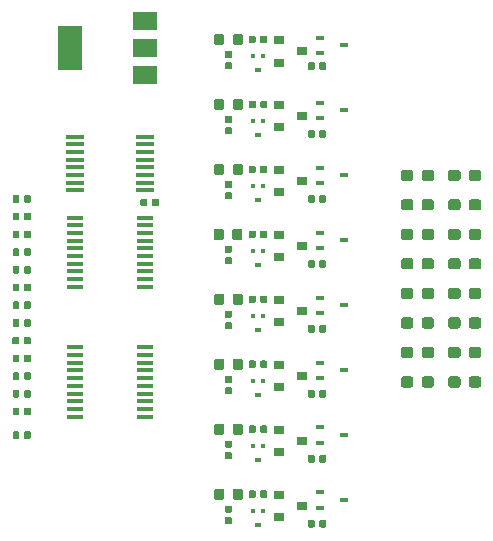
<source format=gbr>
G04 #@! TF.GenerationSoftware,KiCad,Pcbnew,(5.1.0)-1*
G04 #@! TF.CreationDate,2019-05-16T12:54:04-05:00*
G04 #@! TF.ProjectId,GPIODriverVer1,4750494f-4472-4697-9665-72566572312e,rev?*
G04 #@! TF.SameCoordinates,Original*
G04 #@! TF.FileFunction,Paste,Top*
G04 #@! TF.FilePolarity,Positive*
%FSLAX46Y46*%
G04 Gerber Fmt 4.6, Leading zero omitted, Abs format (unit mm)*
G04 Created by KiCad (PCBNEW (5.1.0)-1) date 2019-05-16 12:54:04*
%MOMM*%
%LPD*%
G04 APERTURE LIST*
%ADD10R,0.700000X0.450000*%
%ADD11C,0.100000*%
%ADD12C,0.950000*%
%ADD13R,0.900000X0.800000*%
%ADD14C,0.875000*%
%ADD15R,0.500000X0.450000*%
%ADD16R,0.400000X0.450000*%
%ADD17C,0.590000*%
%ADD18R,1.450000X0.450000*%
%ADD19R,2.000000X3.800000*%
%ADD20R,2.000000X1.500000*%
%ADD21R,1.500000X0.450000*%
G04 APERTURE END LIST*
D10*
X151500000Y-124000000D03*
X149500000Y-124650000D03*
X149500000Y-123350000D03*
X151500000Y-118500000D03*
X149500000Y-119150000D03*
X149500000Y-117850000D03*
X151500000Y-113000000D03*
X149500000Y-113650000D03*
X149500000Y-112350000D03*
X151500000Y-107500000D03*
X149500000Y-108150000D03*
X149500000Y-106850000D03*
X151500000Y-102000000D03*
X149500000Y-102650000D03*
X149500000Y-101350000D03*
X151500000Y-96500000D03*
X149500000Y-97150000D03*
X149500000Y-95850000D03*
X151500000Y-91000000D03*
X149500000Y-91650000D03*
X149500000Y-90350000D03*
X151500000Y-85500000D03*
X149500000Y-86150000D03*
X149500000Y-84850000D03*
D11*
G36*
X157185779Y-96026144D02*
G01*
X157208834Y-96029563D01*
X157231443Y-96035227D01*
X157253387Y-96043079D01*
X157274457Y-96053044D01*
X157294448Y-96065026D01*
X157313168Y-96078910D01*
X157330438Y-96094562D01*
X157346090Y-96111832D01*
X157359974Y-96130552D01*
X157371956Y-96150543D01*
X157381921Y-96171613D01*
X157389773Y-96193557D01*
X157395437Y-96216166D01*
X157398856Y-96239221D01*
X157400000Y-96262500D01*
X157400000Y-96737500D01*
X157398856Y-96760779D01*
X157395437Y-96783834D01*
X157389773Y-96806443D01*
X157381921Y-96828387D01*
X157371956Y-96849457D01*
X157359974Y-96869448D01*
X157346090Y-96888168D01*
X157330438Y-96905438D01*
X157313168Y-96921090D01*
X157294448Y-96934974D01*
X157274457Y-96946956D01*
X157253387Y-96956921D01*
X157231443Y-96964773D01*
X157208834Y-96970437D01*
X157185779Y-96973856D01*
X157162500Y-96975000D01*
X156587500Y-96975000D01*
X156564221Y-96973856D01*
X156541166Y-96970437D01*
X156518557Y-96964773D01*
X156496613Y-96956921D01*
X156475543Y-96946956D01*
X156455552Y-96934974D01*
X156436832Y-96921090D01*
X156419562Y-96905438D01*
X156403910Y-96888168D01*
X156390026Y-96869448D01*
X156378044Y-96849457D01*
X156368079Y-96828387D01*
X156360227Y-96806443D01*
X156354563Y-96783834D01*
X156351144Y-96760779D01*
X156350000Y-96737500D01*
X156350000Y-96262500D01*
X156351144Y-96239221D01*
X156354563Y-96216166D01*
X156360227Y-96193557D01*
X156368079Y-96171613D01*
X156378044Y-96150543D01*
X156390026Y-96130552D01*
X156403910Y-96111832D01*
X156419562Y-96094562D01*
X156436832Y-96078910D01*
X156455552Y-96065026D01*
X156475543Y-96053044D01*
X156496613Y-96043079D01*
X156518557Y-96035227D01*
X156541166Y-96029563D01*
X156564221Y-96026144D01*
X156587500Y-96025000D01*
X157162500Y-96025000D01*
X157185779Y-96026144D01*
X157185779Y-96026144D01*
G37*
D12*
X156875000Y-96500000D03*
D11*
G36*
X158935779Y-96026144D02*
G01*
X158958834Y-96029563D01*
X158981443Y-96035227D01*
X159003387Y-96043079D01*
X159024457Y-96053044D01*
X159044448Y-96065026D01*
X159063168Y-96078910D01*
X159080438Y-96094562D01*
X159096090Y-96111832D01*
X159109974Y-96130552D01*
X159121956Y-96150543D01*
X159131921Y-96171613D01*
X159139773Y-96193557D01*
X159145437Y-96216166D01*
X159148856Y-96239221D01*
X159150000Y-96262500D01*
X159150000Y-96737500D01*
X159148856Y-96760779D01*
X159145437Y-96783834D01*
X159139773Y-96806443D01*
X159131921Y-96828387D01*
X159121956Y-96849457D01*
X159109974Y-96869448D01*
X159096090Y-96888168D01*
X159080438Y-96905438D01*
X159063168Y-96921090D01*
X159044448Y-96934974D01*
X159024457Y-96946956D01*
X159003387Y-96956921D01*
X158981443Y-96964773D01*
X158958834Y-96970437D01*
X158935779Y-96973856D01*
X158912500Y-96975000D01*
X158337500Y-96975000D01*
X158314221Y-96973856D01*
X158291166Y-96970437D01*
X158268557Y-96964773D01*
X158246613Y-96956921D01*
X158225543Y-96946956D01*
X158205552Y-96934974D01*
X158186832Y-96921090D01*
X158169562Y-96905438D01*
X158153910Y-96888168D01*
X158140026Y-96869448D01*
X158128044Y-96849457D01*
X158118079Y-96828387D01*
X158110227Y-96806443D01*
X158104563Y-96783834D01*
X158101144Y-96760779D01*
X158100000Y-96737500D01*
X158100000Y-96262500D01*
X158101144Y-96239221D01*
X158104563Y-96216166D01*
X158110227Y-96193557D01*
X158118079Y-96171613D01*
X158128044Y-96150543D01*
X158140026Y-96130552D01*
X158153910Y-96111832D01*
X158169562Y-96094562D01*
X158186832Y-96078910D01*
X158205552Y-96065026D01*
X158225543Y-96053044D01*
X158246613Y-96043079D01*
X158268557Y-96035227D01*
X158291166Y-96029563D01*
X158314221Y-96026144D01*
X158337500Y-96025000D01*
X158912500Y-96025000D01*
X158935779Y-96026144D01*
X158935779Y-96026144D01*
G37*
D12*
X158625000Y-96500000D03*
D11*
G36*
X161185779Y-96026144D02*
G01*
X161208834Y-96029563D01*
X161231443Y-96035227D01*
X161253387Y-96043079D01*
X161274457Y-96053044D01*
X161294448Y-96065026D01*
X161313168Y-96078910D01*
X161330438Y-96094562D01*
X161346090Y-96111832D01*
X161359974Y-96130552D01*
X161371956Y-96150543D01*
X161381921Y-96171613D01*
X161389773Y-96193557D01*
X161395437Y-96216166D01*
X161398856Y-96239221D01*
X161400000Y-96262500D01*
X161400000Y-96737500D01*
X161398856Y-96760779D01*
X161395437Y-96783834D01*
X161389773Y-96806443D01*
X161381921Y-96828387D01*
X161371956Y-96849457D01*
X161359974Y-96869448D01*
X161346090Y-96888168D01*
X161330438Y-96905438D01*
X161313168Y-96921090D01*
X161294448Y-96934974D01*
X161274457Y-96946956D01*
X161253387Y-96956921D01*
X161231443Y-96964773D01*
X161208834Y-96970437D01*
X161185779Y-96973856D01*
X161162500Y-96975000D01*
X160587500Y-96975000D01*
X160564221Y-96973856D01*
X160541166Y-96970437D01*
X160518557Y-96964773D01*
X160496613Y-96956921D01*
X160475543Y-96946956D01*
X160455552Y-96934974D01*
X160436832Y-96921090D01*
X160419562Y-96905438D01*
X160403910Y-96888168D01*
X160390026Y-96869448D01*
X160378044Y-96849457D01*
X160368079Y-96828387D01*
X160360227Y-96806443D01*
X160354563Y-96783834D01*
X160351144Y-96760779D01*
X160350000Y-96737500D01*
X160350000Y-96262500D01*
X160351144Y-96239221D01*
X160354563Y-96216166D01*
X160360227Y-96193557D01*
X160368079Y-96171613D01*
X160378044Y-96150543D01*
X160390026Y-96130552D01*
X160403910Y-96111832D01*
X160419562Y-96094562D01*
X160436832Y-96078910D01*
X160455552Y-96065026D01*
X160475543Y-96053044D01*
X160496613Y-96043079D01*
X160518557Y-96035227D01*
X160541166Y-96029563D01*
X160564221Y-96026144D01*
X160587500Y-96025000D01*
X161162500Y-96025000D01*
X161185779Y-96026144D01*
X161185779Y-96026144D01*
G37*
D12*
X160875000Y-96500000D03*
D11*
G36*
X162935779Y-96026144D02*
G01*
X162958834Y-96029563D01*
X162981443Y-96035227D01*
X163003387Y-96043079D01*
X163024457Y-96053044D01*
X163044448Y-96065026D01*
X163063168Y-96078910D01*
X163080438Y-96094562D01*
X163096090Y-96111832D01*
X163109974Y-96130552D01*
X163121956Y-96150543D01*
X163131921Y-96171613D01*
X163139773Y-96193557D01*
X163145437Y-96216166D01*
X163148856Y-96239221D01*
X163150000Y-96262500D01*
X163150000Y-96737500D01*
X163148856Y-96760779D01*
X163145437Y-96783834D01*
X163139773Y-96806443D01*
X163131921Y-96828387D01*
X163121956Y-96849457D01*
X163109974Y-96869448D01*
X163096090Y-96888168D01*
X163080438Y-96905438D01*
X163063168Y-96921090D01*
X163044448Y-96934974D01*
X163024457Y-96946956D01*
X163003387Y-96956921D01*
X162981443Y-96964773D01*
X162958834Y-96970437D01*
X162935779Y-96973856D01*
X162912500Y-96975000D01*
X162337500Y-96975000D01*
X162314221Y-96973856D01*
X162291166Y-96970437D01*
X162268557Y-96964773D01*
X162246613Y-96956921D01*
X162225543Y-96946956D01*
X162205552Y-96934974D01*
X162186832Y-96921090D01*
X162169562Y-96905438D01*
X162153910Y-96888168D01*
X162140026Y-96869448D01*
X162128044Y-96849457D01*
X162118079Y-96828387D01*
X162110227Y-96806443D01*
X162104563Y-96783834D01*
X162101144Y-96760779D01*
X162100000Y-96737500D01*
X162100000Y-96262500D01*
X162101144Y-96239221D01*
X162104563Y-96216166D01*
X162110227Y-96193557D01*
X162118079Y-96171613D01*
X162128044Y-96150543D01*
X162140026Y-96130552D01*
X162153910Y-96111832D01*
X162169562Y-96094562D01*
X162186832Y-96078910D01*
X162205552Y-96065026D01*
X162225543Y-96053044D01*
X162246613Y-96043079D01*
X162268557Y-96035227D01*
X162291166Y-96029563D01*
X162314221Y-96026144D01*
X162337500Y-96025000D01*
X162912500Y-96025000D01*
X162935779Y-96026144D01*
X162935779Y-96026144D01*
G37*
D12*
X162625000Y-96500000D03*
D11*
G36*
X157185779Y-98526144D02*
G01*
X157208834Y-98529563D01*
X157231443Y-98535227D01*
X157253387Y-98543079D01*
X157274457Y-98553044D01*
X157294448Y-98565026D01*
X157313168Y-98578910D01*
X157330438Y-98594562D01*
X157346090Y-98611832D01*
X157359974Y-98630552D01*
X157371956Y-98650543D01*
X157381921Y-98671613D01*
X157389773Y-98693557D01*
X157395437Y-98716166D01*
X157398856Y-98739221D01*
X157400000Y-98762500D01*
X157400000Y-99237500D01*
X157398856Y-99260779D01*
X157395437Y-99283834D01*
X157389773Y-99306443D01*
X157381921Y-99328387D01*
X157371956Y-99349457D01*
X157359974Y-99369448D01*
X157346090Y-99388168D01*
X157330438Y-99405438D01*
X157313168Y-99421090D01*
X157294448Y-99434974D01*
X157274457Y-99446956D01*
X157253387Y-99456921D01*
X157231443Y-99464773D01*
X157208834Y-99470437D01*
X157185779Y-99473856D01*
X157162500Y-99475000D01*
X156587500Y-99475000D01*
X156564221Y-99473856D01*
X156541166Y-99470437D01*
X156518557Y-99464773D01*
X156496613Y-99456921D01*
X156475543Y-99446956D01*
X156455552Y-99434974D01*
X156436832Y-99421090D01*
X156419562Y-99405438D01*
X156403910Y-99388168D01*
X156390026Y-99369448D01*
X156378044Y-99349457D01*
X156368079Y-99328387D01*
X156360227Y-99306443D01*
X156354563Y-99283834D01*
X156351144Y-99260779D01*
X156350000Y-99237500D01*
X156350000Y-98762500D01*
X156351144Y-98739221D01*
X156354563Y-98716166D01*
X156360227Y-98693557D01*
X156368079Y-98671613D01*
X156378044Y-98650543D01*
X156390026Y-98630552D01*
X156403910Y-98611832D01*
X156419562Y-98594562D01*
X156436832Y-98578910D01*
X156455552Y-98565026D01*
X156475543Y-98553044D01*
X156496613Y-98543079D01*
X156518557Y-98535227D01*
X156541166Y-98529563D01*
X156564221Y-98526144D01*
X156587500Y-98525000D01*
X157162500Y-98525000D01*
X157185779Y-98526144D01*
X157185779Y-98526144D01*
G37*
D12*
X156875000Y-99000000D03*
D11*
G36*
X158935779Y-98526144D02*
G01*
X158958834Y-98529563D01*
X158981443Y-98535227D01*
X159003387Y-98543079D01*
X159024457Y-98553044D01*
X159044448Y-98565026D01*
X159063168Y-98578910D01*
X159080438Y-98594562D01*
X159096090Y-98611832D01*
X159109974Y-98630552D01*
X159121956Y-98650543D01*
X159131921Y-98671613D01*
X159139773Y-98693557D01*
X159145437Y-98716166D01*
X159148856Y-98739221D01*
X159150000Y-98762500D01*
X159150000Y-99237500D01*
X159148856Y-99260779D01*
X159145437Y-99283834D01*
X159139773Y-99306443D01*
X159131921Y-99328387D01*
X159121956Y-99349457D01*
X159109974Y-99369448D01*
X159096090Y-99388168D01*
X159080438Y-99405438D01*
X159063168Y-99421090D01*
X159044448Y-99434974D01*
X159024457Y-99446956D01*
X159003387Y-99456921D01*
X158981443Y-99464773D01*
X158958834Y-99470437D01*
X158935779Y-99473856D01*
X158912500Y-99475000D01*
X158337500Y-99475000D01*
X158314221Y-99473856D01*
X158291166Y-99470437D01*
X158268557Y-99464773D01*
X158246613Y-99456921D01*
X158225543Y-99446956D01*
X158205552Y-99434974D01*
X158186832Y-99421090D01*
X158169562Y-99405438D01*
X158153910Y-99388168D01*
X158140026Y-99369448D01*
X158128044Y-99349457D01*
X158118079Y-99328387D01*
X158110227Y-99306443D01*
X158104563Y-99283834D01*
X158101144Y-99260779D01*
X158100000Y-99237500D01*
X158100000Y-98762500D01*
X158101144Y-98739221D01*
X158104563Y-98716166D01*
X158110227Y-98693557D01*
X158118079Y-98671613D01*
X158128044Y-98650543D01*
X158140026Y-98630552D01*
X158153910Y-98611832D01*
X158169562Y-98594562D01*
X158186832Y-98578910D01*
X158205552Y-98565026D01*
X158225543Y-98553044D01*
X158246613Y-98543079D01*
X158268557Y-98535227D01*
X158291166Y-98529563D01*
X158314221Y-98526144D01*
X158337500Y-98525000D01*
X158912500Y-98525000D01*
X158935779Y-98526144D01*
X158935779Y-98526144D01*
G37*
D12*
X158625000Y-99000000D03*
D11*
G36*
X161185779Y-98526144D02*
G01*
X161208834Y-98529563D01*
X161231443Y-98535227D01*
X161253387Y-98543079D01*
X161274457Y-98553044D01*
X161294448Y-98565026D01*
X161313168Y-98578910D01*
X161330438Y-98594562D01*
X161346090Y-98611832D01*
X161359974Y-98630552D01*
X161371956Y-98650543D01*
X161381921Y-98671613D01*
X161389773Y-98693557D01*
X161395437Y-98716166D01*
X161398856Y-98739221D01*
X161400000Y-98762500D01*
X161400000Y-99237500D01*
X161398856Y-99260779D01*
X161395437Y-99283834D01*
X161389773Y-99306443D01*
X161381921Y-99328387D01*
X161371956Y-99349457D01*
X161359974Y-99369448D01*
X161346090Y-99388168D01*
X161330438Y-99405438D01*
X161313168Y-99421090D01*
X161294448Y-99434974D01*
X161274457Y-99446956D01*
X161253387Y-99456921D01*
X161231443Y-99464773D01*
X161208834Y-99470437D01*
X161185779Y-99473856D01*
X161162500Y-99475000D01*
X160587500Y-99475000D01*
X160564221Y-99473856D01*
X160541166Y-99470437D01*
X160518557Y-99464773D01*
X160496613Y-99456921D01*
X160475543Y-99446956D01*
X160455552Y-99434974D01*
X160436832Y-99421090D01*
X160419562Y-99405438D01*
X160403910Y-99388168D01*
X160390026Y-99369448D01*
X160378044Y-99349457D01*
X160368079Y-99328387D01*
X160360227Y-99306443D01*
X160354563Y-99283834D01*
X160351144Y-99260779D01*
X160350000Y-99237500D01*
X160350000Y-98762500D01*
X160351144Y-98739221D01*
X160354563Y-98716166D01*
X160360227Y-98693557D01*
X160368079Y-98671613D01*
X160378044Y-98650543D01*
X160390026Y-98630552D01*
X160403910Y-98611832D01*
X160419562Y-98594562D01*
X160436832Y-98578910D01*
X160455552Y-98565026D01*
X160475543Y-98553044D01*
X160496613Y-98543079D01*
X160518557Y-98535227D01*
X160541166Y-98529563D01*
X160564221Y-98526144D01*
X160587500Y-98525000D01*
X161162500Y-98525000D01*
X161185779Y-98526144D01*
X161185779Y-98526144D01*
G37*
D12*
X160875000Y-99000000D03*
D11*
G36*
X162935779Y-98526144D02*
G01*
X162958834Y-98529563D01*
X162981443Y-98535227D01*
X163003387Y-98543079D01*
X163024457Y-98553044D01*
X163044448Y-98565026D01*
X163063168Y-98578910D01*
X163080438Y-98594562D01*
X163096090Y-98611832D01*
X163109974Y-98630552D01*
X163121956Y-98650543D01*
X163131921Y-98671613D01*
X163139773Y-98693557D01*
X163145437Y-98716166D01*
X163148856Y-98739221D01*
X163150000Y-98762500D01*
X163150000Y-99237500D01*
X163148856Y-99260779D01*
X163145437Y-99283834D01*
X163139773Y-99306443D01*
X163131921Y-99328387D01*
X163121956Y-99349457D01*
X163109974Y-99369448D01*
X163096090Y-99388168D01*
X163080438Y-99405438D01*
X163063168Y-99421090D01*
X163044448Y-99434974D01*
X163024457Y-99446956D01*
X163003387Y-99456921D01*
X162981443Y-99464773D01*
X162958834Y-99470437D01*
X162935779Y-99473856D01*
X162912500Y-99475000D01*
X162337500Y-99475000D01*
X162314221Y-99473856D01*
X162291166Y-99470437D01*
X162268557Y-99464773D01*
X162246613Y-99456921D01*
X162225543Y-99446956D01*
X162205552Y-99434974D01*
X162186832Y-99421090D01*
X162169562Y-99405438D01*
X162153910Y-99388168D01*
X162140026Y-99369448D01*
X162128044Y-99349457D01*
X162118079Y-99328387D01*
X162110227Y-99306443D01*
X162104563Y-99283834D01*
X162101144Y-99260779D01*
X162100000Y-99237500D01*
X162100000Y-98762500D01*
X162101144Y-98739221D01*
X162104563Y-98716166D01*
X162110227Y-98693557D01*
X162118079Y-98671613D01*
X162128044Y-98650543D01*
X162140026Y-98630552D01*
X162153910Y-98611832D01*
X162169562Y-98594562D01*
X162186832Y-98578910D01*
X162205552Y-98565026D01*
X162225543Y-98553044D01*
X162246613Y-98543079D01*
X162268557Y-98535227D01*
X162291166Y-98529563D01*
X162314221Y-98526144D01*
X162337500Y-98525000D01*
X162912500Y-98525000D01*
X162935779Y-98526144D01*
X162935779Y-98526144D01*
G37*
D12*
X162625000Y-99000000D03*
D11*
G36*
X157185779Y-101026144D02*
G01*
X157208834Y-101029563D01*
X157231443Y-101035227D01*
X157253387Y-101043079D01*
X157274457Y-101053044D01*
X157294448Y-101065026D01*
X157313168Y-101078910D01*
X157330438Y-101094562D01*
X157346090Y-101111832D01*
X157359974Y-101130552D01*
X157371956Y-101150543D01*
X157381921Y-101171613D01*
X157389773Y-101193557D01*
X157395437Y-101216166D01*
X157398856Y-101239221D01*
X157400000Y-101262500D01*
X157400000Y-101737500D01*
X157398856Y-101760779D01*
X157395437Y-101783834D01*
X157389773Y-101806443D01*
X157381921Y-101828387D01*
X157371956Y-101849457D01*
X157359974Y-101869448D01*
X157346090Y-101888168D01*
X157330438Y-101905438D01*
X157313168Y-101921090D01*
X157294448Y-101934974D01*
X157274457Y-101946956D01*
X157253387Y-101956921D01*
X157231443Y-101964773D01*
X157208834Y-101970437D01*
X157185779Y-101973856D01*
X157162500Y-101975000D01*
X156587500Y-101975000D01*
X156564221Y-101973856D01*
X156541166Y-101970437D01*
X156518557Y-101964773D01*
X156496613Y-101956921D01*
X156475543Y-101946956D01*
X156455552Y-101934974D01*
X156436832Y-101921090D01*
X156419562Y-101905438D01*
X156403910Y-101888168D01*
X156390026Y-101869448D01*
X156378044Y-101849457D01*
X156368079Y-101828387D01*
X156360227Y-101806443D01*
X156354563Y-101783834D01*
X156351144Y-101760779D01*
X156350000Y-101737500D01*
X156350000Y-101262500D01*
X156351144Y-101239221D01*
X156354563Y-101216166D01*
X156360227Y-101193557D01*
X156368079Y-101171613D01*
X156378044Y-101150543D01*
X156390026Y-101130552D01*
X156403910Y-101111832D01*
X156419562Y-101094562D01*
X156436832Y-101078910D01*
X156455552Y-101065026D01*
X156475543Y-101053044D01*
X156496613Y-101043079D01*
X156518557Y-101035227D01*
X156541166Y-101029563D01*
X156564221Y-101026144D01*
X156587500Y-101025000D01*
X157162500Y-101025000D01*
X157185779Y-101026144D01*
X157185779Y-101026144D01*
G37*
D12*
X156875000Y-101500000D03*
D11*
G36*
X158935779Y-101026144D02*
G01*
X158958834Y-101029563D01*
X158981443Y-101035227D01*
X159003387Y-101043079D01*
X159024457Y-101053044D01*
X159044448Y-101065026D01*
X159063168Y-101078910D01*
X159080438Y-101094562D01*
X159096090Y-101111832D01*
X159109974Y-101130552D01*
X159121956Y-101150543D01*
X159131921Y-101171613D01*
X159139773Y-101193557D01*
X159145437Y-101216166D01*
X159148856Y-101239221D01*
X159150000Y-101262500D01*
X159150000Y-101737500D01*
X159148856Y-101760779D01*
X159145437Y-101783834D01*
X159139773Y-101806443D01*
X159131921Y-101828387D01*
X159121956Y-101849457D01*
X159109974Y-101869448D01*
X159096090Y-101888168D01*
X159080438Y-101905438D01*
X159063168Y-101921090D01*
X159044448Y-101934974D01*
X159024457Y-101946956D01*
X159003387Y-101956921D01*
X158981443Y-101964773D01*
X158958834Y-101970437D01*
X158935779Y-101973856D01*
X158912500Y-101975000D01*
X158337500Y-101975000D01*
X158314221Y-101973856D01*
X158291166Y-101970437D01*
X158268557Y-101964773D01*
X158246613Y-101956921D01*
X158225543Y-101946956D01*
X158205552Y-101934974D01*
X158186832Y-101921090D01*
X158169562Y-101905438D01*
X158153910Y-101888168D01*
X158140026Y-101869448D01*
X158128044Y-101849457D01*
X158118079Y-101828387D01*
X158110227Y-101806443D01*
X158104563Y-101783834D01*
X158101144Y-101760779D01*
X158100000Y-101737500D01*
X158100000Y-101262500D01*
X158101144Y-101239221D01*
X158104563Y-101216166D01*
X158110227Y-101193557D01*
X158118079Y-101171613D01*
X158128044Y-101150543D01*
X158140026Y-101130552D01*
X158153910Y-101111832D01*
X158169562Y-101094562D01*
X158186832Y-101078910D01*
X158205552Y-101065026D01*
X158225543Y-101053044D01*
X158246613Y-101043079D01*
X158268557Y-101035227D01*
X158291166Y-101029563D01*
X158314221Y-101026144D01*
X158337500Y-101025000D01*
X158912500Y-101025000D01*
X158935779Y-101026144D01*
X158935779Y-101026144D01*
G37*
D12*
X158625000Y-101500000D03*
D11*
G36*
X161185779Y-101026144D02*
G01*
X161208834Y-101029563D01*
X161231443Y-101035227D01*
X161253387Y-101043079D01*
X161274457Y-101053044D01*
X161294448Y-101065026D01*
X161313168Y-101078910D01*
X161330438Y-101094562D01*
X161346090Y-101111832D01*
X161359974Y-101130552D01*
X161371956Y-101150543D01*
X161381921Y-101171613D01*
X161389773Y-101193557D01*
X161395437Y-101216166D01*
X161398856Y-101239221D01*
X161400000Y-101262500D01*
X161400000Y-101737500D01*
X161398856Y-101760779D01*
X161395437Y-101783834D01*
X161389773Y-101806443D01*
X161381921Y-101828387D01*
X161371956Y-101849457D01*
X161359974Y-101869448D01*
X161346090Y-101888168D01*
X161330438Y-101905438D01*
X161313168Y-101921090D01*
X161294448Y-101934974D01*
X161274457Y-101946956D01*
X161253387Y-101956921D01*
X161231443Y-101964773D01*
X161208834Y-101970437D01*
X161185779Y-101973856D01*
X161162500Y-101975000D01*
X160587500Y-101975000D01*
X160564221Y-101973856D01*
X160541166Y-101970437D01*
X160518557Y-101964773D01*
X160496613Y-101956921D01*
X160475543Y-101946956D01*
X160455552Y-101934974D01*
X160436832Y-101921090D01*
X160419562Y-101905438D01*
X160403910Y-101888168D01*
X160390026Y-101869448D01*
X160378044Y-101849457D01*
X160368079Y-101828387D01*
X160360227Y-101806443D01*
X160354563Y-101783834D01*
X160351144Y-101760779D01*
X160350000Y-101737500D01*
X160350000Y-101262500D01*
X160351144Y-101239221D01*
X160354563Y-101216166D01*
X160360227Y-101193557D01*
X160368079Y-101171613D01*
X160378044Y-101150543D01*
X160390026Y-101130552D01*
X160403910Y-101111832D01*
X160419562Y-101094562D01*
X160436832Y-101078910D01*
X160455552Y-101065026D01*
X160475543Y-101053044D01*
X160496613Y-101043079D01*
X160518557Y-101035227D01*
X160541166Y-101029563D01*
X160564221Y-101026144D01*
X160587500Y-101025000D01*
X161162500Y-101025000D01*
X161185779Y-101026144D01*
X161185779Y-101026144D01*
G37*
D12*
X160875000Y-101500000D03*
D11*
G36*
X162935779Y-101026144D02*
G01*
X162958834Y-101029563D01*
X162981443Y-101035227D01*
X163003387Y-101043079D01*
X163024457Y-101053044D01*
X163044448Y-101065026D01*
X163063168Y-101078910D01*
X163080438Y-101094562D01*
X163096090Y-101111832D01*
X163109974Y-101130552D01*
X163121956Y-101150543D01*
X163131921Y-101171613D01*
X163139773Y-101193557D01*
X163145437Y-101216166D01*
X163148856Y-101239221D01*
X163150000Y-101262500D01*
X163150000Y-101737500D01*
X163148856Y-101760779D01*
X163145437Y-101783834D01*
X163139773Y-101806443D01*
X163131921Y-101828387D01*
X163121956Y-101849457D01*
X163109974Y-101869448D01*
X163096090Y-101888168D01*
X163080438Y-101905438D01*
X163063168Y-101921090D01*
X163044448Y-101934974D01*
X163024457Y-101946956D01*
X163003387Y-101956921D01*
X162981443Y-101964773D01*
X162958834Y-101970437D01*
X162935779Y-101973856D01*
X162912500Y-101975000D01*
X162337500Y-101975000D01*
X162314221Y-101973856D01*
X162291166Y-101970437D01*
X162268557Y-101964773D01*
X162246613Y-101956921D01*
X162225543Y-101946956D01*
X162205552Y-101934974D01*
X162186832Y-101921090D01*
X162169562Y-101905438D01*
X162153910Y-101888168D01*
X162140026Y-101869448D01*
X162128044Y-101849457D01*
X162118079Y-101828387D01*
X162110227Y-101806443D01*
X162104563Y-101783834D01*
X162101144Y-101760779D01*
X162100000Y-101737500D01*
X162100000Y-101262500D01*
X162101144Y-101239221D01*
X162104563Y-101216166D01*
X162110227Y-101193557D01*
X162118079Y-101171613D01*
X162128044Y-101150543D01*
X162140026Y-101130552D01*
X162153910Y-101111832D01*
X162169562Y-101094562D01*
X162186832Y-101078910D01*
X162205552Y-101065026D01*
X162225543Y-101053044D01*
X162246613Y-101043079D01*
X162268557Y-101035227D01*
X162291166Y-101029563D01*
X162314221Y-101026144D01*
X162337500Y-101025000D01*
X162912500Y-101025000D01*
X162935779Y-101026144D01*
X162935779Y-101026144D01*
G37*
D12*
X162625000Y-101500000D03*
D11*
G36*
X158935779Y-103526144D02*
G01*
X158958834Y-103529563D01*
X158981443Y-103535227D01*
X159003387Y-103543079D01*
X159024457Y-103553044D01*
X159044448Y-103565026D01*
X159063168Y-103578910D01*
X159080438Y-103594562D01*
X159096090Y-103611832D01*
X159109974Y-103630552D01*
X159121956Y-103650543D01*
X159131921Y-103671613D01*
X159139773Y-103693557D01*
X159145437Y-103716166D01*
X159148856Y-103739221D01*
X159150000Y-103762500D01*
X159150000Y-104237500D01*
X159148856Y-104260779D01*
X159145437Y-104283834D01*
X159139773Y-104306443D01*
X159131921Y-104328387D01*
X159121956Y-104349457D01*
X159109974Y-104369448D01*
X159096090Y-104388168D01*
X159080438Y-104405438D01*
X159063168Y-104421090D01*
X159044448Y-104434974D01*
X159024457Y-104446956D01*
X159003387Y-104456921D01*
X158981443Y-104464773D01*
X158958834Y-104470437D01*
X158935779Y-104473856D01*
X158912500Y-104475000D01*
X158337500Y-104475000D01*
X158314221Y-104473856D01*
X158291166Y-104470437D01*
X158268557Y-104464773D01*
X158246613Y-104456921D01*
X158225543Y-104446956D01*
X158205552Y-104434974D01*
X158186832Y-104421090D01*
X158169562Y-104405438D01*
X158153910Y-104388168D01*
X158140026Y-104369448D01*
X158128044Y-104349457D01*
X158118079Y-104328387D01*
X158110227Y-104306443D01*
X158104563Y-104283834D01*
X158101144Y-104260779D01*
X158100000Y-104237500D01*
X158100000Y-103762500D01*
X158101144Y-103739221D01*
X158104563Y-103716166D01*
X158110227Y-103693557D01*
X158118079Y-103671613D01*
X158128044Y-103650543D01*
X158140026Y-103630552D01*
X158153910Y-103611832D01*
X158169562Y-103594562D01*
X158186832Y-103578910D01*
X158205552Y-103565026D01*
X158225543Y-103553044D01*
X158246613Y-103543079D01*
X158268557Y-103535227D01*
X158291166Y-103529563D01*
X158314221Y-103526144D01*
X158337500Y-103525000D01*
X158912500Y-103525000D01*
X158935779Y-103526144D01*
X158935779Y-103526144D01*
G37*
D12*
X158625000Y-104000000D03*
D11*
G36*
X157185779Y-103526144D02*
G01*
X157208834Y-103529563D01*
X157231443Y-103535227D01*
X157253387Y-103543079D01*
X157274457Y-103553044D01*
X157294448Y-103565026D01*
X157313168Y-103578910D01*
X157330438Y-103594562D01*
X157346090Y-103611832D01*
X157359974Y-103630552D01*
X157371956Y-103650543D01*
X157381921Y-103671613D01*
X157389773Y-103693557D01*
X157395437Y-103716166D01*
X157398856Y-103739221D01*
X157400000Y-103762500D01*
X157400000Y-104237500D01*
X157398856Y-104260779D01*
X157395437Y-104283834D01*
X157389773Y-104306443D01*
X157381921Y-104328387D01*
X157371956Y-104349457D01*
X157359974Y-104369448D01*
X157346090Y-104388168D01*
X157330438Y-104405438D01*
X157313168Y-104421090D01*
X157294448Y-104434974D01*
X157274457Y-104446956D01*
X157253387Y-104456921D01*
X157231443Y-104464773D01*
X157208834Y-104470437D01*
X157185779Y-104473856D01*
X157162500Y-104475000D01*
X156587500Y-104475000D01*
X156564221Y-104473856D01*
X156541166Y-104470437D01*
X156518557Y-104464773D01*
X156496613Y-104456921D01*
X156475543Y-104446956D01*
X156455552Y-104434974D01*
X156436832Y-104421090D01*
X156419562Y-104405438D01*
X156403910Y-104388168D01*
X156390026Y-104369448D01*
X156378044Y-104349457D01*
X156368079Y-104328387D01*
X156360227Y-104306443D01*
X156354563Y-104283834D01*
X156351144Y-104260779D01*
X156350000Y-104237500D01*
X156350000Y-103762500D01*
X156351144Y-103739221D01*
X156354563Y-103716166D01*
X156360227Y-103693557D01*
X156368079Y-103671613D01*
X156378044Y-103650543D01*
X156390026Y-103630552D01*
X156403910Y-103611832D01*
X156419562Y-103594562D01*
X156436832Y-103578910D01*
X156455552Y-103565026D01*
X156475543Y-103553044D01*
X156496613Y-103543079D01*
X156518557Y-103535227D01*
X156541166Y-103529563D01*
X156564221Y-103526144D01*
X156587500Y-103525000D01*
X157162500Y-103525000D01*
X157185779Y-103526144D01*
X157185779Y-103526144D01*
G37*
D12*
X156875000Y-104000000D03*
D11*
G36*
X162935779Y-103526144D02*
G01*
X162958834Y-103529563D01*
X162981443Y-103535227D01*
X163003387Y-103543079D01*
X163024457Y-103553044D01*
X163044448Y-103565026D01*
X163063168Y-103578910D01*
X163080438Y-103594562D01*
X163096090Y-103611832D01*
X163109974Y-103630552D01*
X163121956Y-103650543D01*
X163131921Y-103671613D01*
X163139773Y-103693557D01*
X163145437Y-103716166D01*
X163148856Y-103739221D01*
X163150000Y-103762500D01*
X163150000Y-104237500D01*
X163148856Y-104260779D01*
X163145437Y-104283834D01*
X163139773Y-104306443D01*
X163131921Y-104328387D01*
X163121956Y-104349457D01*
X163109974Y-104369448D01*
X163096090Y-104388168D01*
X163080438Y-104405438D01*
X163063168Y-104421090D01*
X163044448Y-104434974D01*
X163024457Y-104446956D01*
X163003387Y-104456921D01*
X162981443Y-104464773D01*
X162958834Y-104470437D01*
X162935779Y-104473856D01*
X162912500Y-104475000D01*
X162337500Y-104475000D01*
X162314221Y-104473856D01*
X162291166Y-104470437D01*
X162268557Y-104464773D01*
X162246613Y-104456921D01*
X162225543Y-104446956D01*
X162205552Y-104434974D01*
X162186832Y-104421090D01*
X162169562Y-104405438D01*
X162153910Y-104388168D01*
X162140026Y-104369448D01*
X162128044Y-104349457D01*
X162118079Y-104328387D01*
X162110227Y-104306443D01*
X162104563Y-104283834D01*
X162101144Y-104260779D01*
X162100000Y-104237500D01*
X162100000Y-103762500D01*
X162101144Y-103739221D01*
X162104563Y-103716166D01*
X162110227Y-103693557D01*
X162118079Y-103671613D01*
X162128044Y-103650543D01*
X162140026Y-103630552D01*
X162153910Y-103611832D01*
X162169562Y-103594562D01*
X162186832Y-103578910D01*
X162205552Y-103565026D01*
X162225543Y-103553044D01*
X162246613Y-103543079D01*
X162268557Y-103535227D01*
X162291166Y-103529563D01*
X162314221Y-103526144D01*
X162337500Y-103525000D01*
X162912500Y-103525000D01*
X162935779Y-103526144D01*
X162935779Y-103526144D01*
G37*
D12*
X162625000Y-104000000D03*
D11*
G36*
X161185779Y-103526144D02*
G01*
X161208834Y-103529563D01*
X161231443Y-103535227D01*
X161253387Y-103543079D01*
X161274457Y-103553044D01*
X161294448Y-103565026D01*
X161313168Y-103578910D01*
X161330438Y-103594562D01*
X161346090Y-103611832D01*
X161359974Y-103630552D01*
X161371956Y-103650543D01*
X161381921Y-103671613D01*
X161389773Y-103693557D01*
X161395437Y-103716166D01*
X161398856Y-103739221D01*
X161400000Y-103762500D01*
X161400000Y-104237500D01*
X161398856Y-104260779D01*
X161395437Y-104283834D01*
X161389773Y-104306443D01*
X161381921Y-104328387D01*
X161371956Y-104349457D01*
X161359974Y-104369448D01*
X161346090Y-104388168D01*
X161330438Y-104405438D01*
X161313168Y-104421090D01*
X161294448Y-104434974D01*
X161274457Y-104446956D01*
X161253387Y-104456921D01*
X161231443Y-104464773D01*
X161208834Y-104470437D01*
X161185779Y-104473856D01*
X161162500Y-104475000D01*
X160587500Y-104475000D01*
X160564221Y-104473856D01*
X160541166Y-104470437D01*
X160518557Y-104464773D01*
X160496613Y-104456921D01*
X160475543Y-104446956D01*
X160455552Y-104434974D01*
X160436832Y-104421090D01*
X160419562Y-104405438D01*
X160403910Y-104388168D01*
X160390026Y-104369448D01*
X160378044Y-104349457D01*
X160368079Y-104328387D01*
X160360227Y-104306443D01*
X160354563Y-104283834D01*
X160351144Y-104260779D01*
X160350000Y-104237500D01*
X160350000Y-103762500D01*
X160351144Y-103739221D01*
X160354563Y-103716166D01*
X160360227Y-103693557D01*
X160368079Y-103671613D01*
X160378044Y-103650543D01*
X160390026Y-103630552D01*
X160403910Y-103611832D01*
X160419562Y-103594562D01*
X160436832Y-103578910D01*
X160455552Y-103565026D01*
X160475543Y-103553044D01*
X160496613Y-103543079D01*
X160518557Y-103535227D01*
X160541166Y-103529563D01*
X160564221Y-103526144D01*
X160587500Y-103525000D01*
X161162500Y-103525000D01*
X161185779Y-103526144D01*
X161185779Y-103526144D01*
G37*
D12*
X160875000Y-104000000D03*
D13*
X148000000Y-86000000D03*
X146000000Y-86950000D03*
X146000000Y-85050000D03*
X148000000Y-91500000D03*
X146000000Y-92450000D03*
X146000000Y-90550000D03*
X146000000Y-96050000D03*
X146000000Y-97950000D03*
X148000000Y-97000000D03*
X146000000Y-101550000D03*
X146000000Y-103450000D03*
X148000000Y-102500000D03*
D11*
G36*
X158935779Y-106026144D02*
G01*
X158958834Y-106029563D01*
X158981443Y-106035227D01*
X159003387Y-106043079D01*
X159024457Y-106053044D01*
X159044448Y-106065026D01*
X159063168Y-106078910D01*
X159080438Y-106094562D01*
X159096090Y-106111832D01*
X159109974Y-106130552D01*
X159121956Y-106150543D01*
X159131921Y-106171613D01*
X159139773Y-106193557D01*
X159145437Y-106216166D01*
X159148856Y-106239221D01*
X159150000Y-106262500D01*
X159150000Y-106737500D01*
X159148856Y-106760779D01*
X159145437Y-106783834D01*
X159139773Y-106806443D01*
X159131921Y-106828387D01*
X159121956Y-106849457D01*
X159109974Y-106869448D01*
X159096090Y-106888168D01*
X159080438Y-106905438D01*
X159063168Y-106921090D01*
X159044448Y-106934974D01*
X159024457Y-106946956D01*
X159003387Y-106956921D01*
X158981443Y-106964773D01*
X158958834Y-106970437D01*
X158935779Y-106973856D01*
X158912500Y-106975000D01*
X158337500Y-106975000D01*
X158314221Y-106973856D01*
X158291166Y-106970437D01*
X158268557Y-106964773D01*
X158246613Y-106956921D01*
X158225543Y-106946956D01*
X158205552Y-106934974D01*
X158186832Y-106921090D01*
X158169562Y-106905438D01*
X158153910Y-106888168D01*
X158140026Y-106869448D01*
X158128044Y-106849457D01*
X158118079Y-106828387D01*
X158110227Y-106806443D01*
X158104563Y-106783834D01*
X158101144Y-106760779D01*
X158100000Y-106737500D01*
X158100000Y-106262500D01*
X158101144Y-106239221D01*
X158104563Y-106216166D01*
X158110227Y-106193557D01*
X158118079Y-106171613D01*
X158128044Y-106150543D01*
X158140026Y-106130552D01*
X158153910Y-106111832D01*
X158169562Y-106094562D01*
X158186832Y-106078910D01*
X158205552Y-106065026D01*
X158225543Y-106053044D01*
X158246613Y-106043079D01*
X158268557Y-106035227D01*
X158291166Y-106029563D01*
X158314221Y-106026144D01*
X158337500Y-106025000D01*
X158912500Y-106025000D01*
X158935779Y-106026144D01*
X158935779Y-106026144D01*
G37*
D12*
X158625000Y-106500000D03*
D11*
G36*
X157185779Y-106026144D02*
G01*
X157208834Y-106029563D01*
X157231443Y-106035227D01*
X157253387Y-106043079D01*
X157274457Y-106053044D01*
X157294448Y-106065026D01*
X157313168Y-106078910D01*
X157330438Y-106094562D01*
X157346090Y-106111832D01*
X157359974Y-106130552D01*
X157371956Y-106150543D01*
X157381921Y-106171613D01*
X157389773Y-106193557D01*
X157395437Y-106216166D01*
X157398856Y-106239221D01*
X157400000Y-106262500D01*
X157400000Y-106737500D01*
X157398856Y-106760779D01*
X157395437Y-106783834D01*
X157389773Y-106806443D01*
X157381921Y-106828387D01*
X157371956Y-106849457D01*
X157359974Y-106869448D01*
X157346090Y-106888168D01*
X157330438Y-106905438D01*
X157313168Y-106921090D01*
X157294448Y-106934974D01*
X157274457Y-106946956D01*
X157253387Y-106956921D01*
X157231443Y-106964773D01*
X157208834Y-106970437D01*
X157185779Y-106973856D01*
X157162500Y-106975000D01*
X156587500Y-106975000D01*
X156564221Y-106973856D01*
X156541166Y-106970437D01*
X156518557Y-106964773D01*
X156496613Y-106956921D01*
X156475543Y-106946956D01*
X156455552Y-106934974D01*
X156436832Y-106921090D01*
X156419562Y-106905438D01*
X156403910Y-106888168D01*
X156390026Y-106869448D01*
X156378044Y-106849457D01*
X156368079Y-106828387D01*
X156360227Y-106806443D01*
X156354563Y-106783834D01*
X156351144Y-106760779D01*
X156350000Y-106737500D01*
X156350000Y-106262500D01*
X156351144Y-106239221D01*
X156354563Y-106216166D01*
X156360227Y-106193557D01*
X156368079Y-106171613D01*
X156378044Y-106150543D01*
X156390026Y-106130552D01*
X156403910Y-106111832D01*
X156419562Y-106094562D01*
X156436832Y-106078910D01*
X156455552Y-106065026D01*
X156475543Y-106053044D01*
X156496613Y-106043079D01*
X156518557Y-106035227D01*
X156541166Y-106029563D01*
X156564221Y-106026144D01*
X156587500Y-106025000D01*
X157162500Y-106025000D01*
X157185779Y-106026144D01*
X157185779Y-106026144D01*
G37*
D12*
X156875000Y-106500000D03*
D11*
G36*
X162935779Y-106026144D02*
G01*
X162958834Y-106029563D01*
X162981443Y-106035227D01*
X163003387Y-106043079D01*
X163024457Y-106053044D01*
X163044448Y-106065026D01*
X163063168Y-106078910D01*
X163080438Y-106094562D01*
X163096090Y-106111832D01*
X163109974Y-106130552D01*
X163121956Y-106150543D01*
X163131921Y-106171613D01*
X163139773Y-106193557D01*
X163145437Y-106216166D01*
X163148856Y-106239221D01*
X163150000Y-106262500D01*
X163150000Y-106737500D01*
X163148856Y-106760779D01*
X163145437Y-106783834D01*
X163139773Y-106806443D01*
X163131921Y-106828387D01*
X163121956Y-106849457D01*
X163109974Y-106869448D01*
X163096090Y-106888168D01*
X163080438Y-106905438D01*
X163063168Y-106921090D01*
X163044448Y-106934974D01*
X163024457Y-106946956D01*
X163003387Y-106956921D01*
X162981443Y-106964773D01*
X162958834Y-106970437D01*
X162935779Y-106973856D01*
X162912500Y-106975000D01*
X162337500Y-106975000D01*
X162314221Y-106973856D01*
X162291166Y-106970437D01*
X162268557Y-106964773D01*
X162246613Y-106956921D01*
X162225543Y-106946956D01*
X162205552Y-106934974D01*
X162186832Y-106921090D01*
X162169562Y-106905438D01*
X162153910Y-106888168D01*
X162140026Y-106869448D01*
X162128044Y-106849457D01*
X162118079Y-106828387D01*
X162110227Y-106806443D01*
X162104563Y-106783834D01*
X162101144Y-106760779D01*
X162100000Y-106737500D01*
X162100000Y-106262500D01*
X162101144Y-106239221D01*
X162104563Y-106216166D01*
X162110227Y-106193557D01*
X162118079Y-106171613D01*
X162128044Y-106150543D01*
X162140026Y-106130552D01*
X162153910Y-106111832D01*
X162169562Y-106094562D01*
X162186832Y-106078910D01*
X162205552Y-106065026D01*
X162225543Y-106053044D01*
X162246613Y-106043079D01*
X162268557Y-106035227D01*
X162291166Y-106029563D01*
X162314221Y-106026144D01*
X162337500Y-106025000D01*
X162912500Y-106025000D01*
X162935779Y-106026144D01*
X162935779Y-106026144D01*
G37*
D12*
X162625000Y-106500000D03*
D11*
G36*
X161185779Y-106026144D02*
G01*
X161208834Y-106029563D01*
X161231443Y-106035227D01*
X161253387Y-106043079D01*
X161274457Y-106053044D01*
X161294448Y-106065026D01*
X161313168Y-106078910D01*
X161330438Y-106094562D01*
X161346090Y-106111832D01*
X161359974Y-106130552D01*
X161371956Y-106150543D01*
X161381921Y-106171613D01*
X161389773Y-106193557D01*
X161395437Y-106216166D01*
X161398856Y-106239221D01*
X161400000Y-106262500D01*
X161400000Y-106737500D01*
X161398856Y-106760779D01*
X161395437Y-106783834D01*
X161389773Y-106806443D01*
X161381921Y-106828387D01*
X161371956Y-106849457D01*
X161359974Y-106869448D01*
X161346090Y-106888168D01*
X161330438Y-106905438D01*
X161313168Y-106921090D01*
X161294448Y-106934974D01*
X161274457Y-106946956D01*
X161253387Y-106956921D01*
X161231443Y-106964773D01*
X161208834Y-106970437D01*
X161185779Y-106973856D01*
X161162500Y-106975000D01*
X160587500Y-106975000D01*
X160564221Y-106973856D01*
X160541166Y-106970437D01*
X160518557Y-106964773D01*
X160496613Y-106956921D01*
X160475543Y-106946956D01*
X160455552Y-106934974D01*
X160436832Y-106921090D01*
X160419562Y-106905438D01*
X160403910Y-106888168D01*
X160390026Y-106869448D01*
X160378044Y-106849457D01*
X160368079Y-106828387D01*
X160360227Y-106806443D01*
X160354563Y-106783834D01*
X160351144Y-106760779D01*
X160350000Y-106737500D01*
X160350000Y-106262500D01*
X160351144Y-106239221D01*
X160354563Y-106216166D01*
X160360227Y-106193557D01*
X160368079Y-106171613D01*
X160378044Y-106150543D01*
X160390026Y-106130552D01*
X160403910Y-106111832D01*
X160419562Y-106094562D01*
X160436832Y-106078910D01*
X160455552Y-106065026D01*
X160475543Y-106053044D01*
X160496613Y-106043079D01*
X160518557Y-106035227D01*
X160541166Y-106029563D01*
X160564221Y-106026144D01*
X160587500Y-106025000D01*
X161162500Y-106025000D01*
X161185779Y-106026144D01*
X161185779Y-106026144D01*
G37*
D12*
X160875000Y-106500000D03*
D11*
G36*
X157185779Y-108526144D02*
G01*
X157208834Y-108529563D01*
X157231443Y-108535227D01*
X157253387Y-108543079D01*
X157274457Y-108553044D01*
X157294448Y-108565026D01*
X157313168Y-108578910D01*
X157330438Y-108594562D01*
X157346090Y-108611832D01*
X157359974Y-108630552D01*
X157371956Y-108650543D01*
X157381921Y-108671613D01*
X157389773Y-108693557D01*
X157395437Y-108716166D01*
X157398856Y-108739221D01*
X157400000Y-108762500D01*
X157400000Y-109237500D01*
X157398856Y-109260779D01*
X157395437Y-109283834D01*
X157389773Y-109306443D01*
X157381921Y-109328387D01*
X157371956Y-109349457D01*
X157359974Y-109369448D01*
X157346090Y-109388168D01*
X157330438Y-109405438D01*
X157313168Y-109421090D01*
X157294448Y-109434974D01*
X157274457Y-109446956D01*
X157253387Y-109456921D01*
X157231443Y-109464773D01*
X157208834Y-109470437D01*
X157185779Y-109473856D01*
X157162500Y-109475000D01*
X156587500Y-109475000D01*
X156564221Y-109473856D01*
X156541166Y-109470437D01*
X156518557Y-109464773D01*
X156496613Y-109456921D01*
X156475543Y-109446956D01*
X156455552Y-109434974D01*
X156436832Y-109421090D01*
X156419562Y-109405438D01*
X156403910Y-109388168D01*
X156390026Y-109369448D01*
X156378044Y-109349457D01*
X156368079Y-109328387D01*
X156360227Y-109306443D01*
X156354563Y-109283834D01*
X156351144Y-109260779D01*
X156350000Y-109237500D01*
X156350000Y-108762500D01*
X156351144Y-108739221D01*
X156354563Y-108716166D01*
X156360227Y-108693557D01*
X156368079Y-108671613D01*
X156378044Y-108650543D01*
X156390026Y-108630552D01*
X156403910Y-108611832D01*
X156419562Y-108594562D01*
X156436832Y-108578910D01*
X156455552Y-108565026D01*
X156475543Y-108553044D01*
X156496613Y-108543079D01*
X156518557Y-108535227D01*
X156541166Y-108529563D01*
X156564221Y-108526144D01*
X156587500Y-108525000D01*
X157162500Y-108525000D01*
X157185779Y-108526144D01*
X157185779Y-108526144D01*
G37*
D12*
X156875000Y-109000000D03*
D11*
G36*
X158935779Y-108526144D02*
G01*
X158958834Y-108529563D01*
X158981443Y-108535227D01*
X159003387Y-108543079D01*
X159024457Y-108553044D01*
X159044448Y-108565026D01*
X159063168Y-108578910D01*
X159080438Y-108594562D01*
X159096090Y-108611832D01*
X159109974Y-108630552D01*
X159121956Y-108650543D01*
X159131921Y-108671613D01*
X159139773Y-108693557D01*
X159145437Y-108716166D01*
X159148856Y-108739221D01*
X159150000Y-108762500D01*
X159150000Y-109237500D01*
X159148856Y-109260779D01*
X159145437Y-109283834D01*
X159139773Y-109306443D01*
X159131921Y-109328387D01*
X159121956Y-109349457D01*
X159109974Y-109369448D01*
X159096090Y-109388168D01*
X159080438Y-109405438D01*
X159063168Y-109421090D01*
X159044448Y-109434974D01*
X159024457Y-109446956D01*
X159003387Y-109456921D01*
X158981443Y-109464773D01*
X158958834Y-109470437D01*
X158935779Y-109473856D01*
X158912500Y-109475000D01*
X158337500Y-109475000D01*
X158314221Y-109473856D01*
X158291166Y-109470437D01*
X158268557Y-109464773D01*
X158246613Y-109456921D01*
X158225543Y-109446956D01*
X158205552Y-109434974D01*
X158186832Y-109421090D01*
X158169562Y-109405438D01*
X158153910Y-109388168D01*
X158140026Y-109369448D01*
X158128044Y-109349457D01*
X158118079Y-109328387D01*
X158110227Y-109306443D01*
X158104563Y-109283834D01*
X158101144Y-109260779D01*
X158100000Y-109237500D01*
X158100000Y-108762500D01*
X158101144Y-108739221D01*
X158104563Y-108716166D01*
X158110227Y-108693557D01*
X158118079Y-108671613D01*
X158128044Y-108650543D01*
X158140026Y-108630552D01*
X158153910Y-108611832D01*
X158169562Y-108594562D01*
X158186832Y-108578910D01*
X158205552Y-108565026D01*
X158225543Y-108553044D01*
X158246613Y-108543079D01*
X158268557Y-108535227D01*
X158291166Y-108529563D01*
X158314221Y-108526144D01*
X158337500Y-108525000D01*
X158912500Y-108525000D01*
X158935779Y-108526144D01*
X158935779Y-108526144D01*
G37*
D12*
X158625000Y-109000000D03*
D11*
G36*
X161185779Y-108526144D02*
G01*
X161208834Y-108529563D01*
X161231443Y-108535227D01*
X161253387Y-108543079D01*
X161274457Y-108553044D01*
X161294448Y-108565026D01*
X161313168Y-108578910D01*
X161330438Y-108594562D01*
X161346090Y-108611832D01*
X161359974Y-108630552D01*
X161371956Y-108650543D01*
X161381921Y-108671613D01*
X161389773Y-108693557D01*
X161395437Y-108716166D01*
X161398856Y-108739221D01*
X161400000Y-108762500D01*
X161400000Y-109237500D01*
X161398856Y-109260779D01*
X161395437Y-109283834D01*
X161389773Y-109306443D01*
X161381921Y-109328387D01*
X161371956Y-109349457D01*
X161359974Y-109369448D01*
X161346090Y-109388168D01*
X161330438Y-109405438D01*
X161313168Y-109421090D01*
X161294448Y-109434974D01*
X161274457Y-109446956D01*
X161253387Y-109456921D01*
X161231443Y-109464773D01*
X161208834Y-109470437D01*
X161185779Y-109473856D01*
X161162500Y-109475000D01*
X160587500Y-109475000D01*
X160564221Y-109473856D01*
X160541166Y-109470437D01*
X160518557Y-109464773D01*
X160496613Y-109456921D01*
X160475543Y-109446956D01*
X160455552Y-109434974D01*
X160436832Y-109421090D01*
X160419562Y-109405438D01*
X160403910Y-109388168D01*
X160390026Y-109369448D01*
X160378044Y-109349457D01*
X160368079Y-109328387D01*
X160360227Y-109306443D01*
X160354563Y-109283834D01*
X160351144Y-109260779D01*
X160350000Y-109237500D01*
X160350000Y-108762500D01*
X160351144Y-108739221D01*
X160354563Y-108716166D01*
X160360227Y-108693557D01*
X160368079Y-108671613D01*
X160378044Y-108650543D01*
X160390026Y-108630552D01*
X160403910Y-108611832D01*
X160419562Y-108594562D01*
X160436832Y-108578910D01*
X160455552Y-108565026D01*
X160475543Y-108553044D01*
X160496613Y-108543079D01*
X160518557Y-108535227D01*
X160541166Y-108529563D01*
X160564221Y-108526144D01*
X160587500Y-108525000D01*
X161162500Y-108525000D01*
X161185779Y-108526144D01*
X161185779Y-108526144D01*
G37*
D12*
X160875000Y-109000000D03*
D11*
G36*
X162935779Y-108526144D02*
G01*
X162958834Y-108529563D01*
X162981443Y-108535227D01*
X163003387Y-108543079D01*
X163024457Y-108553044D01*
X163044448Y-108565026D01*
X163063168Y-108578910D01*
X163080438Y-108594562D01*
X163096090Y-108611832D01*
X163109974Y-108630552D01*
X163121956Y-108650543D01*
X163131921Y-108671613D01*
X163139773Y-108693557D01*
X163145437Y-108716166D01*
X163148856Y-108739221D01*
X163150000Y-108762500D01*
X163150000Y-109237500D01*
X163148856Y-109260779D01*
X163145437Y-109283834D01*
X163139773Y-109306443D01*
X163131921Y-109328387D01*
X163121956Y-109349457D01*
X163109974Y-109369448D01*
X163096090Y-109388168D01*
X163080438Y-109405438D01*
X163063168Y-109421090D01*
X163044448Y-109434974D01*
X163024457Y-109446956D01*
X163003387Y-109456921D01*
X162981443Y-109464773D01*
X162958834Y-109470437D01*
X162935779Y-109473856D01*
X162912500Y-109475000D01*
X162337500Y-109475000D01*
X162314221Y-109473856D01*
X162291166Y-109470437D01*
X162268557Y-109464773D01*
X162246613Y-109456921D01*
X162225543Y-109446956D01*
X162205552Y-109434974D01*
X162186832Y-109421090D01*
X162169562Y-109405438D01*
X162153910Y-109388168D01*
X162140026Y-109369448D01*
X162128044Y-109349457D01*
X162118079Y-109328387D01*
X162110227Y-109306443D01*
X162104563Y-109283834D01*
X162101144Y-109260779D01*
X162100000Y-109237500D01*
X162100000Y-108762500D01*
X162101144Y-108739221D01*
X162104563Y-108716166D01*
X162110227Y-108693557D01*
X162118079Y-108671613D01*
X162128044Y-108650543D01*
X162140026Y-108630552D01*
X162153910Y-108611832D01*
X162169562Y-108594562D01*
X162186832Y-108578910D01*
X162205552Y-108565026D01*
X162225543Y-108553044D01*
X162246613Y-108543079D01*
X162268557Y-108535227D01*
X162291166Y-108529563D01*
X162314221Y-108526144D01*
X162337500Y-108525000D01*
X162912500Y-108525000D01*
X162935779Y-108526144D01*
X162935779Y-108526144D01*
G37*
D12*
X162625000Y-109000000D03*
D11*
G36*
X158935779Y-111026144D02*
G01*
X158958834Y-111029563D01*
X158981443Y-111035227D01*
X159003387Y-111043079D01*
X159024457Y-111053044D01*
X159044448Y-111065026D01*
X159063168Y-111078910D01*
X159080438Y-111094562D01*
X159096090Y-111111832D01*
X159109974Y-111130552D01*
X159121956Y-111150543D01*
X159131921Y-111171613D01*
X159139773Y-111193557D01*
X159145437Y-111216166D01*
X159148856Y-111239221D01*
X159150000Y-111262500D01*
X159150000Y-111737500D01*
X159148856Y-111760779D01*
X159145437Y-111783834D01*
X159139773Y-111806443D01*
X159131921Y-111828387D01*
X159121956Y-111849457D01*
X159109974Y-111869448D01*
X159096090Y-111888168D01*
X159080438Y-111905438D01*
X159063168Y-111921090D01*
X159044448Y-111934974D01*
X159024457Y-111946956D01*
X159003387Y-111956921D01*
X158981443Y-111964773D01*
X158958834Y-111970437D01*
X158935779Y-111973856D01*
X158912500Y-111975000D01*
X158337500Y-111975000D01*
X158314221Y-111973856D01*
X158291166Y-111970437D01*
X158268557Y-111964773D01*
X158246613Y-111956921D01*
X158225543Y-111946956D01*
X158205552Y-111934974D01*
X158186832Y-111921090D01*
X158169562Y-111905438D01*
X158153910Y-111888168D01*
X158140026Y-111869448D01*
X158128044Y-111849457D01*
X158118079Y-111828387D01*
X158110227Y-111806443D01*
X158104563Y-111783834D01*
X158101144Y-111760779D01*
X158100000Y-111737500D01*
X158100000Y-111262500D01*
X158101144Y-111239221D01*
X158104563Y-111216166D01*
X158110227Y-111193557D01*
X158118079Y-111171613D01*
X158128044Y-111150543D01*
X158140026Y-111130552D01*
X158153910Y-111111832D01*
X158169562Y-111094562D01*
X158186832Y-111078910D01*
X158205552Y-111065026D01*
X158225543Y-111053044D01*
X158246613Y-111043079D01*
X158268557Y-111035227D01*
X158291166Y-111029563D01*
X158314221Y-111026144D01*
X158337500Y-111025000D01*
X158912500Y-111025000D01*
X158935779Y-111026144D01*
X158935779Y-111026144D01*
G37*
D12*
X158625000Y-111500000D03*
D11*
G36*
X157185779Y-111026144D02*
G01*
X157208834Y-111029563D01*
X157231443Y-111035227D01*
X157253387Y-111043079D01*
X157274457Y-111053044D01*
X157294448Y-111065026D01*
X157313168Y-111078910D01*
X157330438Y-111094562D01*
X157346090Y-111111832D01*
X157359974Y-111130552D01*
X157371956Y-111150543D01*
X157381921Y-111171613D01*
X157389773Y-111193557D01*
X157395437Y-111216166D01*
X157398856Y-111239221D01*
X157400000Y-111262500D01*
X157400000Y-111737500D01*
X157398856Y-111760779D01*
X157395437Y-111783834D01*
X157389773Y-111806443D01*
X157381921Y-111828387D01*
X157371956Y-111849457D01*
X157359974Y-111869448D01*
X157346090Y-111888168D01*
X157330438Y-111905438D01*
X157313168Y-111921090D01*
X157294448Y-111934974D01*
X157274457Y-111946956D01*
X157253387Y-111956921D01*
X157231443Y-111964773D01*
X157208834Y-111970437D01*
X157185779Y-111973856D01*
X157162500Y-111975000D01*
X156587500Y-111975000D01*
X156564221Y-111973856D01*
X156541166Y-111970437D01*
X156518557Y-111964773D01*
X156496613Y-111956921D01*
X156475543Y-111946956D01*
X156455552Y-111934974D01*
X156436832Y-111921090D01*
X156419562Y-111905438D01*
X156403910Y-111888168D01*
X156390026Y-111869448D01*
X156378044Y-111849457D01*
X156368079Y-111828387D01*
X156360227Y-111806443D01*
X156354563Y-111783834D01*
X156351144Y-111760779D01*
X156350000Y-111737500D01*
X156350000Y-111262500D01*
X156351144Y-111239221D01*
X156354563Y-111216166D01*
X156360227Y-111193557D01*
X156368079Y-111171613D01*
X156378044Y-111150543D01*
X156390026Y-111130552D01*
X156403910Y-111111832D01*
X156419562Y-111094562D01*
X156436832Y-111078910D01*
X156455552Y-111065026D01*
X156475543Y-111053044D01*
X156496613Y-111043079D01*
X156518557Y-111035227D01*
X156541166Y-111029563D01*
X156564221Y-111026144D01*
X156587500Y-111025000D01*
X157162500Y-111025000D01*
X157185779Y-111026144D01*
X157185779Y-111026144D01*
G37*
D12*
X156875000Y-111500000D03*
D11*
G36*
X162935779Y-111026144D02*
G01*
X162958834Y-111029563D01*
X162981443Y-111035227D01*
X163003387Y-111043079D01*
X163024457Y-111053044D01*
X163044448Y-111065026D01*
X163063168Y-111078910D01*
X163080438Y-111094562D01*
X163096090Y-111111832D01*
X163109974Y-111130552D01*
X163121956Y-111150543D01*
X163131921Y-111171613D01*
X163139773Y-111193557D01*
X163145437Y-111216166D01*
X163148856Y-111239221D01*
X163150000Y-111262500D01*
X163150000Y-111737500D01*
X163148856Y-111760779D01*
X163145437Y-111783834D01*
X163139773Y-111806443D01*
X163131921Y-111828387D01*
X163121956Y-111849457D01*
X163109974Y-111869448D01*
X163096090Y-111888168D01*
X163080438Y-111905438D01*
X163063168Y-111921090D01*
X163044448Y-111934974D01*
X163024457Y-111946956D01*
X163003387Y-111956921D01*
X162981443Y-111964773D01*
X162958834Y-111970437D01*
X162935779Y-111973856D01*
X162912500Y-111975000D01*
X162337500Y-111975000D01*
X162314221Y-111973856D01*
X162291166Y-111970437D01*
X162268557Y-111964773D01*
X162246613Y-111956921D01*
X162225543Y-111946956D01*
X162205552Y-111934974D01*
X162186832Y-111921090D01*
X162169562Y-111905438D01*
X162153910Y-111888168D01*
X162140026Y-111869448D01*
X162128044Y-111849457D01*
X162118079Y-111828387D01*
X162110227Y-111806443D01*
X162104563Y-111783834D01*
X162101144Y-111760779D01*
X162100000Y-111737500D01*
X162100000Y-111262500D01*
X162101144Y-111239221D01*
X162104563Y-111216166D01*
X162110227Y-111193557D01*
X162118079Y-111171613D01*
X162128044Y-111150543D01*
X162140026Y-111130552D01*
X162153910Y-111111832D01*
X162169562Y-111094562D01*
X162186832Y-111078910D01*
X162205552Y-111065026D01*
X162225543Y-111053044D01*
X162246613Y-111043079D01*
X162268557Y-111035227D01*
X162291166Y-111029563D01*
X162314221Y-111026144D01*
X162337500Y-111025000D01*
X162912500Y-111025000D01*
X162935779Y-111026144D01*
X162935779Y-111026144D01*
G37*
D12*
X162625000Y-111500000D03*
D11*
G36*
X161185779Y-111026144D02*
G01*
X161208834Y-111029563D01*
X161231443Y-111035227D01*
X161253387Y-111043079D01*
X161274457Y-111053044D01*
X161294448Y-111065026D01*
X161313168Y-111078910D01*
X161330438Y-111094562D01*
X161346090Y-111111832D01*
X161359974Y-111130552D01*
X161371956Y-111150543D01*
X161381921Y-111171613D01*
X161389773Y-111193557D01*
X161395437Y-111216166D01*
X161398856Y-111239221D01*
X161400000Y-111262500D01*
X161400000Y-111737500D01*
X161398856Y-111760779D01*
X161395437Y-111783834D01*
X161389773Y-111806443D01*
X161381921Y-111828387D01*
X161371956Y-111849457D01*
X161359974Y-111869448D01*
X161346090Y-111888168D01*
X161330438Y-111905438D01*
X161313168Y-111921090D01*
X161294448Y-111934974D01*
X161274457Y-111946956D01*
X161253387Y-111956921D01*
X161231443Y-111964773D01*
X161208834Y-111970437D01*
X161185779Y-111973856D01*
X161162500Y-111975000D01*
X160587500Y-111975000D01*
X160564221Y-111973856D01*
X160541166Y-111970437D01*
X160518557Y-111964773D01*
X160496613Y-111956921D01*
X160475543Y-111946956D01*
X160455552Y-111934974D01*
X160436832Y-111921090D01*
X160419562Y-111905438D01*
X160403910Y-111888168D01*
X160390026Y-111869448D01*
X160378044Y-111849457D01*
X160368079Y-111828387D01*
X160360227Y-111806443D01*
X160354563Y-111783834D01*
X160351144Y-111760779D01*
X160350000Y-111737500D01*
X160350000Y-111262500D01*
X160351144Y-111239221D01*
X160354563Y-111216166D01*
X160360227Y-111193557D01*
X160368079Y-111171613D01*
X160378044Y-111150543D01*
X160390026Y-111130552D01*
X160403910Y-111111832D01*
X160419562Y-111094562D01*
X160436832Y-111078910D01*
X160455552Y-111065026D01*
X160475543Y-111053044D01*
X160496613Y-111043079D01*
X160518557Y-111035227D01*
X160541166Y-111029563D01*
X160564221Y-111026144D01*
X160587500Y-111025000D01*
X161162500Y-111025000D01*
X161185779Y-111026144D01*
X161185779Y-111026144D01*
G37*
D12*
X160875000Y-111500000D03*
D11*
G36*
X158935779Y-113526144D02*
G01*
X158958834Y-113529563D01*
X158981443Y-113535227D01*
X159003387Y-113543079D01*
X159024457Y-113553044D01*
X159044448Y-113565026D01*
X159063168Y-113578910D01*
X159080438Y-113594562D01*
X159096090Y-113611832D01*
X159109974Y-113630552D01*
X159121956Y-113650543D01*
X159131921Y-113671613D01*
X159139773Y-113693557D01*
X159145437Y-113716166D01*
X159148856Y-113739221D01*
X159150000Y-113762500D01*
X159150000Y-114237500D01*
X159148856Y-114260779D01*
X159145437Y-114283834D01*
X159139773Y-114306443D01*
X159131921Y-114328387D01*
X159121956Y-114349457D01*
X159109974Y-114369448D01*
X159096090Y-114388168D01*
X159080438Y-114405438D01*
X159063168Y-114421090D01*
X159044448Y-114434974D01*
X159024457Y-114446956D01*
X159003387Y-114456921D01*
X158981443Y-114464773D01*
X158958834Y-114470437D01*
X158935779Y-114473856D01*
X158912500Y-114475000D01*
X158337500Y-114475000D01*
X158314221Y-114473856D01*
X158291166Y-114470437D01*
X158268557Y-114464773D01*
X158246613Y-114456921D01*
X158225543Y-114446956D01*
X158205552Y-114434974D01*
X158186832Y-114421090D01*
X158169562Y-114405438D01*
X158153910Y-114388168D01*
X158140026Y-114369448D01*
X158128044Y-114349457D01*
X158118079Y-114328387D01*
X158110227Y-114306443D01*
X158104563Y-114283834D01*
X158101144Y-114260779D01*
X158100000Y-114237500D01*
X158100000Y-113762500D01*
X158101144Y-113739221D01*
X158104563Y-113716166D01*
X158110227Y-113693557D01*
X158118079Y-113671613D01*
X158128044Y-113650543D01*
X158140026Y-113630552D01*
X158153910Y-113611832D01*
X158169562Y-113594562D01*
X158186832Y-113578910D01*
X158205552Y-113565026D01*
X158225543Y-113553044D01*
X158246613Y-113543079D01*
X158268557Y-113535227D01*
X158291166Y-113529563D01*
X158314221Y-113526144D01*
X158337500Y-113525000D01*
X158912500Y-113525000D01*
X158935779Y-113526144D01*
X158935779Y-113526144D01*
G37*
D12*
X158625000Y-114000000D03*
D11*
G36*
X157185779Y-113526144D02*
G01*
X157208834Y-113529563D01*
X157231443Y-113535227D01*
X157253387Y-113543079D01*
X157274457Y-113553044D01*
X157294448Y-113565026D01*
X157313168Y-113578910D01*
X157330438Y-113594562D01*
X157346090Y-113611832D01*
X157359974Y-113630552D01*
X157371956Y-113650543D01*
X157381921Y-113671613D01*
X157389773Y-113693557D01*
X157395437Y-113716166D01*
X157398856Y-113739221D01*
X157400000Y-113762500D01*
X157400000Y-114237500D01*
X157398856Y-114260779D01*
X157395437Y-114283834D01*
X157389773Y-114306443D01*
X157381921Y-114328387D01*
X157371956Y-114349457D01*
X157359974Y-114369448D01*
X157346090Y-114388168D01*
X157330438Y-114405438D01*
X157313168Y-114421090D01*
X157294448Y-114434974D01*
X157274457Y-114446956D01*
X157253387Y-114456921D01*
X157231443Y-114464773D01*
X157208834Y-114470437D01*
X157185779Y-114473856D01*
X157162500Y-114475000D01*
X156587500Y-114475000D01*
X156564221Y-114473856D01*
X156541166Y-114470437D01*
X156518557Y-114464773D01*
X156496613Y-114456921D01*
X156475543Y-114446956D01*
X156455552Y-114434974D01*
X156436832Y-114421090D01*
X156419562Y-114405438D01*
X156403910Y-114388168D01*
X156390026Y-114369448D01*
X156378044Y-114349457D01*
X156368079Y-114328387D01*
X156360227Y-114306443D01*
X156354563Y-114283834D01*
X156351144Y-114260779D01*
X156350000Y-114237500D01*
X156350000Y-113762500D01*
X156351144Y-113739221D01*
X156354563Y-113716166D01*
X156360227Y-113693557D01*
X156368079Y-113671613D01*
X156378044Y-113650543D01*
X156390026Y-113630552D01*
X156403910Y-113611832D01*
X156419562Y-113594562D01*
X156436832Y-113578910D01*
X156455552Y-113565026D01*
X156475543Y-113553044D01*
X156496613Y-113543079D01*
X156518557Y-113535227D01*
X156541166Y-113529563D01*
X156564221Y-113526144D01*
X156587500Y-113525000D01*
X157162500Y-113525000D01*
X157185779Y-113526144D01*
X157185779Y-113526144D01*
G37*
D12*
X156875000Y-114000000D03*
D11*
G36*
X162935779Y-113526144D02*
G01*
X162958834Y-113529563D01*
X162981443Y-113535227D01*
X163003387Y-113543079D01*
X163024457Y-113553044D01*
X163044448Y-113565026D01*
X163063168Y-113578910D01*
X163080438Y-113594562D01*
X163096090Y-113611832D01*
X163109974Y-113630552D01*
X163121956Y-113650543D01*
X163131921Y-113671613D01*
X163139773Y-113693557D01*
X163145437Y-113716166D01*
X163148856Y-113739221D01*
X163150000Y-113762500D01*
X163150000Y-114237500D01*
X163148856Y-114260779D01*
X163145437Y-114283834D01*
X163139773Y-114306443D01*
X163131921Y-114328387D01*
X163121956Y-114349457D01*
X163109974Y-114369448D01*
X163096090Y-114388168D01*
X163080438Y-114405438D01*
X163063168Y-114421090D01*
X163044448Y-114434974D01*
X163024457Y-114446956D01*
X163003387Y-114456921D01*
X162981443Y-114464773D01*
X162958834Y-114470437D01*
X162935779Y-114473856D01*
X162912500Y-114475000D01*
X162337500Y-114475000D01*
X162314221Y-114473856D01*
X162291166Y-114470437D01*
X162268557Y-114464773D01*
X162246613Y-114456921D01*
X162225543Y-114446956D01*
X162205552Y-114434974D01*
X162186832Y-114421090D01*
X162169562Y-114405438D01*
X162153910Y-114388168D01*
X162140026Y-114369448D01*
X162128044Y-114349457D01*
X162118079Y-114328387D01*
X162110227Y-114306443D01*
X162104563Y-114283834D01*
X162101144Y-114260779D01*
X162100000Y-114237500D01*
X162100000Y-113762500D01*
X162101144Y-113739221D01*
X162104563Y-113716166D01*
X162110227Y-113693557D01*
X162118079Y-113671613D01*
X162128044Y-113650543D01*
X162140026Y-113630552D01*
X162153910Y-113611832D01*
X162169562Y-113594562D01*
X162186832Y-113578910D01*
X162205552Y-113565026D01*
X162225543Y-113553044D01*
X162246613Y-113543079D01*
X162268557Y-113535227D01*
X162291166Y-113529563D01*
X162314221Y-113526144D01*
X162337500Y-113525000D01*
X162912500Y-113525000D01*
X162935779Y-113526144D01*
X162935779Y-113526144D01*
G37*
D12*
X162625000Y-114000000D03*
D11*
G36*
X161185779Y-113526144D02*
G01*
X161208834Y-113529563D01*
X161231443Y-113535227D01*
X161253387Y-113543079D01*
X161274457Y-113553044D01*
X161294448Y-113565026D01*
X161313168Y-113578910D01*
X161330438Y-113594562D01*
X161346090Y-113611832D01*
X161359974Y-113630552D01*
X161371956Y-113650543D01*
X161381921Y-113671613D01*
X161389773Y-113693557D01*
X161395437Y-113716166D01*
X161398856Y-113739221D01*
X161400000Y-113762500D01*
X161400000Y-114237500D01*
X161398856Y-114260779D01*
X161395437Y-114283834D01*
X161389773Y-114306443D01*
X161381921Y-114328387D01*
X161371956Y-114349457D01*
X161359974Y-114369448D01*
X161346090Y-114388168D01*
X161330438Y-114405438D01*
X161313168Y-114421090D01*
X161294448Y-114434974D01*
X161274457Y-114446956D01*
X161253387Y-114456921D01*
X161231443Y-114464773D01*
X161208834Y-114470437D01*
X161185779Y-114473856D01*
X161162500Y-114475000D01*
X160587500Y-114475000D01*
X160564221Y-114473856D01*
X160541166Y-114470437D01*
X160518557Y-114464773D01*
X160496613Y-114456921D01*
X160475543Y-114446956D01*
X160455552Y-114434974D01*
X160436832Y-114421090D01*
X160419562Y-114405438D01*
X160403910Y-114388168D01*
X160390026Y-114369448D01*
X160378044Y-114349457D01*
X160368079Y-114328387D01*
X160360227Y-114306443D01*
X160354563Y-114283834D01*
X160351144Y-114260779D01*
X160350000Y-114237500D01*
X160350000Y-113762500D01*
X160351144Y-113739221D01*
X160354563Y-113716166D01*
X160360227Y-113693557D01*
X160368079Y-113671613D01*
X160378044Y-113650543D01*
X160390026Y-113630552D01*
X160403910Y-113611832D01*
X160419562Y-113594562D01*
X160436832Y-113578910D01*
X160455552Y-113565026D01*
X160475543Y-113553044D01*
X160496613Y-113543079D01*
X160518557Y-113535227D01*
X160541166Y-113529563D01*
X160564221Y-113526144D01*
X160587500Y-113525000D01*
X161162500Y-113525000D01*
X161185779Y-113526144D01*
X161185779Y-113526144D01*
G37*
D12*
X160875000Y-114000000D03*
D13*
X148000000Y-108000000D03*
X146000000Y-108950000D03*
X146000000Y-107050000D03*
X148000000Y-113500000D03*
X146000000Y-114450000D03*
X146000000Y-112550000D03*
X146000000Y-118050000D03*
X146000000Y-119950000D03*
X148000000Y-119000000D03*
X148000000Y-124500000D03*
X146000000Y-125450000D03*
X146000000Y-123550000D03*
D11*
G36*
X141202691Y-84526053D02*
G01*
X141223926Y-84529203D01*
X141244750Y-84534419D01*
X141264962Y-84541651D01*
X141284368Y-84550830D01*
X141302781Y-84561866D01*
X141320024Y-84574654D01*
X141335930Y-84589070D01*
X141350346Y-84604976D01*
X141363134Y-84622219D01*
X141374170Y-84640632D01*
X141383349Y-84660038D01*
X141390581Y-84680250D01*
X141395797Y-84701074D01*
X141398947Y-84722309D01*
X141400000Y-84743750D01*
X141400000Y-85256250D01*
X141398947Y-85277691D01*
X141395797Y-85298926D01*
X141390581Y-85319750D01*
X141383349Y-85339962D01*
X141374170Y-85359368D01*
X141363134Y-85377781D01*
X141350346Y-85395024D01*
X141335930Y-85410930D01*
X141320024Y-85425346D01*
X141302781Y-85438134D01*
X141284368Y-85449170D01*
X141264962Y-85458349D01*
X141244750Y-85465581D01*
X141223926Y-85470797D01*
X141202691Y-85473947D01*
X141181250Y-85475000D01*
X140743750Y-85475000D01*
X140722309Y-85473947D01*
X140701074Y-85470797D01*
X140680250Y-85465581D01*
X140660038Y-85458349D01*
X140640632Y-85449170D01*
X140622219Y-85438134D01*
X140604976Y-85425346D01*
X140589070Y-85410930D01*
X140574654Y-85395024D01*
X140561866Y-85377781D01*
X140550830Y-85359368D01*
X140541651Y-85339962D01*
X140534419Y-85319750D01*
X140529203Y-85298926D01*
X140526053Y-85277691D01*
X140525000Y-85256250D01*
X140525000Y-84743750D01*
X140526053Y-84722309D01*
X140529203Y-84701074D01*
X140534419Y-84680250D01*
X140541651Y-84660038D01*
X140550830Y-84640632D01*
X140561866Y-84622219D01*
X140574654Y-84604976D01*
X140589070Y-84589070D01*
X140604976Y-84574654D01*
X140622219Y-84561866D01*
X140640632Y-84550830D01*
X140660038Y-84541651D01*
X140680250Y-84534419D01*
X140701074Y-84529203D01*
X140722309Y-84526053D01*
X140743750Y-84525000D01*
X141181250Y-84525000D01*
X141202691Y-84526053D01*
X141202691Y-84526053D01*
G37*
D14*
X140962500Y-85000000D03*
D11*
G36*
X142777691Y-84526053D02*
G01*
X142798926Y-84529203D01*
X142819750Y-84534419D01*
X142839962Y-84541651D01*
X142859368Y-84550830D01*
X142877781Y-84561866D01*
X142895024Y-84574654D01*
X142910930Y-84589070D01*
X142925346Y-84604976D01*
X142938134Y-84622219D01*
X142949170Y-84640632D01*
X142958349Y-84660038D01*
X142965581Y-84680250D01*
X142970797Y-84701074D01*
X142973947Y-84722309D01*
X142975000Y-84743750D01*
X142975000Y-85256250D01*
X142973947Y-85277691D01*
X142970797Y-85298926D01*
X142965581Y-85319750D01*
X142958349Y-85339962D01*
X142949170Y-85359368D01*
X142938134Y-85377781D01*
X142925346Y-85395024D01*
X142910930Y-85410930D01*
X142895024Y-85425346D01*
X142877781Y-85438134D01*
X142859368Y-85449170D01*
X142839962Y-85458349D01*
X142819750Y-85465581D01*
X142798926Y-85470797D01*
X142777691Y-85473947D01*
X142756250Y-85475000D01*
X142318750Y-85475000D01*
X142297309Y-85473947D01*
X142276074Y-85470797D01*
X142255250Y-85465581D01*
X142235038Y-85458349D01*
X142215632Y-85449170D01*
X142197219Y-85438134D01*
X142179976Y-85425346D01*
X142164070Y-85410930D01*
X142149654Y-85395024D01*
X142136866Y-85377781D01*
X142125830Y-85359368D01*
X142116651Y-85339962D01*
X142109419Y-85319750D01*
X142104203Y-85298926D01*
X142101053Y-85277691D01*
X142100000Y-85256250D01*
X142100000Y-84743750D01*
X142101053Y-84722309D01*
X142104203Y-84701074D01*
X142109419Y-84680250D01*
X142116651Y-84660038D01*
X142125830Y-84640632D01*
X142136866Y-84622219D01*
X142149654Y-84604976D01*
X142164070Y-84589070D01*
X142179976Y-84574654D01*
X142197219Y-84561866D01*
X142215632Y-84550830D01*
X142235038Y-84541651D01*
X142255250Y-84534419D01*
X142276074Y-84529203D01*
X142297309Y-84526053D01*
X142318750Y-84525000D01*
X142756250Y-84525000D01*
X142777691Y-84526053D01*
X142777691Y-84526053D01*
G37*
D14*
X142537500Y-85000000D03*
D11*
G36*
X141202691Y-90026053D02*
G01*
X141223926Y-90029203D01*
X141244750Y-90034419D01*
X141264962Y-90041651D01*
X141284368Y-90050830D01*
X141302781Y-90061866D01*
X141320024Y-90074654D01*
X141335930Y-90089070D01*
X141350346Y-90104976D01*
X141363134Y-90122219D01*
X141374170Y-90140632D01*
X141383349Y-90160038D01*
X141390581Y-90180250D01*
X141395797Y-90201074D01*
X141398947Y-90222309D01*
X141400000Y-90243750D01*
X141400000Y-90756250D01*
X141398947Y-90777691D01*
X141395797Y-90798926D01*
X141390581Y-90819750D01*
X141383349Y-90839962D01*
X141374170Y-90859368D01*
X141363134Y-90877781D01*
X141350346Y-90895024D01*
X141335930Y-90910930D01*
X141320024Y-90925346D01*
X141302781Y-90938134D01*
X141284368Y-90949170D01*
X141264962Y-90958349D01*
X141244750Y-90965581D01*
X141223926Y-90970797D01*
X141202691Y-90973947D01*
X141181250Y-90975000D01*
X140743750Y-90975000D01*
X140722309Y-90973947D01*
X140701074Y-90970797D01*
X140680250Y-90965581D01*
X140660038Y-90958349D01*
X140640632Y-90949170D01*
X140622219Y-90938134D01*
X140604976Y-90925346D01*
X140589070Y-90910930D01*
X140574654Y-90895024D01*
X140561866Y-90877781D01*
X140550830Y-90859368D01*
X140541651Y-90839962D01*
X140534419Y-90819750D01*
X140529203Y-90798926D01*
X140526053Y-90777691D01*
X140525000Y-90756250D01*
X140525000Y-90243750D01*
X140526053Y-90222309D01*
X140529203Y-90201074D01*
X140534419Y-90180250D01*
X140541651Y-90160038D01*
X140550830Y-90140632D01*
X140561866Y-90122219D01*
X140574654Y-90104976D01*
X140589070Y-90089070D01*
X140604976Y-90074654D01*
X140622219Y-90061866D01*
X140640632Y-90050830D01*
X140660038Y-90041651D01*
X140680250Y-90034419D01*
X140701074Y-90029203D01*
X140722309Y-90026053D01*
X140743750Y-90025000D01*
X141181250Y-90025000D01*
X141202691Y-90026053D01*
X141202691Y-90026053D01*
G37*
D14*
X140962500Y-90500000D03*
D11*
G36*
X142777691Y-90026053D02*
G01*
X142798926Y-90029203D01*
X142819750Y-90034419D01*
X142839962Y-90041651D01*
X142859368Y-90050830D01*
X142877781Y-90061866D01*
X142895024Y-90074654D01*
X142910930Y-90089070D01*
X142925346Y-90104976D01*
X142938134Y-90122219D01*
X142949170Y-90140632D01*
X142958349Y-90160038D01*
X142965581Y-90180250D01*
X142970797Y-90201074D01*
X142973947Y-90222309D01*
X142975000Y-90243750D01*
X142975000Y-90756250D01*
X142973947Y-90777691D01*
X142970797Y-90798926D01*
X142965581Y-90819750D01*
X142958349Y-90839962D01*
X142949170Y-90859368D01*
X142938134Y-90877781D01*
X142925346Y-90895024D01*
X142910930Y-90910930D01*
X142895024Y-90925346D01*
X142877781Y-90938134D01*
X142859368Y-90949170D01*
X142839962Y-90958349D01*
X142819750Y-90965581D01*
X142798926Y-90970797D01*
X142777691Y-90973947D01*
X142756250Y-90975000D01*
X142318750Y-90975000D01*
X142297309Y-90973947D01*
X142276074Y-90970797D01*
X142255250Y-90965581D01*
X142235038Y-90958349D01*
X142215632Y-90949170D01*
X142197219Y-90938134D01*
X142179976Y-90925346D01*
X142164070Y-90910930D01*
X142149654Y-90895024D01*
X142136866Y-90877781D01*
X142125830Y-90859368D01*
X142116651Y-90839962D01*
X142109419Y-90819750D01*
X142104203Y-90798926D01*
X142101053Y-90777691D01*
X142100000Y-90756250D01*
X142100000Y-90243750D01*
X142101053Y-90222309D01*
X142104203Y-90201074D01*
X142109419Y-90180250D01*
X142116651Y-90160038D01*
X142125830Y-90140632D01*
X142136866Y-90122219D01*
X142149654Y-90104976D01*
X142164070Y-90089070D01*
X142179976Y-90074654D01*
X142197219Y-90061866D01*
X142215632Y-90050830D01*
X142235038Y-90041651D01*
X142255250Y-90034419D01*
X142276074Y-90029203D01*
X142297309Y-90026053D01*
X142318750Y-90025000D01*
X142756250Y-90025000D01*
X142777691Y-90026053D01*
X142777691Y-90026053D01*
G37*
D14*
X142537500Y-90500000D03*
D11*
G36*
X142777691Y-95526053D02*
G01*
X142798926Y-95529203D01*
X142819750Y-95534419D01*
X142839962Y-95541651D01*
X142859368Y-95550830D01*
X142877781Y-95561866D01*
X142895024Y-95574654D01*
X142910930Y-95589070D01*
X142925346Y-95604976D01*
X142938134Y-95622219D01*
X142949170Y-95640632D01*
X142958349Y-95660038D01*
X142965581Y-95680250D01*
X142970797Y-95701074D01*
X142973947Y-95722309D01*
X142975000Y-95743750D01*
X142975000Y-96256250D01*
X142973947Y-96277691D01*
X142970797Y-96298926D01*
X142965581Y-96319750D01*
X142958349Y-96339962D01*
X142949170Y-96359368D01*
X142938134Y-96377781D01*
X142925346Y-96395024D01*
X142910930Y-96410930D01*
X142895024Y-96425346D01*
X142877781Y-96438134D01*
X142859368Y-96449170D01*
X142839962Y-96458349D01*
X142819750Y-96465581D01*
X142798926Y-96470797D01*
X142777691Y-96473947D01*
X142756250Y-96475000D01*
X142318750Y-96475000D01*
X142297309Y-96473947D01*
X142276074Y-96470797D01*
X142255250Y-96465581D01*
X142235038Y-96458349D01*
X142215632Y-96449170D01*
X142197219Y-96438134D01*
X142179976Y-96425346D01*
X142164070Y-96410930D01*
X142149654Y-96395024D01*
X142136866Y-96377781D01*
X142125830Y-96359368D01*
X142116651Y-96339962D01*
X142109419Y-96319750D01*
X142104203Y-96298926D01*
X142101053Y-96277691D01*
X142100000Y-96256250D01*
X142100000Y-95743750D01*
X142101053Y-95722309D01*
X142104203Y-95701074D01*
X142109419Y-95680250D01*
X142116651Y-95660038D01*
X142125830Y-95640632D01*
X142136866Y-95622219D01*
X142149654Y-95604976D01*
X142164070Y-95589070D01*
X142179976Y-95574654D01*
X142197219Y-95561866D01*
X142215632Y-95550830D01*
X142235038Y-95541651D01*
X142255250Y-95534419D01*
X142276074Y-95529203D01*
X142297309Y-95526053D01*
X142318750Y-95525000D01*
X142756250Y-95525000D01*
X142777691Y-95526053D01*
X142777691Y-95526053D01*
G37*
D14*
X142537500Y-96000000D03*
D11*
G36*
X141202691Y-95526053D02*
G01*
X141223926Y-95529203D01*
X141244750Y-95534419D01*
X141264962Y-95541651D01*
X141284368Y-95550830D01*
X141302781Y-95561866D01*
X141320024Y-95574654D01*
X141335930Y-95589070D01*
X141350346Y-95604976D01*
X141363134Y-95622219D01*
X141374170Y-95640632D01*
X141383349Y-95660038D01*
X141390581Y-95680250D01*
X141395797Y-95701074D01*
X141398947Y-95722309D01*
X141400000Y-95743750D01*
X141400000Y-96256250D01*
X141398947Y-96277691D01*
X141395797Y-96298926D01*
X141390581Y-96319750D01*
X141383349Y-96339962D01*
X141374170Y-96359368D01*
X141363134Y-96377781D01*
X141350346Y-96395024D01*
X141335930Y-96410930D01*
X141320024Y-96425346D01*
X141302781Y-96438134D01*
X141284368Y-96449170D01*
X141264962Y-96458349D01*
X141244750Y-96465581D01*
X141223926Y-96470797D01*
X141202691Y-96473947D01*
X141181250Y-96475000D01*
X140743750Y-96475000D01*
X140722309Y-96473947D01*
X140701074Y-96470797D01*
X140680250Y-96465581D01*
X140660038Y-96458349D01*
X140640632Y-96449170D01*
X140622219Y-96438134D01*
X140604976Y-96425346D01*
X140589070Y-96410930D01*
X140574654Y-96395024D01*
X140561866Y-96377781D01*
X140550830Y-96359368D01*
X140541651Y-96339962D01*
X140534419Y-96319750D01*
X140529203Y-96298926D01*
X140526053Y-96277691D01*
X140525000Y-96256250D01*
X140525000Y-95743750D01*
X140526053Y-95722309D01*
X140529203Y-95701074D01*
X140534419Y-95680250D01*
X140541651Y-95660038D01*
X140550830Y-95640632D01*
X140561866Y-95622219D01*
X140574654Y-95604976D01*
X140589070Y-95589070D01*
X140604976Y-95574654D01*
X140622219Y-95561866D01*
X140640632Y-95550830D01*
X140660038Y-95541651D01*
X140680250Y-95534419D01*
X140701074Y-95529203D01*
X140722309Y-95526053D01*
X140743750Y-95525000D01*
X141181250Y-95525000D01*
X141202691Y-95526053D01*
X141202691Y-95526053D01*
G37*
D14*
X140962500Y-96000000D03*
D11*
G36*
X142740191Y-101026053D02*
G01*
X142761426Y-101029203D01*
X142782250Y-101034419D01*
X142802462Y-101041651D01*
X142821868Y-101050830D01*
X142840281Y-101061866D01*
X142857524Y-101074654D01*
X142873430Y-101089070D01*
X142887846Y-101104976D01*
X142900634Y-101122219D01*
X142911670Y-101140632D01*
X142920849Y-101160038D01*
X142928081Y-101180250D01*
X142933297Y-101201074D01*
X142936447Y-101222309D01*
X142937500Y-101243750D01*
X142937500Y-101756250D01*
X142936447Y-101777691D01*
X142933297Y-101798926D01*
X142928081Y-101819750D01*
X142920849Y-101839962D01*
X142911670Y-101859368D01*
X142900634Y-101877781D01*
X142887846Y-101895024D01*
X142873430Y-101910930D01*
X142857524Y-101925346D01*
X142840281Y-101938134D01*
X142821868Y-101949170D01*
X142802462Y-101958349D01*
X142782250Y-101965581D01*
X142761426Y-101970797D01*
X142740191Y-101973947D01*
X142718750Y-101975000D01*
X142281250Y-101975000D01*
X142259809Y-101973947D01*
X142238574Y-101970797D01*
X142217750Y-101965581D01*
X142197538Y-101958349D01*
X142178132Y-101949170D01*
X142159719Y-101938134D01*
X142142476Y-101925346D01*
X142126570Y-101910930D01*
X142112154Y-101895024D01*
X142099366Y-101877781D01*
X142088330Y-101859368D01*
X142079151Y-101839962D01*
X142071919Y-101819750D01*
X142066703Y-101798926D01*
X142063553Y-101777691D01*
X142062500Y-101756250D01*
X142062500Y-101243750D01*
X142063553Y-101222309D01*
X142066703Y-101201074D01*
X142071919Y-101180250D01*
X142079151Y-101160038D01*
X142088330Y-101140632D01*
X142099366Y-101122219D01*
X142112154Y-101104976D01*
X142126570Y-101089070D01*
X142142476Y-101074654D01*
X142159719Y-101061866D01*
X142178132Y-101050830D01*
X142197538Y-101041651D01*
X142217750Y-101034419D01*
X142238574Y-101029203D01*
X142259809Y-101026053D01*
X142281250Y-101025000D01*
X142718750Y-101025000D01*
X142740191Y-101026053D01*
X142740191Y-101026053D01*
G37*
D14*
X142500000Y-101500000D03*
D11*
G36*
X141165191Y-101026053D02*
G01*
X141186426Y-101029203D01*
X141207250Y-101034419D01*
X141227462Y-101041651D01*
X141246868Y-101050830D01*
X141265281Y-101061866D01*
X141282524Y-101074654D01*
X141298430Y-101089070D01*
X141312846Y-101104976D01*
X141325634Y-101122219D01*
X141336670Y-101140632D01*
X141345849Y-101160038D01*
X141353081Y-101180250D01*
X141358297Y-101201074D01*
X141361447Y-101222309D01*
X141362500Y-101243750D01*
X141362500Y-101756250D01*
X141361447Y-101777691D01*
X141358297Y-101798926D01*
X141353081Y-101819750D01*
X141345849Y-101839962D01*
X141336670Y-101859368D01*
X141325634Y-101877781D01*
X141312846Y-101895024D01*
X141298430Y-101910930D01*
X141282524Y-101925346D01*
X141265281Y-101938134D01*
X141246868Y-101949170D01*
X141227462Y-101958349D01*
X141207250Y-101965581D01*
X141186426Y-101970797D01*
X141165191Y-101973947D01*
X141143750Y-101975000D01*
X140706250Y-101975000D01*
X140684809Y-101973947D01*
X140663574Y-101970797D01*
X140642750Y-101965581D01*
X140622538Y-101958349D01*
X140603132Y-101949170D01*
X140584719Y-101938134D01*
X140567476Y-101925346D01*
X140551570Y-101910930D01*
X140537154Y-101895024D01*
X140524366Y-101877781D01*
X140513330Y-101859368D01*
X140504151Y-101839962D01*
X140496919Y-101819750D01*
X140491703Y-101798926D01*
X140488553Y-101777691D01*
X140487500Y-101756250D01*
X140487500Y-101243750D01*
X140488553Y-101222309D01*
X140491703Y-101201074D01*
X140496919Y-101180250D01*
X140504151Y-101160038D01*
X140513330Y-101140632D01*
X140524366Y-101122219D01*
X140537154Y-101104976D01*
X140551570Y-101089070D01*
X140567476Y-101074654D01*
X140584719Y-101061866D01*
X140603132Y-101050830D01*
X140622538Y-101041651D01*
X140642750Y-101034419D01*
X140663574Y-101029203D01*
X140684809Y-101026053D01*
X140706250Y-101025000D01*
X141143750Y-101025000D01*
X141165191Y-101026053D01*
X141165191Y-101026053D01*
G37*
D14*
X140925000Y-101500000D03*
D11*
G36*
X141202691Y-106526053D02*
G01*
X141223926Y-106529203D01*
X141244750Y-106534419D01*
X141264962Y-106541651D01*
X141284368Y-106550830D01*
X141302781Y-106561866D01*
X141320024Y-106574654D01*
X141335930Y-106589070D01*
X141350346Y-106604976D01*
X141363134Y-106622219D01*
X141374170Y-106640632D01*
X141383349Y-106660038D01*
X141390581Y-106680250D01*
X141395797Y-106701074D01*
X141398947Y-106722309D01*
X141400000Y-106743750D01*
X141400000Y-107256250D01*
X141398947Y-107277691D01*
X141395797Y-107298926D01*
X141390581Y-107319750D01*
X141383349Y-107339962D01*
X141374170Y-107359368D01*
X141363134Y-107377781D01*
X141350346Y-107395024D01*
X141335930Y-107410930D01*
X141320024Y-107425346D01*
X141302781Y-107438134D01*
X141284368Y-107449170D01*
X141264962Y-107458349D01*
X141244750Y-107465581D01*
X141223926Y-107470797D01*
X141202691Y-107473947D01*
X141181250Y-107475000D01*
X140743750Y-107475000D01*
X140722309Y-107473947D01*
X140701074Y-107470797D01*
X140680250Y-107465581D01*
X140660038Y-107458349D01*
X140640632Y-107449170D01*
X140622219Y-107438134D01*
X140604976Y-107425346D01*
X140589070Y-107410930D01*
X140574654Y-107395024D01*
X140561866Y-107377781D01*
X140550830Y-107359368D01*
X140541651Y-107339962D01*
X140534419Y-107319750D01*
X140529203Y-107298926D01*
X140526053Y-107277691D01*
X140525000Y-107256250D01*
X140525000Y-106743750D01*
X140526053Y-106722309D01*
X140529203Y-106701074D01*
X140534419Y-106680250D01*
X140541651Y-106660038D01*
X140550830Y-106640632D01*
X140561866Y-106622219D01*
X140574654Y-106604976D01*
X140589070Y-106589070D01*
X140604976Y-106574654D01*
X140622219Y-106561866D01*
X140640632Y-106550830D01*
X140660038Y-106541651D01*
X140680250Y-106534419D01*
X140701074Y-106529203D01*
X140722309Y-106526053D01*
X140743750Y-106525000D01*
X141181250Y-106525000D01*
X141202691Y-106526053D01*
X141202691Y-106526053D01*
G37*
D14*
X140962500Y-107000000D03*
D11*
G36*
X142777691Y-106526053D02*
G01*
X142798926Y-106529203D01*
X142819750Y-106534419D01*
X142839962Y-106541651D01*
X142859368Y-106550830D01*
X142877781Y-106561866D01*
X142895024Y-106574654D01*
X142910930Y-106589070D01*
X142925346Y-106604976D01*
X142938134Y-106622219D01*
X142949170Y-106640632D01*
X142958349Y-106660038D01*
X142965581Y-106680250D01*
X142970797Y-106701074D01*
X142973947Y-106722309D01*
X142975000Y-106743750D01*
X142975000Y-107256250D01*
X142973947Y-107277691D01*
X142970797Y-107298926D01*
X142965581Y-107319750D01*
X142958349Y-107339962D01*
X142949170Y-107359368D01*
X142938134Y-107377781D01*
X142925346Y-107395024D01*
X142910930Y-107410930D01*
X142895024Y-107425346D01*
X142877781Y-107438134D01*
X142859368Y-107449170D01*
X142839962Y-107458349D01*
X142819750Y-107465581D01*
X142798926Y-107470797D01*
X142777691Y-107473947D01*
X142756250Y-107475000D01*
X142318750Y-107475000D01*
X142297309Y-107473947D01*
X142276074Y-107470797D01*
X142255250Y-107465581D01*
X142235038Y-107458349D01*
X142215632Y-107449170D01*
X142197219Y-107438134D01*
X142179976Y-107425346D01*
X142164070Y-107410930D01*
X142149654Y-107395024D01*
X142136866Y-107377781D01*
X142125830Y-107359368D01*
X142116651Y-107339962D01*
X142109419Y-107319750D01*
X142104203Y-107298926D01*
X142101053Y-107277691D01*
X142100000Y-107256250D01*
X142100000Y-106743750D01*
X142101053Y-106722309D01*
X142104203Y-106701074D01*
X142109419Y-106680250D01*
X142116651Y-106660038D01*
X142125830Y-106640632D01*
X142136866Y-106622219D01*
X142149654Y-106604976D01*
X142164070Y-106589070D01*
X142179976Y-106574654D01*
X142197219Y-106561866D01*
X142215632Y-106550830D01*
X142235038Y-106541651D01*
X142255250Y-106534419D01*
X142276074Y-106529203D01*
X142297309Y-106526053D01*
X142318750Y-106525000D01*
X142756250Y-106525000D01*
X142777691Y-106526053D01*
X142777691Y-106526053D01*
G37*
D14*
X142537500Y-107000000D03*
D11*
G36*
X142777691Y-112026053D02*
G01*
X142798926Y-112029203D01*
X142819750Y-112034419D01*
X142839962Y-112041651D01*
X142859368Y-112050830D01*
X142877781Y-112061866D01*
X142895024Y-112074654D01*
X142910930Y-112089070D01*
X142925346Y-112104976D01*
X142938134Y-112122219D01*
X142949170Y-112140632D01*
X142958349Y-112160038D01*
X142965581Y-112180250D01*
X142970797Y-112201074D01*
X142973947Y-112222309D01*
X142975000Y-112243750D01*
X142975000Y-112756250D01*
X142973947Y-112777691D01*
X142970797Y-112798926D01*
X142965581Y-112819750D01*
X142958349Y-112839962D01*
X142949170Y-112859368D01*
X142938134Y-112877781D01*
X142925346Y-112895024D01*
X142910930Y-112910930D01*
X142895024Y-112925346D01*
X142877781Y-112938134D01*
X142859368Y-112949170D01*
X142839962Y-112958349D01*
X142819750Y-112965581D01*
X142798926Y-112970797D01*
X142777691Y-112973947D01*
X142756250Y-112975000D01*
X142318750Y-112975000D01*
X142297309Y-112973947D01*
X142276074Y-112970797D01*
X142255250Y-112965581D01*
X142235038Y-112958349D01*
X142215632Y-112949170D01*
X142197219Y-112938134D01*
X142179976Y-112925346D01*
X142164070Y-112910930D01*
X142149654Y-112895024D01*
X142136866Y-112877781D01*
X142125830Y-112859368D01*
X142116651Y-112839962D01*
X142109419Y-112819750D01*
X142104203Y-112798926D01*
X142101053Y-112777691D01*
X142100000Y-112756250D01*
X142100000Y-112243750D01*
X142101053Y-112222309D01*
X142104203Y-112201074D01*
X142109419Y-112180250D01*
X142116651Y-112160038D01*
X142125830Y-112140632D01*
X142136866Y-112122219D01*
X142149654Y-112104976D01*
X142164070Y-112089070D01*
X142179976Y-112074654D01*
X142197219Y-112061866D01*
X142215632Y-112050830D01*
X142235038Y-112041651D01*
X142255250Y-112034419D01*
X142276074Y-112029203D01*
X142297309Y-112026053D01*
X142318750Y-112025000D01*
X142756250Y-112025000D01*
X142777691Y-112026053D01*
X142777691Y-112026053D01*
G37*
D14*
X142537500Y-112500000D03*
D11*
G36*
X141202691Y-112026053D02*
G01*
X141223926Y-112029203D01*
X141244750Y-112034419D01*
X141264962Y-112041651D01*
X141284368Y-112050830D01*
X141302781Y-112061866D01*
X141320024Y-112074654D01*
X141335930Y-112089070D01*
X141350346Y-112104976D01*
X141363134Y-112122219D01*
X141374170Y-112140632D01*
X141383349Y-112160038D01*
X141390581Y-112180250D01*
X141395797Y-112201074D01*
X141398947Y-112222309D01*
X141400000Y-112243750D01*
X141400000Y-112756250D01*
X141398947Y-112777691D01*
X141395797Y-112798926D01*
X141390581Y-112819750D01*
X141383349Y-112839962D01*
X141374170Y-112859368D01*
X141363134Y-112877781D01*
X141350346Y-112895024D01*
X141335930Y-112910930D01*
X141320024Y-112925346D01*
X141302781Y-112938134D01*
X141284368Y-112949170D01*
X141264962Y-112958349D01*
X141244750Y-112965581D01*
X141223926Y-112970797D01*
X141202691Y-112973947D01*
X141181250Y-112975000D01*
X140743750Y-112975000D01*
X140722309Y-112973947D01*
X140701074Y-112970797D01*
X140680250Y-112965581D01*
X140660038Y-112958349D01*
X140640632Y-112949170D01*
X140622219Y-112938134D01*
X140604976Y-112925346D01*
X140589070Y-112910930D01*
X140574654Y-112895024D01*
X140561866Y-112877781D01*
X140550830Y-112859368D01*
X140541651Y-112839962D01*
X140534419Y-112819750D01*
X140529203Y-112798926D01*
X140526053Y-112777691D01*
X140525000Y-112756250D01*
X140525000Y-112243750D01*
X140526053Y-112222309D01*
X140529203Y-112201074D01*
X140534419Y-112180250D01*
X140541651Y-112160038D01*
X140550830Y-112140632D01*
X140561866Y-112122219D01*
X140574654Y-112104976D01*
X140589070Y-112089070D01*
X140604976Y-112074654D01*
X140622219Y-112061866D01*
X140640632Y-112050830D01*
X140660038Y-112041651D01*
X140680250Y-112034419D01*
X140701074Y-112029203D01*
X140722309Y-112026053D01*
X140743750Y-112025000D01*
X141181250Y-112025000D01*
X141202691Y-112026053D01*
X141202691Y-112026053D01*
G37*
D14*
X140962500Y-112500000D03*
D11*
G36*
X142777691Y-117526053D02*
G01*
X142798926Y-117529203D01*
X142819750Y-117534419D01*
X142839962Y-117541651D01*
X142859368Y-117550830D01*
X142877781Y-117561866D01*
X142895024Y-117574654D01*
X142910930Y-117589070D01*
X142925346Y-117604976D01*
X142938134Y-117622219D01*
X142949170Y-117640632D01*
X142958349Y-117660038D01*
X142965581Y-117680250D01*
X142970797Y-117701074D01*
X142973947Y-117722309D01*
X142975000Y-117743750D01*
X142975000Y-118256250D01*
X142973947Y-118277691D01*
X142970797Y-118298926D01*
X142965581Y-118319750D01*
X142958349Y-118339962D01*
X142949170Y-118359368D01*
X142938134Y-118377781D01*
X142925346Y-118395024D01*
X142910930Y-118410930D01*
X142895024Y-118425346D01*
X142877781Y-118438134D01*
X142859368Y-118449170D01*
X142839962Y-118458349D01*
X142819750Y-118465581D01*
X142798926Y-118470797D01*
X142777691Y-118473947D01*
X142756250Y-118475000D01*
X142318750Y-118475000D01*
X142297309Y-118473947D01*
X142276074Y-118470797D01*
X142255250Y-118465581D01*
X142235038Y-118458349D01*
X142215632Y-118449170D01*
X142197219Y-118438134D01*
X142179976Y-118425346D01*
X142164070Y-118410930D01*
X142149654Y-118395024D01*
X142136866Y-118377781D01*
X142125830Y-118359368D01*
X142116651Y-118339962D01*
X142109419Y-118319750D01*
X142104203Y-118298926D01*
X142101053Y-118277691D01*
X142100000Y-118256250D01*
X142100000Y-117743750D01*
X142101053Y-117722309D01*
X142104203Y-117701074D01*
X142109419Y-117680250D01*
X142116651Y-117660038D01*
X142125830Y-117640632D01*
X142136866Y-117622219D01*
X142149654Y-117604976D01*
X142164070Y-117589070D01*
X142179976Y-117574654D01*
X142197219Y-117561866D01*
X142215632Y-117550830D01*
X142235038Y-117541651D01*
X142255250Y-117534419D01*
X142276074Y-117529203D01*
X142297309Y-117526053D01*
X142318750Y-117525000D01*
X142756250Y-117525000D01*
X142777691Y-117526053D01*
X142777691Y-117526053D01*
G37*
D14*
X142537500Y-118000000D03*
D11*
G36*
X141202691Y-117526053D02*
G01*
X141223926Y-117529203D01*
X141244750Y-117534419D01*
X141264962Y-117541651D01*
X141284368Y-117550830D01*
X141302781Y-117561866D01*
X141320024Y-117574654D01*
X141335930Y-117589070D01*
X141350346Y-117604976D01*
X141363134Y-117622219D01*
X141374170Y-117640632D01*
X141383349Y-117660038D01*
X141390581Y-117680250D01*
X141395797Y-117701074D01*
X141398947Y-117722309D01*
X141400000Y-117743750D01*
X141400000Y-118256250D01*
X141398947Y-118277691D01*
X141395797Y-118298926D01*
X141390581Y-118319750D01*
X141383349Y-118339962D01*
X141374170Y-118359368D01*
X141363134Y-118377781D01*
X141350346Y-118395024D01*
X141335930Y-118410930D01*
X141320024Y-118425346D01*
X141302781Y-118438134D01*
X141284368Y-118449170D01*
X141264962Y-118458349D01*
X141244750Y-118465581D01*
X141223926Y-118470797D01*
X141202691Y-118473947D01*
X141181250Y-118475000D01*
X140743750Y-118475000D01*
X140722309Y-118473947D01*
X140701074Y-118470797D01*
X140680250Y-118465581D01*
X140660038Y-118458349D01*
X140640632Y-118449170D01*
X140622219Y-118438134D01*
X140604976Y-118425346D01*
X140589070Y-118410930D01*
X140574654Y-118395024D01*
X140561866Y-118377781D01*
X140550830Y-118359368D01*
X140541651Y-118339962D01*
X140534419Y-118319750D01*
X140529203Y-118298926D01*
X140526053Y-118277691D01*
X140525000Y-118256250D01*
X140525000Y-117743750D01*
X140526053Y-117722309D01*
X140529203Y-117701074D01*
X140534419Y-117680250D01*
X140541651Y-117660038D01*
X140550830Y-117640632D01*
X140561866Y-117622219D01*
X140574654Y-117604976D01*
X140589070Y-117589070D01*
X140604976Y-117574654D01*
X140622219Y-117561866D01*
X140640632Y-117550830D01*
X140660038Y-117541651D01*
X140680250Y-117534419D01*
X140701074Y-117529203D01*
X140722309Y-117526053D01*
X140743750Y-117525000D01*
X141181250Y-117525000D01*
X141202691Y-117526053D01*
X141202691Y-117526053D01*
G37*
D14*
X140962500Y-118000000D03*
D11*
G36*
X141202691Y-123026053D02*
G01*
X141223926Y-123029203D01*
X141244750Y-123034419D01*
X141264962Y-123041651D01*
X141284368Y-123050830D01*
X141302781Y-123061866D01*
X141320024Y-123074654D01*
X141335930Y-123089070D01*
X141350346Y-123104976D01*
X141363134Y-123122219D01*
X141374170Y-123140632D01*
X141383349Y-123160038D01*
X141390581Y-123180250D01*
X141395797Y-123201074D01*
X141398947Y-123222309D01*
X141400000Y-123243750D01*
X141400000Y-123756250D01*
X141398947Y-123777691D01*
X141395797Y-123798926D01*
X141390581Y-123819750D01*
X141383349Y-123839962D01*
X141374170Y-123859368D01*
X141363134Y-123877781D01*
X141350346Y-123895024D01*
X141335930Y-123910930D01*
X141320024Y-123925346D01*
X141302781Y-123938134D01*
X141284368Y-123949170D01*
X141264962Y-123958349D01*
X141244750Y-123965581D01*
X141223926Y-123970797D01*
X141202691Y-123973947D01*
X141181250Y-123975000D01*
X140743750Y-123975000D01*
X140722309Y-123973947D01*
X140701074Y-123970797D01*
X140680250Y-123965581D01*
X140660038Y-123958349D01*
X140640632Y-123949170D01*
X140622219Y-123938134D01*
X140604976Y-123925346D01*
X140589070Y-123910930D01*
X140574654Y-123895024D01*
X140561866Y-123877781D01*
X140550830Y-123859368D01*
X140541651Y-123839962D01*
X140534419Y-123819750D01*
X140529203Y-123798926D01*
X140526053Y-123777691D01*
X140525000Y-123756250D01*
X140525000Y-123243750D01*
X140526053Y-123222309D01*
X140529203Y-123201074D01*
X140534419Y-123180250D01*
X140541651Y-123160038D01*
X140550830Y-123140632D01*
X140561866Y-123122219D01*
X140574654Y-123104976D01*
X140589070Y-123089070D01*
X140604976Y-123074654D01*
X140622219Y-123061866D01*
X140640632Y-123050830D01*
X140660038Y-123041651D01*
X140680250Y-123034419D01*
X140701074Y-123029203D01*
X140722309Y-123026053D01*
X140743750Y-123025000D01*
X141181250Y-123025000D01*
X141202691Y-123026053D01*
X141202691Y-123026053D01*
G37*
D14*
X140962500Y-123500000D03*
D11*
G36*
X142777691Y-123026053D02*
G01*
X142798926Y-123029203D01*
X142819750Y-123034419D01*
X142839962Y-123041651D01*
X142859368Y-123050830D01*
X142877781Y-123061866D01*
X142895024Y-123074654D01*
X142910930Y-123089070D01*
X142925346Y-123104976D01*
X142938134Y-123122219D01*
X142949170Y-123140632D01*
X142958349Y-123160038D01*
X142965581Y-123180250D01*
X142970797Y-123201074D01*
X142973947Y-123222309D01*
X142975000Y-123243750D01*
X142975000Y-123756250D01*
X142973947Y-123777691D01*
X142970797Y-123798926D01*
X142965581Y-123819750D01*
X142958349Y-123839962D01*
X142949170Y-123859368D01*
X142938134Y-123877781D01*
X142925346Y-123895024D01*
X142910930Y-123910930D01*
X142895024Y-123925346D01*
X142877781Y-123938134D01*
X142859368Y-123949170D01*
X142839962Y-123958349D01*
X142819750Y-123965581D01*
X142798926Y-123970797D01*
X142777691Y-123973947D01*
X142756250Y-123975000D01*
X142318750Y-123975000D01*
X142297309Y-123973947D01*
X142276074Y-123970797D01*
X142255250Y-123965581D01*
X142235038Y-123958349D01*
X142215632Y-123949170D01*
X142197219Y-123938134D01*
X142179976Y-123925346D01*
X142164070Y-123910930D01*
X142149654Y-123895024D01*
X142136866Y-123877781D01*
X142125830Y-123859368D01*
X142116651Y-123839962D01*
X142109419Y-123819750D01*
X142104203Y-123798926D01*
X142101053Y-123777691D01*
X142100000Y-123756250D01*
X142100000Y-123243750D01*
X142101053Y-123222309D01*
X142104203Y-123201074D01*
X142109419Y-123180250D01*
X142116651Y-123160038D01*
X142125830Y-123140632D01*
X142136866Y-123122219D01*
X142149654Y-123104976D01*
X142164070Y-123089070D01*
X142179976Y-123074654D01*
X142197219Y-123061866D01*
X142215632Y-123050830D01*
X142235038Y-123041651D01*
X142255250Y-123034419D01*
X142276074Y-123029203D01*
X142297309Y-123026053D01*
X142318750Y-123025000D01*
X142756250Y-123025000D01*
X142777691Y-123026053D01*
X142777691Y-123026053D01*
G37*
D14*
X142537500Y-123500000D03*
D15*
X144250000Y-87575000D03*
D16*
X143850000Y-86425000D03*
X144650000Y-86425000D03*
D15*
X144250000Y-93075000D03*
D16*
X143850000Y-91925000D03*
X144650000Y-91925000D03*
D15*
X144250000Y-98575000D03*
D16*
X143850000Y-97425000D03*
X144650000Y-97425000D03*
X144650000Y-102925000D03*
X143850000Y-102925000D03*
D15*
X144250000Y-104075000D03*
X144250000Y-109575000D03*
D16*
X143850000Y-108425000D03*
X144650000Y-108425000D03*
X144650000Y-113925000D03*
X143850000Y-113925000D03*
D15*
X144250000Y-115075000D03*
D16*
X144650000Y-119425000D03*
X143850000Y-119425000D03*
D15*
X144250000Y-120575000D03*
D16*
X144650000Y-124925000D03*
X143850000Y-124925000D03*
D15*
X144250000Y-126075000D03*
D11*
G36*
X124896958Y-98180710D02*
G01*
X124911276Y-98182834D01*
X124925317Y-98186351D01*
X124938946Y-98191228D01*
X124952031Y-98197417D01*
X124964447Y-98204858D01*
X124976073Y-98213481D01*
X124986798Y-98223202D01*
X124996519Y-98233927D01*
X125005142Y-98245553D01*
X125012583Y-98257969D01*
X125018772Y-98271054D01*
X125023649Y-98284683D01*
X125027166Y-98298724D01*
X125029290Y-98313042D01*
X125030000Y-98327500D01*
X125030000Y-98672500D01*
X125029290Y-98686958D01*
X125027166Y-98701276D01*
X125023649Y-98715317D01*
X125018772Y-98728946D01*
X125012583Y-98742031D01*
X125005142Y-98754447D01*
X124996519Y-98766073D01*
X124986798Y-98776798D01*
X124976073Y-98786519D01*
X124964447Y-98795142D01*
X124952031Y-98802583D01*
X124938946Y-98808772D01*
X124925317Y-98813649D01*
X124911276Y-98817166D01*
X124896958Y-98819290D01*
X124882500Y-98820000D01*
X124587500Y-98820000D01*
X124573042Y-98819290D01*
X124558724Y-98817166D01*
X124544683Y-98813649D01*
X124531054Y-98808772D01*
X124517969Y-98802583D01*
X124505553Y-98795142D01*
X124493927Y-98786519D01*
X124483202Y-98776798D01*
X124473481Y-98766073D01*
X124464858Y-98754447D01*
X124457417Y-98742031D01*
X124451228Y-98728946D01*
X124446351Y-98715317D01*
X124442834Y-98701276D01*
X124440710Y-98686958D01*
X124440000Y-98672500D01*
X124440000Y-98327500D01*
X124440710Y-98313042D01*
X124442834Y-98298724D01*
X124446351Y-98284683D01*
X124451228Y-98271054D01*
X124457417Y-98257969D01*
X124464858Y-98245553D01*
X124473481Y-98233927D01*
X124483202Y-98223202D01*
X124493927Y-98213481D01*
X124505553Y-98204858D01*
X124517969Y-98197417D01*
X124531054Y-98191228D01*
X124544683Y-98186351D01*
X124558724Y-98182834D01*
X124573042Y-98180710D01*
X124587500Y-98180000D01*
X124882500Y-98180000D01*
X124896958Y-98180710D01*
X124896958Y-98180710D01*
G37*
D17*
X124735000Y-98500000D03*
D11*
G36*
X123926958Y-98180710D02*
G01*
X123941276Y-98182834D01*
X123955317Y-98186351D01*
X123968946Y-98191228D01*
X123982031Y-98197417D01*
X123994447Y-98204858D01*
X124006073Y-98213481D01*
X124016798Y-98223202D01*
X124026519Y-98233927D01*
X124035142Y-98245553D01*
X124042583Y-98257969D01*
X124048772Y-98271054D01*
X124053649Y-98284683D01*
X124057166Y-98298724D01*
X124059290Y-98313042D01*
X124060000Y-98327500D01*
X124060000Y-98672500D01*
X124059290Y-98686958D01*
X124057166Y-98701276D01*
X124053649Y-98715317D01*
X124048772Y-98728946D01*
X124042583Y-98742031D01*
X124035142Y-98754447D01*
X124026519Y-98766073D01*
X124016798Y-98776798D01*
X124006073Y-98786519D01*
X123994447Y-98795142D01*
X123982031Y-98802583D01*
X123968946Y-98808772D01*
X123955317Y-98813649D01*
X123941276Y-98817166D01*
X123926958Y-98819290D01*
X123912500Y-98820000D01*
X123617500Y-98820000D01*
X123603042Y-98819290D01*
X123588724Y-98817166D01*
X123574683Y-98813649D01*
X123561054Y-98808772D01*
X123547969Y-98802583D01*
X123535553Y-98795142D01*
X123523927Y-98786519D01*
X123513202Y-98776798D01*
X123503481Y-98766073D01*
X123494858Y-98754447D01*
X123487417Y-98742031D01*
X123481228Y-98728946D01*
X123476351Y-98715317D01*
X123472834Y-98701276D01*
X123470710Y-98686958D01*
X123470000Y-98672500D01*
X123470000Y-98327500D01*
X123470710Y-98313042D01*
X123472834Y-98298724D01*
X123476351Y-98284683D01*
X123481228Y-98271054D01*
X123487417Y-98257969D01*
X123494858Y-98245553D01*
X123503481Y-98233927D01*
X123513202Y-98223202D01*
X123523927Y-98213481D01*
X123535553Y-98204858D01*
X123547969Y-98197417D01*
X123561054Y-98191228D01*
X123574683Y-98186351D01*
X123588724Y-98182834D01*
X123603042Y-98180710D01*
X123617500Y-98180000D01*
X123912500Y-98180000D01*
X123926958Y-98180710D01*
X123926958Y-98180710D01*
G37*
D17*
X123765000Y-98500000D03*
D11*
G36*
X123926958Y-99680710D02*
G01*
X123941276Y-99682834D01*
X123955317Y-99686351D01*
X123968946Y-99691228D01*
X123982031Y-99697417D01*
X123994447Y-99704858D01*
X124006073Y-99713481D01*
X124016798Y-99723202D01*
X124026519Y-99733927D01*
X124035142Y-99745553D01*
X124042583Y-99757969D01*
X124048772Y-99771054D01*
X124053649Y-99784683D01*
X124057166Y-99798724D01*
X124059290Y-99813042D01*
X124060000Y-99827500D01*
X124060000Y-100172500D01*
X124059290Y-100186958D01*
X124057166Y-100201276D01*
X124053649Y-100215317D01*
X124048772Y-100228946D01*
X124042583Y-100242031D01*
X124035142Y-100254447D01*
X124026519Y-100266073D01*
X124016798Y-100276798D01*
X124006073Y-100286519D01*
X123994447Y-100295142D01*
X123982031Y-100302583D01*
X123968946Y-100308772D01*
X123955317Y-100313649D01*
X123941276Y-100317166D01*
X123926958Y-100319290D01*
X123912500Y-100320000D01*
X123617500Y-100320000D01*
X123603042Y-100319290D01*
X123588724Y-100317166D01*
X123574683Y-100313649D01*
X123561054Y-100308772D01*
X123547969Y-100302583D01*
X123535553Y-100295142D01*
X123523927Y-100286519D01*
X123513202Y-100276798D01*
X123503481Y-100266073D01*
X123494858Y-100254447D01*
X123487417Y-100242031D01*
X123481228Y-100228946D01*
X123476351Y-100215317D01*
X123472834Y-100201276D01*
X123470710Y-100186958D01*
X123470000Y-100172500D01*
X123470000Y-99827500D01*
X123470710Y-99813042D01*
X123472834Y-99798724D01*
X123476351Y-99784683D01*
X123481228Y-99771054D01*
X123487417Y-99757969D01*
X123494858Y-99745553D01*
X123503481Y-99733927D01*
X123513202Y-99723202D01*
X123523927Y-99713481D01*
X123535553Y-99704858D01*
X123547969Y-99697417D01*
X123561054Y-99691228D01*
X123574683Y-99686351D01*
X123588724Y-99682834D01*
X123603042Y-99680710D01*
X123617500Y-99680000D01*
X123912500Y-99680000D01*
X123926958Y-99680710D01*
X123926958Y-99680710D01*
G37*
D17*
X123765000Y-100000000D03*
D11*
G36*
X124896958Y-99680710D02*
G01*
X124911276Y-99682834D01*
X124925317Y-99686351D01*
X124938946Y-99691228D01*
X124952031Y-99697417D01*
X124964447Y-99704858D01*
X124976073Y-99713481D01*
X124986798Y-99723202D01*
X124996519Y-99733927D01*
X125005142Y-99745553D01*
X125012583Y-99757969D01*
X125018772Y-99771054D01*
X125023649Y-99784683D01*
X125027166Y-99798724D01*
X125029290Y-99813042D01*
X125030000Y-99827500D01*
X125030000Y-100172500D01*
X125029290Y-100186958D01*
X125027166Y-100201276D01*
X125023649Y-100215317D01*
X125018772Y-100228946D01*
X125012583Y-100242031D01*
X125005142Y-100254447D01*
X124996519Y-100266073D01*
X124986798Y-100276798D01*
X124976073Y-100286519D01*
X124964447Y-100295142D01*
X124952031Y-100302583D01*
X124938946Y-100308772D01*
X124925317Y-100313649D01*
X124911276Y-100317166D01*
X124896958Y-100319290D01*
X124882500Y-100320000D01*
X124587500Y-100320000D01*
X124573042Y-100319290D01*
X124558724Y-100317166D01*
X124544683Y-100313649D01*
X124531054Y-100308772D01*
X124517969Y-100302583D01*
X124505553Y-100295142D01*
X124493927Y-100286519D01*
X124483202Y-100276798D01*
X124473481Y-100266073D01*
X124464858Y-100254447D01*
X124457417Y-100242031D01*
X124451228Y-100228946D01*
X124446351Y-100215317D01*
X124442834Y-100201276D01*
X124440710Y-100186958D01*
X124440000Y-100172500D01*
X124440000Y-99827500D01*
X124440710Y-99813042D01*
X124442834Y-99798724D01*
X124446351Y-99784683D01*
X124451228Y-99771054D01*
X124457417Y-99757969D01*
X124464858Y-99745553D01*
X124473481Y-99733927D01*
X124483202Y-99723202D01*
X124493927Y-99713481D01*
X124505553Y-99704858D01*
X124517969Y-99697417D01*
X124531054Y-99691228D01*
X124544683Y-99686351D01*
X124558724Y-99682834D01*
X124573042Y-99680710D01*
X124587500Y-99680000D01*
X124882500Y-99680000D01*
X124896958Y-99680710D01*
X124896958Y-99680710D01*
G37*
D17*
X124735000Y-100000000D03*
D11*
G36*
X124896958Y-101180710D02*
G01*
X124911276Y-101182834D01*
X124925317Y-101186351D01*
X124938946Y-101191228D01*
X124952031Y-101197417D01*
X124964447Y-101204858D01*
X124976073Y-101213481D01*
X124986798Y-101223202D01*
X124996519Y-101233927D01*
X125005142Y-101245553D01*
X125012583Y-101257969D01*
X125018772Y-101271054D01*
X125023649Y-101284683D01*
X125027166Y-101298724D01*
X125029290Y-101313042D01*
X125030000Y-101327500D01*
X125030000Y-101672500D01*
X125029290Y-101686958D01*
X125027166Y-101701276D01*
X125023649Y-101715317D01*
X125018772Y-101728946D01*
X125012583Y-101742031D01*
X125005142Y-101754447D01*
X124996519Y-101766073D01*
X124986798Y-101776798D01*
X124976073Y-101786519D01*
X124964447Y-101795142D01*
X124952031Y-101802583D01*
X124938946Y-101808772D01*
X124925317Y-101813649D01*
X124911276Y-101817166D01*
X124896958Y-101819290D01*
X124882500Y-101820000D01*
X124587500Y-101820000D01*
X124573042Y-101819290D01*
X124558724Y-101817166D01*
X124544683Y-101813649D01*
X124531054Y-101808772D01*
X124517969Y-101802583D01*
X124505553Y-101795142D01*
X124493927Y-101786519D01*
X124483202Y-101776798D01*
X124473481Y-101766073D01*
X124464858Y-101754447D01*
X124457417Y-101742031D01*
X124451228Y-101728946D01*
X124446351Y-101715317D01*
X124442834Y-101701276D01*
X124440710Y-101686958D01*
X124440000Y-101672500D01*
X124440000Y-101327500D01*
X124440710Y-101313042D01*
X124442834Y-101298724D01*
X124446351Y-101284683D01*
X124451228Y-101271054D01*
X124457417Y-101257969D01*
X124464858Y-101245553D01*
X124473481Y-101233927D01*
X124483202Y-101223202D01*
X124493927Y-101213481D01*
X124505553Y-101204858D01*
X124517969Y-101197417D01*
X124531054Y-101191228D01*
X124544683Y-101186351D01*
X124558724Y-101182834D01*
X124573042Y-101180710D01*
X124587500Y-101180000D01*
X124882500Y-101180000D01*
X124896958Y-101180710D01*
X124896958Y-101180710D01*
G37*
D17*
X124735000Y-101500000D03*
D11*
G36*
X123926958Y-101180710D02*
G01*
X123941276Y-101182834D01*
X123955317Y-101186351D01*
X123968946Y-101191228D01*
X123982031Y-101197417D01*
X123994447Y-101204858D01*
X124006073Y-101213481D01*
X124016798Y-101223202D01*
X124026519Y-101233927D01*
X124035142Y-101245553D01*
X124042583Y-101257969D01*
X124048772Y-101271054D01*
X124053649Y-101284683D01*
X124057166Y-101298724D01*
X124059290Y-101313042D01*
X124060000Y-101327500D01*
X124060000Y-101672500D01*
X124059290Y-101686958D01*
X124057166Y-101701276D01*
X124053649Y-101715317D01*
X124048772Y-101728946D01*
X124042583Y-101742031D01*
X124035142Y-101754447D01*
X124026519Y-101766073D01*
X124016798Y-101776798D01*
X124006073Y-101786519D01*
X123994447Y-101795142D01*
X123982031Y-101802583D01*
X123968946Y-101808772D01*
X123955317Y-101813649D01*
X123941276Y-101817166D01*
X123926958Y-101819290D01*
X123912500Y-101820000D01*
X123617500Y-101820000D01*
X123603042Y-101819290D01*
X123588724Y-101817166D01*
X123574683Y-101813649D01*
X123561054Y-101808772D01*
X123547969Y-101802583D01*
X123535553Y-101795142D01*
X123523927Y-101786519D01*
X123513202Y-101776798D01*
X123503481Y-101766073D01*
X123494858Y-101754447D01*
X123487417Y-101742031D01*
X123481228Y-101728946D01*
X123476351Y-101715317D01*
X123472834Y-101701276D01*
X123470710Y-101686958D01*
X123470000Y-101672500D01*
X123470000Y-101327500D01*
X123470710Y-101313042D01*
X123472834Y-101298724D01*
X123476351Y-101284683D01*
X123481228Y-101271054D01*
X123487417Y-101257969D01*
X123494858Y-101245553D01*
X123503481Y-101233927D01*
X123513202Y-101223202D01*
X123523927Y-101213481D01*
X123535553Y-101204858D01*
X123547969Y-101197417D01*
X123561054Y-101191228D01*
X123574683Y-101186351D01*
X123588724Y-101182834D01*
X123603042Y-101180710D01*
X123617500Y-101180000D01*
X123912500Y-101180000D01*
X123926958Y-101180710D01*
X123926958Y-101180710D01*
G37*
D17*
X123765000Y-101500000D03*
D11*
G36*
X123926958Y-104180710D02*
G01*
X123941276Y-104182834D01*
X123955317Y-104186351D01*
X123968946Y-104191228D01*
X123982031Y-104197417D01*
X123994447Y-104204858D01*
X124006073Y-104213481D01*
X124016798Y-104223202D01*
X124026519Y-104233927D01*
X124035142Y-104245553D01*
X124042583Y-104257969D01*
X124048772Y-104271054D01*
X124053649Y-104284683D01*
X124057166Y-104298724D01*
X124059290Y-104313042D01*
X124060000Y-104327500D01*
X124060000Y-104672500D01*
X124059290Y-104686958D01*
X124057166Y-104701276D01*
X124053649Y-104715317D01*
X124048772Y-104728946D01*
X124042583Y-104742031D01*
X124035142Y-104754447D01*
X124026519Y-104766073D01*
X124016798Y-104776798D01*
X124006073Y-104786519D01*
X123994447Y-104795142D01*
X123982031Y-104802583D01*
X123968946Y-104808772D01*
X123955317Y-104813649D01*
X123941276Y-104817166D01*
X123926958Y-104819290D01*
X123912500Y-104820000D01*
X123617500Y-104820000D01*
X123603042Y-104819290D01*
X123588724Y-104817166D01*
X123574683Y-104813649D01*
X123561054Y-104808772D01*
X123547969Y-104802583D01*
X123535553Y-104795142D01*
X123523927Y-104786519D01*
X123513202Y-104776798D01*
X123503481Y-104766073D01*
X123494858Y-104754447D01*
X123487417Y-104742031D01*
X123481228Y-104728946D01*
X123476351Y-104715317D01*
X123472834Y-104701276D01*
X123470710Y-104686958D01*
X123470000Y-104672500D01*
X123470000Y-104327500D01*
X123470710Y-104313042D01*
X123472834Y-104298724D01*
X123476351Y-104284683D01*
X123481228Y-104271054D01*
X123487417Y-104257969D01*
X123494858Y-104245553D01*
X123503481Y-104233927D01*
X123513202Y-104223202D01*
X123523927Y-104213481D01*
X123535553Y-104204858D01*
X123547969Y-104197417D01*
X123561054Y-104191228D01*
X123574683Y-104186351D01*
X123588724Y-104182834D01*
X123603042Y-104180710D01*
X123617500Y-104180000D01*
X123912500Y-104180000D01*
X123926958Y-104180710D01*
X123926958Y-104180710D01*
G37*
D17*
X123765000Y-104500000D03*
D11*
G36*
X124896958Y-104180710D02*
G01*
X124911276Y-104182834D01*
X124925317Y-104186351D01*
X124938946Y-104191228D01*
X124952031Y-104197417D01*
X124964447Y-104204858D01*
X124976073Y-104213481D01*
X124986798Y-104223202D01*
X124996519Y-104233927D01*
X125005142Y-104245553D01*
X125012583Y-104257969D01*
X125018772Y-104271054D01*
X125023649Y-104284683D01*
X125027166Y-104298724D01*
X125029290Y-104313042D01*
X125030000Y-104327500D01*
X125030000Y-104672500D01*
X125029290Y-104686958D01*
X125027166Y-104701276D01*
X125023649Y-104715317D01*
X125018772Y-104728946D01*
X125012583Y-104742031D01*
X125005142Y-104754447D01*
X124996519Y-104766073D01*
X124986798Y-104776798D01*
X124976073Y-104786519D01*
X124964447Y-104795142D01*
X124952031Y-104802583D01*
X124938946Y-104808772D01*
X124925317Y-104813649D01*
X124911276Y-104817166D01*
X124896958Y-104819290D01*
X124882500Y-104820000D01*
X124587500Y-104820000D01*
X124573042Y-104819290D01*
X124558724Y-104817166D01*
X124544683Y-104813649D01*
X124531054Y-104808772D01*
X124517969Y-104802583D01*
X124505553Y-104795142D01*
X124493927Y-104786519D01*
X124483202Y-104776798D01*
X124473481Y-104766073D01*
X124464858Y-104754447D01*
X124457417Y-104742031D01*
X124451228Y-104728946D01*
X124446351Y-104715317D01*
X124442834Y-104701276D01*
X124440710Y-104686958D01*
X124440000Y-104672500D01*
X124440000Y-104327500D01*
X124440710Y-104313042D01*
X124442834Y-104298724D01*
X124446351Y-104284683D01*
X124451228Y-104271054D01*
X124457417Y-104257969D01*
X124464858Y-104245553D01*
X124473481Y-104233927D01*
X124483202Y-104223202D01*
X124493927Y-104213481D01*
X124505553Y-104204858D01*
X124517969Y-104197417D01*
X124531054Y-104191228D01*
X124544683Y-104186351D01*
X124558724Y-104182834D01*
X124573042Y-104180710D01*
X124587500Y-104180000D01*
X124882500Y-104180000D01*
X124896958Y-104180710D01*
X124896958Y-104180710D01*
G37*
D17*
X124735000Y-104500000D03*
D11*
G36*
X124896958Y-102680710D02*
G01*
X124911276Y-102682834D01*
X124925317Y-102686351D01*
X124938946Y-102691228D01*
X124952031Y-102697417D01*
X124964447Y-102704858D01*
X124976073Y-102713481D01*
X124986798Y-102723202D01*
X124996519Y-102733927D01*
X125005142Y-102745553D01*
X125012583Y-102757969D01*
X125018772Y-102771054D01*
X125023649Y-102784683D01*
X125027166Y-102798724D01*
X125029290Y-102813042D01*
X125030000Y-102827500D01*
X125030000Y-103172500D01*
X125029290Y-103186958D01*
X125027166Y-103201276D01*
X125023649Y-103215317D01*
X125018772Y-103228946D01*
X125012583Y-103242031D01*
X125005142Y-103254447D01*
X124996519Y-103266073D01*
X124986798Y-103276798D01*
X124976073Y-103286519D01*
X124964447Y-103295142D01*
X124952031Y-103302583D01*
X124938946Y-103308772D01*
X124925317Y-103313649D01*
X124911276Y-103317166D01*
X124896958Y-103319290D01*
X124882500Y-103320000D01*
X124587500Y-103320000D01*
X124573042Y-103319290D01*
X124558724Y-103317166D01*
X124544683Y-103313649D01*
X124531054Y-103308772D01*
X124517969Y-103302583D01*
X124505553Y-103295142D01*
X124493927Y-103286519D01*
X124483202Y-103276798D01*
X124473481Y-103266073D01*
X124464858Y-103254447D01*
X124457417Y-103242031D01*
X124451228Y-103228946D01*
X124446351Y-103215317D01*
X124442834Y-103201276D01*
X124440710Y-103186958D01*
X124440000Y-103172500D01*
X124440000Y-102827500D01*
X124440710Y-102813042D01*
X124442834Y-102798724D01*
X124446351Y-102784683D01*
X124451228Y-102771054D01*
X124457417Y-102757969D01*
X124464858Y-102745553D01*
X124473481Y-102733927D01*
X124483202Y-102723202D01*
X124493927Y-102713481D01*
X124505553Y-102704858D01*
X124517969Y-102697417D01*
X124531054Y-102691228D01*
X124544683Y-102686351D01*
X124558724Y-102682834D01*
X124573042Y-102680710D01*
X124587500Y-102680000D01*
X124882500Y-102680000D01*
X124896958Y-102680710D01*
X124896958Y-102680710D01*
G37*
D17*
X124735000Y-103000000D03*
D11*
G36*
X123926958Y-102680710D02*
G01*
X123941276Y-102682834D01*
X123955317Y-102686351D01*
X123968946Y-102691228D01*
X123982031Y-102697417D01*
X123994447Y-102704858D01*
X124006073Y-102713481D01*
X124016798Y-102723202D01*
X124026519Y-102733927D01*
X124035142Y-102745553D01*
X124042583Y-102757969D01*
X124048772Y-102771054D01*
X124053649Y-102784683D01*
X124057166Y-102798724D01*
X124059290Y-102813042D01*
X124060000Y-102827500D01*
X124060000Y-103172500D01*
X124059290Y-103186958D01*
X124057166Y-103201276D01*
X124053649Y-103215317D01*
X124048772Y-103228946D01*
X124042583Y-103242031D01*
X124035142Y-103254447D01*
X124026519Y-103266073D01*
X124016798Y-103276798D01*
X124006073Y-103286519D01*
X123994447Y-103295142D01*
X123982031Y-103302583D01*
X123968946Y-103308772D01*
X123955317Y-103313649D01*
X123941276Y-103317166D01*
X123926958Y-103319290D01*
X123912500Y-103320000D01*
X123617500Y-103320000D01*
X123603042Y-103319290D01*
X123588724Y-103317166D01*
X123574683Y-103313649D01*
X123561054Y-103308772D01*
X123547969Y-103302583D01*
X123535553Y-103295142D01*
X123523927Y-103286519D01*
X123513202Y-103276798D01*
X123503481Y-103266073D01*
X123494858Y-103254447D01*
X123487417Y-103242031D01*
X123481228Y-103228946D01*
X123476351Y-103215317D01*
X123472834Y-103201276D01*
X123470710Y-103186958D01*
X123470000Y-103172500D01*
X123470000Y-102827500D01*
X123470710Y-102813042D01*
X123472834Y-102798724D01*
X123476351Y-102784683D01*
X123481228Y-102771054D01*
X123487417Y-102757969D01*
X123494858Y-102745553D01*
X123503481Y-102733927D01*
X123513202Y-102723202D01*
X123523927Y-102713481D01*
X123535553Y-102704858D01*
X123547969Y-102697417D01*
X123561054Y-102691228D01*
X123574683Y-102686351D01*
X123588724Y-102682834D01*
X123603042Y-102680710D01*
X123617500Y-102680000D01*
X123912500Y-102680000D01*
X123926958Y-102680710D01*
X123926958Y-102680710D01*
G37*
D17*
X123765000Y-103000000D03*
D11*
G36*
X124896958Y-105680710D02*
G01*
X124911276Y-105682834D01*
X124925317Y-105686351D01*
X124938946Y-105691228D01*
X124952031Y-105697417D01*
X124964447Y-105704858D01*
X124976073Y-105713481D01*
X124986798Y-105723202D01*
X124996519Y-105733927D01*
X125005142Y-105745553D01*
X125012583Y-105757969D01*
X125018772Y-105771054D01*
X125023649Y-105784683D01*
X125027166Y-105798724D01*
X125029290Y-105813042D01*
X125030000Y-105827500D01*
X125030000Y-106172500D01*
X125029290Y-106186958D01*
X125027166Y-106201276D01*
X125023649Y-106215317D01*
X125018772Y-106228946D01*
X125012583Y-106242031D01*
X125005142Y-106254447D01*
X124996519Y-106266073D01*
X124986798Y-106276798D01*
X124976073Y-106286519D01*
X124964447Y-106295142D01*
X124952031Y-106302583D01*
X124938946Y-106308772D01*
X124925317Y-106313649D01*
X124911276Y-106317166D01*
X124896958Y-106319290D01*
X124882500Y-106320000D01*
X124587500Y-106320000D01*
X124573042Y-106319290D01*
X124558724Y-106317166D01*
X124544683Y-106313649D01*
X124531054Y-106308772D01*
X124517969Y-106302583D01*
X124505553Y-106295142D01*
X124493927Y-106286519D01*
X124483202Y-106276798D01*
X124473481Y-106266073D01*
X124464858Y-106254447D01*
X124457417Y-106242031D01*
X124451228Y-106228946D01*
X124446351Y-106215317D01*
X124442834Y-106201276D01*
X124440710Y-106186958D01*
X124440000Y-106172500D01*
X124440000Y-105827500D01*
X124440710Y-105813042D01*
X124442834Y-105798724D01*
X124446351Y-105784683D01*
X124451228Y-105771054D01*
X124457417Y-105757969D01*
X124464858Y-105745553D01*
X124473481Y-105733927D01*
X124483202Y-105723202D01*
X124493927Y-105713481D01*
X124505553Y-105704858D01*
X124517969Y-105697417D01*
X124531054Y-105691228D01*
X124544683Y-105686351D01*
X124558724Y-105682834D01*
X124573042Y-105680710D01*
X124587500Y-105680000D01*
X124882500Y-105680000D01*
X124896958Y-105680710D01*
X124896958Y-105680710D01*
G37*
D17*
X124735000Y-106000000D03*
D11*
G36*
X123926958Y-105680710D02*
G01*
X123941276Y-105682834D01*
X123955317Y-105686351D01*
X123968946Y-105691228D01*
X123982031Y-105697417D01*
X123994447Y-105704858D01*
X124006073Y-105713481D01*
X124016798Y-105723202D01*
X124026519Y-105733927D01*
X124035142Y-105745553D01*
X124042583Y-105757969D01*
X124048772Y-105771054D01*
X124053649Y-105784683D01*
X124057166Y-105798724D01*
X124059290Y-105813042D01*
X124060000Y-105827500D01*
X124060000Y-106172500D01*
X124059290Y-106186958D01*
X124057166Y-106201276D01*
X124053649Y-106215317D01*
X124048772Y-106228946D01*
X124042583Y-106242031D01*
X124035142Y-106254447D01*
X124026519Y-106266073D01*
X124016798Y-106276798D01*
X124006073Y-106286519D01*
X123994447Y-106295142D01*
X123982031Y-106302583D01*
X123968946Y-106308772D01*
X123955317Y-106313649D01*
X123941276Y-106317166D01*
X123926958Y-106319290D01*
X123912500Y-106320000D01*
X123617500Y-106320000D01*
X123603042Y-106319290D01*
X123588724Y-106317166D01*
X123574683Y-106313649D01*
X123561054Y-106308772D01*
X123547969Y-106302583D01*
X123535553Y-106295142D01*
X123523927Y-106286519D01*
X123513202Y-106276798D01*
X123503481Y-106266073D01*
X123494858Y-106254447D01*
X123487417Y-106242031D01*
X123481228Y-106228946D01*
X123476351Y-106215317D01*
X123472834Y-106201276D01*
X123470710Y-106186958D01*
X123470000Y-106172500D01*
X123470000Y-105827500D01*
X123470710Y-105813042D01*
X123472834Y-105798724D01*
X123476351Y-105784683D01*
X123481228Y-105771054D01*
X123487417Y-105757969D01*
X123494858Y-105745553D01*
X123503481Y-105733927D01*
X123513202Y-105723202D01*
X123523927Y-105713481D01*
X123535553Y-105704858D01*
X123547969Y-105697417D01*
X123561054Y-105691228D01*
X123574683Y-105686351D01*
X123588724Y-105682834D01*
X123603042Y-105680710D01*
X123617500Y-105680000D01*
X123912500Y-105680000D01*
X123926958Y-105680710D01*
X123926958Y-105680710D01*
G37*
D17*
X123765000Y-106000000D03*
D11*
G36*
X123926958Y-107180710D02*
G01*
X123941276Y-107182834D01*
X123955317Y-107186351D01*
X123968946Y-107191228D01*
X123982031Y-107197417D01*
X123994447Y-107204858D01*
X124006073Y-107213481D01*
X124016798Y-107223202D01*
X124026519Y-107233927D01*
X124035142Y-107245553D01*
X124042583Y-107257969D01*
X124048772Y-107271054D01*
X124053649Y-107284683D01*
X124057166Y-107298724D01*
X124059290Y-107313042D01*
X124060000Y-107327500D01*
X124060000Y-107672500D01*
X124059290Y-107686958D01*
X124057166Y-107701276D01*
X124053649Y-107715317D01*
X124048772Y-107728946D01*
X124042583Y-107742031D01*
X124035142Y-107754447D01*
X124026519Y-107766073D01*
X124016798Y-107776798D01*
X124006073Y-107786519D01*
X123994447Y-107795142D01*
X123982031Y-107802583D01*
X123968946Y-107808772D01*
X123955317Y-107813649D01*
X123941276Y-107817166D01*
X123926958Y-107819290D01*
X123912500Y-107820000D01*
X123617500Y-107820000D01*
X123603042Y-107819290D01*
X123588724Y-107817166D01*
X123574683Y-107813649D01*
X123561054Y-107808772D01*
X123547969Y-107802583D01*
X123535553Y-107795142D01*
X123523927Y-107786519D01*
X123513202Y-107776798D01*
X123503481Y-107766073D01*
X123494858Y-107754447D01*
X123487417Y-107742031D01*
X123481228Y-107728946D01*
X123476351Y-107715317D01*
X123472834Y-107701276D01*
X123470710Y-107686958D01*
X123470000Y-107672500D01*
X123470000Y-107327500D01*
X123470710Y-107313042D01*
X123472834Y-107298724D01*
X123476351Y-107284683D01*
X123481228Y-107271054D01*
X123487417Y-107257969D01*
X123494858Y-107245553D01*
X123503481Y-107233927D01*
X123513202Y-107223202D01*
X123523927Y-107213481D01*
X123535553Y-107204858D01*
X123547969Y-107197417D01*
X123561054Y-107191228D01*
X123574683Y-107186351D01*
X123588724Y-107182834D01*
X123603042Y-107180710D01*
X123617500Y-107180000D01*
X123912500Y-107180000D01*
X123926958Y-107180710D01*
X123926958Y-107180710D01*
G37*
D17*
X123765000Y-107500000D03*
D11*
G36*
X124896958Y-107180710D02*
G01*
X124911276Y-107182834D01*
X124925317Y-107186351D01*
X124938946Y-107191228D01*
X124952031Y-107197417D01*
X124964447Y-107204858D01*
X124976073Y-107213481D01*
X124986798Y-107223202D01*
X124996519Y-107233927D01*
X125005142Y-107245553D01*
X125012583Y-107257969D01*
X125018772Y-107271054D01*
X125023649Y-107284683D01*
X125027166Y-107298724D01*
X125029290Y-107313042D01*
X125030000Y-107327500D01*
X125030000Y-107672500D01*
X125029290Y-107686958D01*
X125027166Y-107701276D01*
X125023649Y-107715317D01*
X125018772Y-107728946D01*
X125012583Y-107742031D01*
X125005142Y-107754447D01*
X124996519Y-107766073D01*
X124986798Y-107776798D01*
X124976073Y-107786519D01*
X124964447Y-107795142D01*
X124952031Y-107802583D01*
X124938946Y-107808772D01*
X124925317Y-107813649D01*
X124911276Y-107817166D01*
X124896958Y-107819290D01*
X124882500Y-107820000D01*
X124587500Y-107820000D01*
X124573042Y-107819290D01*
X124558724Y-107817166D01*
X124544683Y-107813649D01*
X124531054Y-107808772D01*
X124517969Y-107802583D01*
X124505553Y-107795142D01*
X124493927Y-107786519D01*
X124483202Y-107776798D01*
X124473481Y-107766073D01*
X124464858Y-107754447D01*
X124457417Y-107742031D01*
X124451228Y-107728946D01*
X124446351Y-107715317D01*
X124442834Y-107701276D01*
X124440710Y-107686958D01*
X124440000Y-107672500D01*
X124440000Y-107327500D01*
X124440710Y-107313042D01*
X124442834Y-107298724D01*
X124446351Y-107284683D01*
X124451228Y-107271054D01*
X124457417Y-107257969D01*
X124464858Y-107245553D01*
X124473481Y-107233927D01*
X124483202Y-107223202D01*
X124493927Y-107213481D01*
X124505553Y-107204858D01*
X124517969Y-107197417D01*
X124531054Y-107191228D01*
X124544683Y-107186351D01*
X124558724Y-107182834D01*
X124573042Y-107180710D01*
X124587500Y-107180000D01*
X124882500Y-107180000D01*
X124896958Y-107180710D01*
X124896958Y-107180710D01*
G37*
D17*
X124735000Y-107500000D03*
D11*
G36*
X123926958Y-108680710D02*
G01*
X123941276Y-108682834D01*
X123955317Y-108686351D01*
X123968946Y-108691228D01*
X123982031Y-108697417D01*
X123994447Y-108704858D01*
X124006073Y-108713481D01*
X124016798Y-108723202D01*
X124026519Y-108733927D01*
X124035142Y-108745553D01*
X124042583Y-108757969D01*
X124048772Y-108771054D01*
X124053649Y-108784683D01*
X124057166Y-108798724D01*
X124059290Y-108813042D01*
X124060000Y-108827500D01*
X124060000Y-109172500D01*
X124059290Y-109186958D01*
X124057166Y-109201276D01*
X124053649Y-109215317D01*
X124048772Y-109228946D01*
X124042583Y-109242031D01*
X124035142Y-109254447D01*
X124026519Y-109266073D01*
X124016798Y-109276798D01*
X124006073Y-109286519D01*
X123994447Y-109295142D01*
X123982031Y-109302583D01*
X123968946Y-109308772D01*
X123955317Y-109313649D01*
X123941276Y-109317166D01*
X123926958Y-109319290D01*
X123912500Y-109320000D01*
X123617500Y-109320000D01*
X123603042Y-109319290D01*
X123588724Y-109317166D01*
X123574683Y-109313649D01*
X123561054Y-109308772D01*
X123547969Y-109302583D01*
X123535553Y-109295142D01*
X123523927Y-109286519D01*
X123513202Y-109276798D01*
X123503481Y-109266073D01*
X123494858Y-109254447D01*
X123487417Y-109242031D01*
X123481228Y-109228946D01*
X123476351Y-109215317D01*
X123472834Y-109201276D01*
X123470710Y-109186958D01*
X123470000Y-109172500D01*
X123470000Y-108827500D01*
X123470710Y-108813042D01*
X123472834Y-108798724D01*
X123476351Y-108784683D01*
X123481228Y-108771054D01*
X123487417Y-108757969D01*
X123494858Y-108745553D01*
X123503481Y-108733927D01*
X123513202Y-108723202D01*
X123523927Y-108713481D01*
X123535553Y-108704858D01*
X123547969Y-108697417D01*
X123561054Y-108691228D01*
X123574683Y-108686351D01*
X123588724Y-108682834D01*
X123603042Y-108680710D01*
X123617500Y-108680000D01*
X123912500Y-108680000D01*
X123926958Y-108680710D01*
X123926958Y-108680710D01*
G37*
D17*
X123765000Y-109000000D03*
D11*
G36*
X124896958Y-108680710D02*
G01*
X124911276Y-108682834D01*
X124925317Y-108686351D01*
X124938946Y-108691228D01*
X124952031Y-108697417D01*
X124964447Y-108704858D01*
X124976073Y-108713481D01*
X124986798Y-108723202D01*
X124996519Y-108733927D01*
X125005142Y-108745553D01*
X125012583Y-108757969D01*
X125018772Y-108771054D01*
X125023649Y-108784683D01*
X125027166Y-108798724D01*
X125029290Y-108813042D01*
X125030000Y-108827500D01*
X125030000Y-109172500D01*
X125029290Y-109186958D01*
X125027166Y-109201276D01*
X125023649Y-109215317D01*
X125018772Y-109228946D01*
X125012583Y-109242031D01*
X125005142Y-109254447D01*
X124996519Y-109266073D01*
X124986798Y-109276798D01*
X124976073Y-109286519D01*
X124964447Y-109295142D01*
X124952031Y-109302583D01*
X124938946Y-109308772D01*
X124925317Y-109313649D01*
X124911276Y-109317166D01*
X124896958Y-109319290D01*
X124882500Y-109320000D01*
X124587500Y-109320000D01*
X124573042Y-109319290D01*
X124558724Y-109317166D01*
X124544683Y-109313649D01*
X124531054Y-109308772D01*
X124517969Y-109302583D01*
X124505553Y-109295142D01*
X124493927Y-109286519D01*
X124483202Y-109276798D01*
X124473481Y-109266073D01*
X124464858Y-109254447D01*
X124457417Y-109242031D01*
X124451228Y-109228946D01*
X124446351Y-109215317D01*
X124442834Y-109201276D01*
X124440710Y-109186958D01*
X124440000Y-109172500D01*
X124440000Y-108827500D01*
X124440710Y-108813042D01*
X124442834Y-108798724D01*
X124446351Y-108784683D01*
X124451228Y-108771054D01*
X124457417Y-108757969D01*
X124464858Y-108745553D01*
X124473481Y-108733927D01*
X124483202Y-108723202D01*
X124493927Y-108713481D01*
X124505553Y-108704858D01*
X124517969Y-108697417D01*
X124531054Y-108691228D01*
X124544683Y-108686351D01*
X124558724Y-108682834D01*
X124573042Y-108680710D01*
X124587500Y-108680000D01*
X124882500Y-108680000D01*
X124896958Y-108680710D01*
X124896958Y-108680710D01*
G37*
D17*
X124735000Y-109000000D03*
D11*
G36*
X123911958Y-110180710D02*
G01*
X123926276Y-110182834D01*
X123940317Y-110186351D01*
X123953946Y-110191228D01*
X123967031Y-110197417D01*
X123979447Y-110204858D01*
X123991073Y-110213481D01*
X124001798Y-110223202D01*
X124011519Y-110233927D01*
X124020142Y-110245553D01*
X124027583Y-110257969D01*
X124033772Y-110271054D01*
X124038649Y-110284683D01*
X124042166Y-110298724D01*
X124044290Y-110313042D01*
X124045000Y-110327500D01*
X124045000Y-110672500D01*
X124044290Y-110686958D01*
X124042166Y-110701276D01*
X124038649Y-110715317D01*
X124033772Y-110728946D01*
X124027583Y-110742031D01*
X124020142Y-110754447D01*
X124011519Y-110766073D01*
X124001798Y-110776798D01*
X123991073Y-110786519D01*
X123979447Y-110795142D01*
X123967031Y-110802583D01*
X123953946Y-110808772D01*
X123940317Y-110813649D01*
X123926276Y-110817166D01*
X123911958Y-110819290D01*
X123897500Y-110820000D01*
X123602500Y-110820000D01*
X123588042Y-110819290D01*
X123573724Y-110817166D01*
X123559683Y-110813649D01*
X123546054Y-110808772D01*
X123532969Y-110802583D01*
X123520553Y-110795142D01*
X123508927Y-110786519D01*
X123498202Y-110776798D01*
X123488481Y-110766073D01*
X123479858Y-110754447D01*
X123472417Y-110742031D01*
X123466228Y-110728946D01*
X123461351Y-110715317D01*
X123457834Y-110701276D01*
X123455710Y-110686958D01*
X123455000Y-110672500D01*
X123455000Y-110327500D01*
X123455710Y-110313042D01*
X123457834Y-110298724D01*
X123461351Y-110284683D01*
X123466228Y-110271054D01*
X123472417Y-110257969D01*
X123479858Y-110245553D01*
X123488481Y-110233927D01*
X123498202Y-110223202D01*
X123508927Y-110213481D01*
X123520553Y-110204858D01*
X123532969Y-110197417D01*
X123546054Y-110191228D01*
X123559683Y-110186351D01*
X123573724Y-110182834D01*
X123588042Y-110180710D01*
X123602500Y-110180000D01*
X123897500Y-110180000D01*
X123911958Y-110180710D01*
X123911958Y-110180710D01*
G37*
D17*
X123750000Y-110500000D03*
D11*
G36*
X124881958Y-110180710D02*
G01*
X124896276Y-110182834D01*
X124910317Y-110186351D01*
X124923946Y-110191228D01*
X124937031Y-110197417D01*
X124949447Y-110204858D01*
X124961073Y-110213481D01*
X124971798Y-110223202D01*
X124981519Y-110233927D01*
X124990142Y-110245553D01*
X124997583Y-110257969D01*
X125003772Y-110271054D01*
X125008649Y-110284683D01*
X125012166Y-110298724D01*
X125014290Y-110313042D01*
X125015000Y-110327500D01*
X125015000Y-110672500D01*
X125014290Y-110686958D01*
X125012166Y-110701276D01*
X125008649Y-110715317D01*
X125003772Y-110728946D01*
X124997583Y-110742031D01*
X124990142Y-110754447D01*
X124981519Y-110766073D01*
X124971798Y-110776798D01*
X124961073Y-110786519D01*
X124949447Y-110795142D01*
X124937031Y-110802583D01*
X124923946Y-110808772D01*
X124910317Y-110813649D01*
X124896276Y-110817166D01*
X124881958Y-110819290D01*
X124867500Y-110820000D01*
X124572500Y-110820000D01*
X124558042Y-110819290D01*
X124543724Y-110817166D01*
X124529683Y-110813649D01*
X124516054Y-110808772D01*
X124502969Y-110802583D01*
X124490553Y-110795142D01*
X124478927Y-110786519D01*
X124468202Y-110776798D01*
X124458481Y-110766073D01*
X124449858Y-110754447D01*
X124442417Y-110742031D01*
X124436228Y-110728946D01*
X124431351Y-110715317D01*
X124427834Y-110701276D01*
X124425710Y-110686958D01*
X124425000Y-110672500D01*
X124425000Y-110327500D01*
X124425710Y-110313042D01*
X124427834Y-110298724D01*
X124431351Y-110284683D01*
X124436228Y-110271054D01*
X124442417Y-110257969D01*
X124449858Y-110245553D01*
X124458481Y-110233927D01*
X124468202Y-110223202D01*
X124478927Y-110213481D01*
X124490553Y-110204858D01*
X124502969Y-110197417D01*
X124516054Y-110191228D01*
X124529683Y-110186351D01*
X124543724Y-110182834D01*
X124558042Y-110180710D01*
X124572500Y-110180000D01*
X124867500Y-110180000D01*
X124881958Y-110180710D01*
X124881958Y-110180710D01*
G37*
D17*
X124720000Y-110500000D03*
D11*
G36*
X124896958Y-113180710D02*
G01*
X124911276Y-113182834D01*
X124925317Y-113186351D01*
X124938946Y-113191228D01*
X124952031Y-113197417D01*
X124964447Y-113204858D01*
X124976073Y-113213481D01*
X124986798Y-113223202D01*
X124996519Y-113233927D01*
X125005142Y-113245553D01*
X125012583Y-113257969D01*
X125018772Y-113271054D01*
X125023649Y-113284683D01*
X125027166Y-113298724D01*
X125029290Y-113313042D01*
X125030000Y-113327500D01*
X125030000Y-113672500D01*
X125029290Y-113686958D01*
X125027166Y-113701276D01*
X125023649Y-113715317D01*
X125018772Y-113728946D01*
X125012583Y-113742031D01*
X125005142Y-113754447D01*
X124996519Y-113766073D01*
X124986798Y-113776798D01*
X124976073Y-113786519D01*
X124964447Y-113795142D01*
X124952031Y-113802583D01*
X124938946Y-113808772D01*
X124925317Y-113813649D01*
X124911276Y-113817166D01*
X124896958Y-113819290D01*
X124882500Y-113820000D01*
X124587500Y-113820000D01*
X124573042Y-113819290D01*
X124558724Y-113817166D01*
X124544683Y-113813649D01*
X124531054Y-113808772D01*
X124517969Y-113802583D01*
X124505553Y-113795142D01*
X124493927Y-113786519D01*
X124483202Y-113776798D01*
X124473481Y-113766073D01*
X124464858Y-113754447D01*
X124457417Y-113742031D01*
X124451228Y-113728946D01*
X124446351Y-113715317D01*
X124442834Y-113701276D01*
X124440710Y-113686958D01*
X124440000Y-113672500D01*
X124440000Y-113327500D01*
X124440710Y-113313042D01*
X124442834Y-113298724D01*
X124446351Y-113284683D01*
X124451228Y-113271054D01*
X124457417Y-113257969D01*
X124464858Y-113245553D01*
X124473481Y-113233927D01*
X124483202Y-113223202D01*
X124493927Y-113213481D01*
X124505553Y-113204858D01*
X124517969Y-113197417D01*
X124531054Y-113191228D01*
X124544683Y-113186351D01*
X124558724Y-113182834D01*
X124573042Y-113180710D01*
X124587500Y-113180000D01*
X124882500Y-113180000D01*
X124896958Y-113180710D01*
X124896958Y-113180710D01*
G37*
D17*
X124735000Y-113500000D03*
D11*
G36*
X123926958Y-113180710D02*
G01*
X123941276Y-113182834D01*
X123955317Y-113186351D01*
X123968946Y-113191228D01*
X123982031Y-113197417D01*
X123994447Y-113204858D01*
X124006073Y-113213481D01*
X124016798Y-113223202D01*
X124026519Y-113233927D01*
X124035142Y-113245553D01*
X124042583Y-113257969D01*
X124048772Y-113271054D01*
X124053649Y-113284683D01*
X124057166Y-113298724D01*
X124059290Y-113313042D01*
X124060000Y-113327500D01*
X124060000Y-113672500D01*
X124059290Y-113686958D01*
X124057166Y-113701276D01*
X124053649Y-113715317D01*
X124048772Y-113728946D01*
X124042583Y-113742031D01*
X124035142Y-113754447D01*
X124026519Y-113766073D01*
X124016798Y-113776798D01*
X124006073Y-113786519D01*
X123994447Y-113795142D01*
X123982031Y-113802583D01*
X123968946Y-113808772D01*
X123955317Y-113813649D01*
X123941276Y-113817166D01*
X123926958Y-113819290D01*
X123912500Y-113820000D01*
X123617500Y-113820000D01*
X123603042Y-113819290D01*
X123588724Y-113817166D01*
X123574683Y-113813649D01*
X123561054Y-113808772D01*
X123547969Y-113802583D01*
X123535553Y-113795142D01*
X123523927Y-113786519D01*
X123513202Y-113776798D01*
X123503481Y-113766073D01*
X123494858Y-113754447D01*
X123487417Y-113742031D01*
X123481228Y-113728946D01*
X123476351Y-113715317D01*
X123472834Y-113701276D01*
X123470710Y-113686958D01*
X123470000Y-113672500D01*
X123470000Y-113327500D01*
X123470710Y-113313042D01*
X123472834Y-113298724D01*
X123476351Y-113284683D01*
X123481228Y-113271054D01*
X123487417Y-113257969D01*
X123494858Y-113245553D01*
X123503481Y-113233927D01*
X123513202Y-113223202D01*
X123523927Y-113213481D01*
X123535553Y-113204858D01*
X123547969Y-113197417D01*
X123561054Y-113191228D01*
X123574683Y-113186351D01*
X123588724Y-113182834D01*
X123603042Y-113180710D01*
X123617500Y-113180000D01*
X123912500Y-113180000D01*
X123926958Y-113180710D01*
X123926958Y-113180710D01*
G37*
D17*
X123765000Y-113500000D03*
D11*
G36*
X123926958Y-111680710D02*
G01*
X123941276Y-111682834D01*
X123955317Y-111686351D01*
X123968946Y-111691228D01*
X123982031Y-111697417D01*
X123994447Y-111704858D01*
X124006073Y-111713481D01*
X124016798Y-111723202D01*
X124026519Y-111733927D01*
X124035142Y-111745553D01*
X124042583Y-111757969D01*
X124048772Y-111771054D01*
X124053649Y-111784683D01*
X124057166Y-111798724D01*
X124059290Y-111813042D01*
X124060000Y-111827500D01*
X124060000Y-112172500D01*
X124059290Y-112186958D01*
X124057166Y-112201276D01*
X124053649Y-112215317D01*
X124048772Y-112228946D01*
X124042583Y-112242031D01*
X124035142Y-112254447D01*
X124026519Y-112266073D01*
X124016798Y-112276798D01*
X124006073Y-112286519D01*
X123994447Y-112295142D01*
X123982031Y-112302583D01*
X123968946Y-112308772D01*
X123955317Y-112313649D01*
X123941276Y-112317166D01*
X123926958Y-112319290D01*
X123912500Y-112320000D01*
X123617500Y-112320000D01*
X123603042Y-112319290D01*
X123588724Y-112317166D01*
X123574683Y-112313649D01*
X123561054Y-112308772D01*
X123547969Y-112302583D01*
X123535553Y-112295142D01*
X123523927Y-112286519D01*
X123513202Y-112276798D01*
X123503481Y-112266073D01*
X123494858Y-112254447D01*
X123487417Y-112242031D01*
X123481228Y-112228946D01*
X123476351Y-112215317D01*
X123472834Y-112201276D01*
X123470710Y-112186958D01*
X123470000Y-112172500D01*
X123470000Y-111827500D01*
X123470710Y-111813042D01*
X123472834Y-111798724D01*
X123476351Y-111784683D01*
X123481228Y-111771054D01*
X123487417Y-111757969D01*
X123494858Y-111745553D01*
X123503481Y-111733927D01*
X123513202Y-111723202D01*
X123523927Y-111713481D01*
X123535553Y-111704858D01*
X123547969Y-111697417D01*
X123561054Y-111691228D01*
X123574683Y-111686351D01*
X123588724Y-111682834D01*
X123603042Y-111680710D01*
X123617500Y-111680000D01*
X123912500Y-111680000D01*
X123926958Y-111680710D01*
X123926958Y-111680710D01*
G37*
D17*
X123765000Y-112000000D03*
D11*
G36*
X124896958Y-111680710D02*
G01*
X124911276Y-111682834D01*
X124925317Y-111686351D01*
X124938946Y-111691228D01*
X124952031Y-111697417D01*
X124964447Y-111704858D01*
X124976073Y-111713481D01*
X124986798Y-111723202D01*
X124996519Y-111733927D01*
X125005142Y-111745553D01*
X125012583Y-111757969D01*
X125018772Y-111771054D01*
X125023649Y-111784683D01*
X125027166Y-111798724D01*
X125029290Y-111813042D01*
X125030000Y-111827500D01*
X125030000Y-112172500D01*
X125029290Y-112186958D01*
X125027166Y-112201276D01*
X125023649Y-112215317D01*
X125018772Y-112228946D01*
X125012583Y-112242031D01*
X125005142Y-112254447D01*
X124996519Y-112266073D01*
X124986798Y-112276798D01*
X124976073Y-112286519D01*
X124964447Y-112295142D01*
X124952031Y-112302583D01*
X124938946Y-112308772D01*
X124925317Y-112313649D01*
X124911276Y-112317166D01*
X124896958Y-112319290D01*
X124882500Y-112320000D01*
X124587500Y-112320000D01*
X124573042Y-112319290D01*
X124558724Y-112317166D01*
X124544683Y-112313649D01*
X124531054Y-112308772D01*
X124517969Y-112302583D01*
X124505553Y-112295142D01*
X124493927Y-112286519D01*
X124483202Y-112276798D01*
X124473481Y-112266073D01*
X124464858Y-112254447D01*
X124457417Y-112242031D01*
X124451228Y-112228946D01*
X124446351Y-112215317D01*
X124442834Y-112201276D01*
X124440710Y-112186958D01*
X124440000Y-112172500D01*
X124440000Y-111827500D01*
X124440710Y-111813042D01*
X124442834Y-111798724D01*
X124446351Y-111784683D01*
X124451228Y-111771054D01*
X124457417Y-111757969D01*
X124464858Y-111745553D01*
X124473481Y-111733927D01*
X124483202Y-111723202D01*
X124493927Y-111713481D01*
X124505553Y-111704858D01*
X124517969Y-111697417D01*
X124531054Y-111691228D01*
X124544683Y-111686351D01*
X124558724Y-111682834D01*
X124573042Y-111680710D01*
X124587500Y-111680000D01*
X124882500Y-111680000D01*
X124896958Y-111680710D01*
X124896958Y-111680710D01*
G37*
D17*
X124735000Y-112000000D03*
D11*
G36*
X124896958Y-116180710D02*
G01*
X124911276Y-116182834D01*
X124925317Y-116186351D01*
X124938946Y-116191228D01*
X124952031Y-116197417D01*
X124964447Y-116204858D01*
X124976073Y-116213481D01*
X124986798Y-116223202D01*
X124996519Y-116233927D01*
X125005142Y-116245553D01*
X125012583Y-116257969D01*
X125018772Y-116271054D01*
X125023649Y-116284683D01*
X125027166Y-116298724D01*
X125029290Y-116313042D01*
X125030000Y-116327500D01*
X125030000Y-116672500D01*
X125029290Y-116686958D01*
X125027166Y-116701276D01*
X125023649Y-116715317D01*
X125018772Y-116728946D01*
X125012583Y-116742031D01*
X125005142Y-116754447D01*
X124996519Y-116766073D01*
X124986798Y-116776798D01*
X124976073Y-116786519D01*
X124964447Y-116795142D01*
X124952031Y-116802583D01*
X124938946Y-116808772D01*
X124925317Y-116813649D01*
X124911276Y-116817166D01*
X124896958Y-116819290D01*
X124882500Y-116820000D01*
X124587500Y-116820000D01*
X124573042Y-116819290D01*
X124558724Y-116817166D01*
X124544683Y-116813649D01*
X124531054Y-116808772D01*
X124517969Y-116802583D01*
X124505553Y-116795142D01*
X124493927Y-116786519D01*
X124483202Y-116776798D01*
X124473481Y-116766073D01*
X124464858Y-116754447D01*
X124457417Y-116742031D01*
X124451228Y-116728946D01*
X124446351Y-116715317D01*
X124442834Y-116701276D01*
X124440710Y-116686958D01*
X124440000Y-116672500D01*
X124440000Y-116327500D01*
X124440710Y-116313042D01*
X124442834Y-116298724D01*
X124446351Y-116284683D01*
X124451228Y-116271054D01*
X124457417Y-116257969D01*
X124464858Y-116245553D01*
X124473481Y-116233927D01*
X124483202Y-116223202D01*
X124493927Y-116213481D01*
X124505553Y-116204858D01*
X124517969Y-116197417D01*
X124531054Y-116191228D01*
X124544683Y-116186351D01*
X124558724Y-116182834D01*
X124573042Y-116180710D01*
X124587500Y-116180000D01*
X124882500Y-116180000D01*
X124896958Y-116180710D01*
X124896958Y-116180710D01*
G37*
D17*
X124735000Y-116500000D03*
D11*
G36*
X123926958Y-116180710D02*
G01*
X123941276Y-116182834D01*
X123955317Y-116186351D01*
X123968946Y-116191228D01*
X123982031Y-116197417D01*
X123994447Y-116204858D01*
X124006073Y-116213481D01*
X124016798Y-116223202D01*
X124026519Y-116233927D01*
X124035142Y-116245553D01*
X124042583Y-116257969D01*
X124048772Y-116271054D01*
X124053649Y-116284683D01*
X124057166Y-116298724D01*
X124059290Y-116313042D01*
X124060000Y-116327500D01*
X124060000Y-116672500D01*
X124059290Y-116686958D01*
X124057166Y-116701276D01*
X124053649Y-116715317D01*
X124048772Y-116728946D01*
X124042583Y-116742031D01*
X124035142Y-116754447D01*
X124026519Y-116766073D01*
X124016798Y-116776798D01*
X124006073Y-116786519D01*
X123994447Y-116795142D01*
X123982031Y-116802583D01*
X123968946Y-116808772D01*
X123955317Y-116813649D01*
X123941276Y-116817166D01*
X123926958Y-116819290D01*
X123912500Y-116820000D01*
X123617500Y-116820000D01*
X123603042Y-116819290D01*
X123588724Y-116817166D01*
X123574683Y-116813649D01*
X123561054Y-116808772D01*
X123547969Y-116802583D01*
X123535553Y-116795142D01*
X123523927Y-116786519D01*
X123513202Y-116776798D01*
X123503481Y-116766073D01*
X123494858Y-116754447D01*
X123487417Y-116742031D01*
X123481228Y-116728946D01*
X123476351Y-116715317D01*
X123472834Y-116701276D01*
X123470710Y-116686958D01*
X123470000Y-116672500D01*
X123470000Y-116327500D01*
X123470710Y-116313042D01*
X123472834Y-116298724D01*
X123476351Y-116284683D01*
X123481228Y-116271054D01*
X123487417Y-116257969D01*
X123494858Y-116245553D01*
X123503481Y-116233927D01*
X123513202Y-116223202D01*
X123523927Y-116213481D01*
X123535553Y-116204858D01*
X123547969Y-116197417D01*
X123561054Y-116191228D01*
X123574683Y-116186351D01*
X123588724Y-116182834D01*
X123603042Y-116180710D01*
X123617500Y-116180000D01*
X123912500Y-116180000D01*
X123926958Y-116180710D01*
X123926958Y-116180710D01*
G37*
D17*
X123765000Y-116500000D03*
D11*
G36*
X123926958Y-114680710D02*
G01*
X123941276Y-114682834D01*
X123955317Y-114686351D01*
X123968946Y-114691228D01*
X123982031Y-114697417D01*
X123994447Y-114704858D01*
X124006073Y-114713481D01*
X124016798Y-114723202D01*
X124026519Y-114733927D01*
X124035142Y-114745553D01*
X124042583Y-114757969D01*
X124048772Y-114771054D01*
X124053649Y-114784683D01*
X124057166Y-114798724D01*
X124059290Y-114813042D01*
X124060000Y-114827500D01*
X124060000Y-115172500D01*
X124059290Y-115186958D01*
X124057166Y-115201276D01*
X124053649Y-115215317D01*
X124048772Y-115228946D01*
X124042583Y-115242031D01*
X124035142Y-115254447D01*
X124026519Y-115266073D01*
X124016798Y-115276798D01*
X124006073Y-115286519D01*
X123994447Y-115295142D01*
X123982031Y-115302583D01*
X123968946Y-115308772D01*
X123955317Y-115313649D01*
X123941276Y-115317166D01*
X123926958Y-115319290D01*
X123912500Y-115320000D01*
X123617500Y-115320000D01*
X123603042Y-115319290D01*
X123588724Y-115317166D01*
X123574683Y-115313649D01*
X123561054Y-115308772D01*
X123547969Y-115302583D01*
X123535553Y-115295142D01*
X123523927Y-115286519D01*
X123513202Y-115276798D01*
X123503481Y-115266073D01*
X123494858Y-115254447D01*
X123487417Y-115242031D01*
X123481228Y-115228946D01*
X123476351Y-115215317D01*
X123472834Y-115201276D01*
X123470710Y-115186958D01*
X123470000Y-115172500D01*
X123470000Y-114827500D01*
X123470710Y-114813042D01*
X123472834Y-114798724D01*
X123476351Y-114784683D01*
X123481228Y-114771054D01*
X123487417Y-114757969D01*
X123494858Y-114745553D01*
X123503481Y-114733927D01*
X123513202Y-114723202D01*
X123523927Y-114713481D01*
X123535553Y-114704858D01*
X123547969Y-114697417D01*
X123561054Y-114691228D01*
X123574683Y-114686351D01*
X123588724Y-114682834D01*
X123603042Y-114680710D01*
X123617500Y-114680000D01*
X123912500Y-114680000D01*
X123926958Y-114680710D01*
X123926958Y-114680710D01*
G37*
D17*
X123765000Y-115000000D03*
D11*
G36*
X124896958Y-114680710D02*
G01*
X124911276Y-114682834D01*
X124925317Y-114686351D01*
X124938946Y-114691228D01*
X124952031Y-114697417D01*
X124964447Y-114704858D01*
X124976073Y-114713481D01*
X124986798Y-114723202D01*
X124996519Y-114733927D01*
X125005142Y-114745553D01*
X125012583Y-114757969D01*
X125018772Y-114771054D01*
X125023649Y-114784683D01*
X125027166Y-114798724D01*
X125029290Y-114813042D01*
X125030000Y-114827500D01*
X125030000Y-115172500D01*
X125029290Y-115186958D01*
X125027166Y-115201276D01*
X125023649Y-115215317D01*
X125018772Y-115228946D01*
X125012583Y-115242031D01*
X125005142Y-115254447D01*
X124996519Y-115266073D01*
X124986798Y-115276798D01*
X124976073Y-115286519D01*
X124964447Y-115295142D01*
X124952031Y-115302583D01*
X124938946Y-115308772D01*
X124925317Y-115313649D01*
X124911276Y-115317166D01*
X124896958Y-115319290D01*
X124882500Y-115320000D01*
X124587500Y-115320000D01*
X124573042Y-115319290D01*
X124558724Y-115317166D01*
X124544683Y-115313649D01*
X124531054Y-115308772D01*
X124517969Y-115302583D01*
X124505553Y-115295142D01*
X124493927Y-115286519D01*
X124483202Y-115276798D01*
X124473481Y-115266073D01*
X124464858Y-115254447D01*
X124457417Y-115242031D01*
X124451228Y-115228946D01*
X124446351Y-115215317D01*
X124442834Y-115201276D01*
X124440710Y-115186958D01*
X124440000Y-115172500D01*
X124440000Y-114827500D01*
X124440710Y-114813042D01*
X124442834Y-114798724D01*
X124446351Y-114784683D01*
X124451228Y-114771054D01*
X124457417Y-114757969D01*
X124464858Y-114745553D01*
X124473481Y-114733927D01*
X124483202Y-114723202D01*
X124493927Y-114713481D01*
X124505553Y-114704858D01*
X124517969Y-114697417D01*
X124531054Y-114691228D01*
X124544683Y-114686351D01*
X124558724Y-114682834D01*
X124573042Y-114680710D01*
X124587500Y-114680000D01*
X124882500Y-114680000D01*
X124896958Y-114680710D01*
X124896958Y-114680710D01*
G37*
D17*
X124735000Y-115000000D03*
D11*
G36*
X123926958Y-118180710D02*
G01*
X123941276Y-118182834D01*
X123955317Y-118186351D01*
X123968946Y-118191228D01*
X123982031Y-118197417D01*
X123994447Y-118204858D01*
X124006073Y-118213481D01*
X124016798Y-118223202D01*
X124026519Y-118233927D01*
X124035142Y-118245553D01*
X124042583Y-118257969D01*
X124048772Y-118271054D01*
X124053649Y-118284683D01*
X124057166Y-118298724D01*
X124059290Y-118313042D01*
X124060000Y-118327500D01*
X124060000Y-118672500D01*
X124059290Y-118686958D01*
X124057166Y-118701276D01*
X124053649Y-118715317D01*
X124048772Y-118728946D01*
X124042583Y-118742031D01*
X124035142Y-118754447D01*
X124026519Y-118766073D01*
X124016798Y-118776798D01*
X124006073Y-118786519D01*
X123994447Y-118795142D01*
X123982031Y-118802583D01*
X123968946Y-118808772D01*
X123955317Y-118813649D01*
X123941276Y-118817166D01*
X123926958Y-118819290D01*
X123912500Y-118820000D01*
X123617500Y-118820000D01*
X123603042Y-118819290D01*
X123588724Y-118817166D01*
X123574683Y-118813649D01*
X123561054Y-118808772D01*
X123547969Y-118802583D01*
X123535553Y-118795142D01*
X123523927Y-118786519D01*
X123513202Y-118776798D01*
X123503481Y-118766073D01*
X123494858Y-118754447D01*
X123487417Y-118742031D01*
X123481228Y-118728946D01*
X123476351Y-118715317D01*
X123472834Y-118701276D01*
X123470710Y-118686958D01*
X123470000Y-118672500D01*
X123470000Y-118327500D01*
X123470710Y-118313042D01*
X123472834Y-118298724D01*
X123476351Y-118284683D01*
X123481228Y-118271054D01*
X123487417Y-118257969D01*
X123494858Y-118245553D01*
X123503481Y-118233927D01*
X123513202Y-118223202D01*
X123523927Y-118213481D01*
X123535553Y-118204858D01*
X123547969Y-118197417D01*
X123561054Y-118191228D01*
X123574683Y-118186351D01*
X123588724Y-118182834D01*
X123603042Y-118180710D01*
X123617500Y-118180000D01*
X123912500Y-118180000D01*
X123926958Y-118180710D01*
X123926958Y-118180710D01*
G37*
D17*
X123765000Y-118500000D03*
D11*
G36*
X124896958Y-118180710D02*
G01*
X124911276Y-118182834D01*
X124925317Y-118186351D01*
X124938946Y-118191228D01*
X124952031Y-118197417D01*
X124964447Y-118204858D01*
X124976073Y-118213481D01*
X124986798Y-118223202D01*
X124996519Y-118233927D01*
X125005142Y-118245553D01*
X125012583Y-118257969D01*
X125018772Y-118271054D01*
X125023649Y-118284683D01*
X125027166Y-118298724D01*
X125029290Y-118313042D01*
X125030000Y-118327500D01*
X125030000Y-118672500D01*
X125029290Y-118686958D01*
X125027166Y-118701276D01*
X125023649Y-118715317D01*
X125018772Y-118728946D01*
X125012583Y-118742031D01*
X125005142Y-118754447D01*
X124996519Y-118766073D01*
X124986798Y-118776798D01*
X124976073Y-118786519D01*
X124964447Y-118795142D01*
X124952031Y-118802583D01*
X124938946Y-118808772D01*
X124925317Y-118813649D01*
X124911276Y-118817166D01*
X124896958Y-118819290D01*
X124882500Y-118820000D01*
X124587500Y-118820000D01*
X124573042Y-118819290D01*
X124558724Y-118817166D01*
X124544683Y-118813649D01*
X124531054Y-118808772D01*
X124517969Y-118802583D01*
X124505553Y-118795142D01*
X124493927Y-118786519D01*
X124483202Y-118776798D01*
X124473481Y-118766073D01*
X124464858Y-118754447D01*
X124457417Y-118742031D01*
X124451228Y-118728946D01*
X124446351Y-118715317D01*
X124442834Y-118701276D01*
X124440710Y-118686958D01*
X124440000Y-118672500D01*
X124440000Y-118327500D01*
X124440710Y-118313042D01*
X124442834Y-118298724D01*
X124446351Y-118284683D01*
X124451228Y-118271054D01*
X124457417Y-118257969D01*
X124464858Y-118245553D01*
X124473481Y-118233927D01*
X124483202Y-118223202D01*
X124493927Y-118213481D01*
X124505553Y-118204858D01*
X124517969Y-118197417D01*
X124531054Y-118191228D01*
X124544683Y-118186351D01*
X124558724Y-118182834D01*
X124573042Y-118180710D01*
X124587500Y-118180000D01*
X124882500Y-118180000D01*
X124896958Y-118180710D01*
X124896958Y-118180710D01*
G37*
D17*
X124735000Y-118500000D03*
D11*
G36*
X135731958Y-98480710D02*
G01*
X135746276Y-98482834D01*
X135760317Y-98486351D01*
X135773946Y-98491228D01*
X135787031Y-98497417D01*
X135799447Y-98504858D01*
X135811073Y-98513481D01*
X135821798Y-98523202D01*
X135831519Y-98533927D01*
X135840142Y-98545553D01*
X135847583Y-98557969D01*
X135853772Y-98571054D01*
X135858649Y-98584683D01*
X135862166Y-98598724D01*
X135864290Y-98613042D01*
X135865000Y-98627500D01*
X135865000Y-98972500D01*
X135864290Y-98986958D01*
X135862166Y-99001276D01*
X135858649Y-99015317D01*
X135853772Y-99028946D01*
X135847583Y-99042031D01*
X135840142Y-99054447D01*
X135831519Y-99066073D01*
X135821798Y-99076798D01*
X135811073Y-99086519D01*
X135799447Y-99095142D01*
X135787031Y-99102583D01*
X135773946Y-99108772D01*
X135760317Y-99113649D01*
X135746276Y-99117166D01*
X135731958Y-99119290D01*
X135717500Y-99120000D01*
X135422500Y-99120000D01*
X135408042Y-99119290D01*
X135393724Y-99117166D01*
X135379683Y-99113649D01*
X135366054Y-99108772D01*
X135352969Y-99102583D01*
X135340553Y-99095142D01*
X135328927Y-99086519D01*
X135318202Y-99076798D01*
X135308481Y-99066073D01*
X135299858Y-99054447D01*
X135292417Y-99042031D01*
X135286228Y-99028946D01*
X135281351Y-99015317D01*
X135277834Y-99001276D01*
X135275710Y-98986958D01*
X135275000Y-98972500D01*
X135275000Y-98627500D01*
X135275710Y-98613042D01*
X135277834Y-98598724D01*
X135281351Y-98584683D01*
X135286228Y-98571054D01*
X135292417Y-98557969D01*
X135299858Y-98545553D01*
X135308481Y-98533927D01*
X135318202Y-98523202D01*
X135328927Y-98513481D01*
X135340553Y-98504858D01*
X135352969Y-98497417D01*
X135366054Y-98491228D01*
X135379683Y-98486351D01*
X135393724Y-98482834D01*
X135408042Y-98480710D01*
X135422500Y-98480000D01*
X135717500Y-98480000D01*
X135731958Y-98480710D01*
X135731958Y-98480710D01*
G37*
D17*
X135570000Y-98800000D03*
D11*
G36*
X134761958Y-98480710D02*
G01*
X134776276Y-98482834D01*
X134790317Y-98486351D01*
X134803946Y-98491228D01*
X134817031Y-98497417D01*
X134829447Y-98504858D01*
X134841073Y-98513481D01*
X134851798Y-98523202D01*
X134861519Y-98533927D01*
X134870142Y-98545553D01*
X134877583Y-98557969D01*
X134883772Y-98571054D01*
X134888649Y-98584683D01*
X134892166Y-98598724D01*
X134894290Y-98613042D01*
X134895000Y-98627500D01*
X134895000Y-98972500D01*
X134894290Y-98986958D01*
X134892166Y-99001276D01*
X134888649Y-99015317D01*
X134883772Y-99028946D01*
X134877583Y-99042031D01*
X134870142Y-99054447D01*
X134861519Y-99066073D01*
X134851798Y-99076798D01*
X134841073Y-99086519D01*
X134829447Y-99095142D01*
X134817031Y-99102583D01*
X134803946Y-99108772D01*
X134790317Y-99113649D01*
X134776276Y-99117166D01*
X134761958Y-99119290D01*
X134747500Y-99120000D01*
X134452500Y-99120000D01*
X134438042Y-99119290D01*
X134423724Y-99117166D01*
X134409683Y-99113649D01*
X134396054Y-99108772D01*
X134382969Y-99102583D01*
X134370553Y-99095142D01*
X134358927Y-99086519D01*
X134348202Y-99076798D01*
X134338481Y-99066073D01*
X134329858Y-99054447D01*
X134322417Y-99042031D01*
X134316228Y-99028946D01*
X134311351Y-99015317D01*
X134307834Y-99001276D01*
X134305710Y-98986958D01*
X134305000Y-98972500D01*
X134305000Y-98627500D01*
X134305710Y-98613042D01*
X134307834Y-98598724D01*
X134311351Y-98584683D01*
X134316228Y-98571054D01*
X134322417Y-98557969D01*
X134329858Y-98545553D01*
X134338481Y-98533927D01*
X134348202Y-98523202D01*
X134358927Y-98513481D01*
X134370553Y-98504858D01*
X134382969Y-98497417D01*
X134396054Y-98491228D01*
X134409683Y-98486351D01*
X134423724Y-98482834D01*
X134438042Y-98480710D01*
X134452500Y-98480000D01*
X134747500Y-98480000D01*
X134761958Y-98480710D01*
X134761958Y-98480710D01*
G37*
D17*
X134600000Y-98800000D03*
D11*
G36*
X149896958Y-86930710D02*
G01*
X149911276Y-86932834D01*
X149925317Y-86936351D01*
X149938946Y-86941228D01*
X149952031Y-86947417D01*
X149964447Y-86954858D01*
X149976073Y-86963481D01*
X149986798Y-86973202D01*
X149996519Y-86983927D01*
X150005142Y-86995553D01*
X150012583Y-87007969D01*
X150018772Y-87021054D01*
X150023649Y-87034683D01*
X150027166Y-87048724D01*
X150029290Y-87063042D01*
X150030000Y-87077500D01*
X150030000Y-87422500D01*
X150029290Y-87436958D01*
X150027166Y-87451276D01*
X150023649Y-87465317D01*
X150018772Y-87478946D01*
X150012583Y-87492031D01*
X150005142Y-87504447D01*
X149996519Y-87516073D01*
X149986798Y-87526798D01*
X149976073Y-87536519D01*
X149964447Y-87545142D01*
X149952031Y-87552583D01*
X149938946Y-87558772D01*
X149925317Y-87563649D01*
X149911276Y-87567166D01*
X149896958Y-87569290D01*
X149882500Y-87570000D01*
X149587500Y-87570000D01*
X149573042Y-87569290D01*
X149558724Y-87567166D01*
X149544683Y-87563649D01*
X149531054Y-87558772D01*
X149517969Y-87552583D01*
X149505553Y-87545142D01*
X149493927Y-87536519D01*
X149483202Y-87526798D01*
X149473481Y-87516073D01*
X149464858Y-87504447D01*
X149457417Y-87492031D01*
X149451228Y-87478946D01*
X149446351Y-87465317D01*
X149442834Y-87451276D01*
X149440710Y-87436958D01*
X149440000Y-87422500D01*
X149440000Y-87077500D01*
X149440710Y-87063042D01*
X149442834Y-87048724D01*
X149446351Y-87034683D01*
X149451228Y-87021054D01*
X149457417Y-87007969D01*
X149464858Y-86995553D01*
X149473481Y-86983927D01*
X149483202Y-86973202D01*
X149493927Y-86963481D01*
X149505553Y-86954858D01*
X149517969Y-86947417D01*
X149531054Y-86941228D01*
X149544683Y-86936351D01*
X149558724Y-86932834D01*
X149573042Y-86930710D01*
X149587500Y-86930000D01*
X149882500Y-86930000D01*
X149896958Y-86930710D01*
X149896958Y-86930710D01*
G37*
D17*
X149735000Y-87250000D03*
D11*
G36*
X148926958Y-86930710D02*
G01*
X148941276Y-86932834D01*
X148955317Y-86936351D01*
X148968946Y-86941228D01*
X148982031Y-86947417D01*
X148994447Y-86954858D01*
X149006073Y-86963481D01*
X149016798Y-86973202D01*
X149026519Y-86983927D01*
X149035142Y-86995553D01*
X149042583Y-87007969D01*
X149048772Y-87021054D01*
X149053649Y-87034683D01*
X149057166Y-87048724D01*
X149059290Y-87063042D01*
X149060000Y-87077500D01*
X149060000Y-87422500D01*
X149059290Y-87436958D01*
X149057166Y-87451276D01*
X149053649Y-87465317D01*
X149048772Y-87478946D01*
X149042583Y-87492031D01*
X149035142Y-87504447D01*
X149026519Y-87516073D01*
X149016798Y-87526798D01*
X149006073Y-87536519D01*
X148994447Y-87545142D01*
X148982031Y-87552583D01*
X148968946Y-87558772D01*
X148955317Y-87563649D01*
X148941276Y-87567166D01*
X148926958Y-87569290D01*
X148912500Y-87570000D01*
X148617500Y-87570000D01*
X148603042Y-87569290D01*
X148588724Y-87567166D01*
X148574683Y-87563649D01*
X148561054Y-87558772D01*
X148547969Y-87552583D01*
X148535553Y-87545142D01*
X148523927Y-87536519D01*
X148513202Y-87526798D01*
X148503481Y-87516073D01*
X148494858Y-87504447D01*
X148487417Y-87492031D01*
X148481228Y-87478946D01*
X148476351Y-87465317D01*
X148472834Y-87451276D01*
X148470710Y-87436958D01*
X148470000Y-87422500D01*
X148470000Y-87077500D01*
X148470710Y-87063042D01*
X148472834Y-87048724D01*
X148476351Y-87034683D01*
X148481228Y-87021054D01*
X148487417Y-87007969D01*
X148494858Y-86995553D01*
X148503481Y-86983927D01*
X148513202Y-86973202D01*
X148523927Y-86963481D01*
X148535553Y-86954858D01*
X148547969Y-86947417D01*
X148561054Y-86941228D01*
X148574683Y-86936351D01*
X148588724Y-86932834D01*
X148603042Y-86930710D01*
X148617500Y-86930000D01*
X148912500Y-86930000D01*
X148926958Y-86930710D01*
X148926958Y-86930710D01*
G37*
D17*
X148765000Y-87250000D03*
D11*
G36*
X149896958Y-92680710D02*
G01*
X149911276Y-92682834D01*
X149925317Y-92686351D01*
X149938946Y-92691228D01*
X149952031Y-92697417D01*
X149964447Y-92704858D01*
X149976073Y-92713481D01*
X149986798Y-92723202D01*
X149996519Y-92733927D01*
X150005142Y-92745553D01*
X150012583Y-92757969D01*
X150018772Y-92771054D01*
X150023649Y-92784683D01*
X150027166Y-92798724D01*
X150029290Y-92813042D01*
X150030000Y-92827500D01*
X150030000Y-93172500D01*
X150029290Y-93186958D01*
X150027166Y-93201276D01*
X150023649Y-93215317D01*
X150018772Y-93228946D01*
X150012583Y-93242031D01*
X150005142Y-93254447D01*
X149996519Y-93266073D01*
X149986798Y-93276798D01*
X149976073Y-93286519D01*
X149964447Y-93295142D01*
X149952031Y-93302583D01*
X149938946Y-93308772D01*
X149925317Y-93313649D01*
X149911276Y-93317166D01*
X149896958Y-93319290D01*
X149882500Y-93320000D01*
X149587500Y-93320000D01*
X149573042Y-93319290D01*
X149558724Y-93317166D01*
X149544683Y-93313649D01*
X149531054Y-93308772D01*
X149517969Y-93302583D01*
X149505553Y-93295142D01*
X149493927Y-93286519D01*
X149483202Y-93276798D01*
X149473481Y-93266073D01*
X149464858Y-93254447D01*
X149457417Y-93242031D01*
X149451228Y-93228946D01*
X149446351Y-93215317D01*
X149442834Y-93201276D01*
X149440710Y-93186958D01*
X149440000Y-93172500D01*
X149440000Y-92827500D01*
X149440710Y-92813042D01*
X149442834Y-92798724D01*
X149446351Y-92784683D01*
X149451228Y-92771054D01*
X149457417Y-92757969D01*
X149464858Y-92745553D01*
X149473481Y-92733927D01*
X149483202Y-92723202D01*
X149493927Y-92713481D01*
X149505553Y-92704858D01*
X149517969Y-92697417D01*
X149531054Y-92691228D01*
X149544683Y-92686351D01*
X149558724Y-92682834D01*
X149573042Y-92680710D01*
X149587500Y-92680000D01*
X149882500Y-92680000D01*
X149896958Y-92680710D01*
X149896958Y-92680710D01*
G37*
D17*
X149735000Y-93000000D03*
D11*
G36*
X148926958Y-92680710D02*
G01*
X148941276Y-92682834D01*
X148955317Y-92686351D01*
X148968946Y-92691228D01*
X148982031Y-92697417D01*
X148994447Y-92704858D01*
X149006073Y-92713481D01*
X149016798Y-92723202D01*
X149026519Y-92733927D01*
X149035142Y-92745553D01*
X149042583Y-92757969D01*
X149048772Y-92771054D01*
X149053649Y-92784683D01*
X149057166Y-92798724D01*
X149059290Y-92813042D01*
X149060000Y-92827500D01*
X149060000Y-93172500D01*
X149059290Y-93186958D01*
X149057166Y-93201276D01*
X149053649Y-93215317D01*
X149048772Y-93228946D01*
X149042583Y-93242031D01*
X149035142Y-93254447D01*
X149026519Y-93266073D01*
X149016798Y-93276798D01*
X149006073Y-93286519D01*
X148994447Y-93295142D01*
X148982031Y-93302583D01*
X148968946Y-93308772D01*
X148955317Y-93313649D01*
X148941276Y-93317166D01*
X148926958Y-93319290D01*
X148912500Y-93320000D01*
X148617500Y-93320000D01*
X148603042Y-93319290D01*
X148588724Y-93317166D01*
X148574683Y-93313649D01*
X148561054Y-93308772D01*
X148547969Y-93302583D01*
X148535553Y-93295142D01*
X148523927Y-93286519D01*
X148513202Y-93276798D01*
X148503481Y-93266073D01*
X148494858Y-93254447D01*
X148487417Y-93242031D01*
X148481228Y-93228946D01*
X148476351Y-93215317D01*
X148472834Y-93201276D01*
X148470710Y-93186958D01*
X148470000Y-93172500D01*
X148470000Y-92827500D01*
X148470710Y-92813042D01*
X148472834Y-92798724D01*
X148476351Y-92784683D01*
X148481228Y-92771054D01*
X148487417Y-92757969D01*
X148494858Y-92745553D01*
X148503481Y-92733927D01*
X148513202Y-92723202D01*
X148523927Y-92713481D01*
X148535553Y-92704858D01*
X148547969Y-92697417D01*
X148561054Y-92691228D01*
X148574683Y-92686351D01*
X148588724Y-92682834D01*
X148603042Y-92680710D01*
X148617500Y-92680000D01*
X148912500Y-92680000D01*
X148926958Y-92680710D01*
X148926958Y-92680710D01*
G37*
D17*
X148765000Y-93000000D03*
D11*
G36*
X148926958Y-98180710D02*
G01*
X148941276Y-98182834D01*
X148955317Y-98186351D01*
X148968946Y-98191228D01*
X148982031Y-98197417D01*
X148994447Y-98204858D01*
X149006073Y-98213481D01*
X149016798Y-98223202D01*
X149026519Y-98233927D01*
X149035142Y-98245553D01*
X149042583Y-98257969D01*
X149048772Y-98271054D01*
X149053649Y-98284683D01*
X149057166Y-98298724D01*
X149059290Y-98313042D01*
X149060000Y-98327500D01*
X149060000Y-98672500D01*
X149059290Y-98686958D01*
X149057166Y-98701276D01*
X149053649Y-98715317D01*
X149048772Y-98728946D01*
X149042583Y-98742031D01*
X149035142Y-98754447D01*
X149026519Y-98766073D01*
X149016798Y-98776798D01*
X149006073Y-98786519D01*
X148994447Y-98795142D01*
X148982031Y-98802583D01*
X148968946Y-98808772D01*
X148955317Y-98813649D01*
X148941276Y-98817166D01*
X148926958Y-98819290D01*
X148912500Y-98820000D01*
X148617500Y-98820000D01*
X148603042Y-98819290D01*
X148588724Y-98817166D01*
X148574683Y-98813649D01*
X148561054Y-98808772D01*
X148547969Y-98802583D01*
X148535553Y-98795142D01*
X148523927Y-98786519D01*
X148513202Y-98776798D01*
X148503481Y-98766073D01*
X148494858Y-98754447D01*
X148487417Y-98742031D01*
X148481228Y-98728946D01*
X148476351Y-98715317D01*
X148472834Y-98701276D01*
X148470710Y-98686958D01*
X148470000Y-98672500D01*
X148470000Y-98327500D01*
X148470710Y-98313042D01*
X148472834Y-98298724D01*
X148476351Y-98284683D01*
X148481228Y-98271054D01*
X148487417Y-98257969D01*
X148494858Y-98245553D01*
X148503481Y-98233927D01*
X148513202Y-98223202D01*
X148523927Y-98213481D01*
X148535553Y-98204858D01*
X148547969Y-98197417D01*
X148561054Y-98191228D01*
X148574683Y-98186351D01*
X148588724Y-98182834D01*
X148603042Y-98180710D01*
X148617500Y-98180000D01*
X148912500Y-98180000D01*
X148926958Y-98180710D01*
X148926958Y-98180710D01*
G37*
D17*
X148765000Y-98500000D03*
D11*
G36*
X149896958Y-98180710D02*
G01*
X149911276Y-98182834D01*
X149925317Y-98186351D01*
X149938946Y-98191228D01*
X149952031Y-98197417D01*
X149964447Y-98204858D01*
X149976073Y-98213481D01*
X149986798Y-98223202D01*
X149996519Y-98233927D01*
X150005142Y-98245553D01*
X150012583Y-98257969D01*
X150018772Y-98271054D01*
X150023649Y-98284683D01*
X150027166Y-98298724D01*
X150029290Y-98313042D01*
X150030000Y-98327500D01*
X150030000Y-98672500D01*
X150029290Y-98686958D01*
X150027166Y-98701276D01*
X150023649Y-98715317D01*
X150018772Y-98728946D01*
X150012583Y-98742031D01*
X150005142Y-98754447D01*
X149996519Y-98766073D01*
X149986798Y-98776798D01*
X149976073Y-98786519D01*
X149964447Y-98795142D01*
X149952031Y-98802583D01*
X149938946Y-98808772D01*
X149925317Y-98813649D01*
X149911276Y-98817166D01*
X149896958Y-98819290D01*
X149882500Y-98820000D01*
X149587500Y-98820000D01*
X149573042Y-98819290D01*
X149558724Y-98817166D01*
X149544683Y-98813649D01*
X149531054Y-98808772D01*
X149517969Y-98802583D01*
X149505553Y-98795142D01*
X149493927Y-98786519D01*
X149483202Y-98776798D01*
X149473481Y-98766073D01*
X149464858Y-98754447D01*
X149457417Y-98742031D01*
X149451228Y-98728946D01*
X149446351Y-98715317D01*
X149442834Y-98701276D01*
X149440710Y-98686958D01*
X149440000Y-98672500D01*
X149440000Y-98327500D01*
X149440710Y-98313042D01*
X149442834Y-98298724D01*
X149446351Y-98284683D01*
X149451228Y-98271054D01*
X149457417Y-98257969D01*
X149464858Y-98245553D01*
X149473481Y-98233927D01*
X149483202Y-98223202D01*
X149493927Y-98213481D01*
X149505553Y-98204858D01*
X149517969Y-98197417D01*
X149531054Y-98191228D01*
X149544683Y-98186351D01*
X149558724Y-98182834D01*
X149573042Y-98180710D01*
X149587500Y-98180000D01*
X149882500Y-98180000D01*
X149896958Y-98180710D01*
X149896958Y-98180710D01*
G37*
D17*
X149735000Y-98500000D03*
D11*
G36*
X149896958Y-103680710D02*
G01*
X149911276Y-103682834D01*
X149925317Y-103686351D01*
X149938946Y-103691228D01*
X149952031Y-103697417D01*
X149964447Y-103704858D01*
X149976073Y-103713481D01*
X149986798Y-103723202D01*
X149996519Y-103733927D01*
X150005142Y-103745553D01*
X150012583Y-103757969D01*
X150018772Y-103771054D01*
X150023649Y-103784683D01*
X150027166Y-103798724D01*
X150029290Y-103813042D01*
X150030000Y-103827500D01*
X150030000Y-104172500D01*
X150029290Y-104186958D01*
X150027166Y-104201276D01*
X150023649Y-104215317D01*
X150018772Y-104228946D01*
X150012583Y-104242031D01*
X150005142Y-104254447D01*
X149996519Y-104266073D01*
X149986798Y-104276798D01*
X149976073Y-104286519D01*
X149964447Y-104295142D01*
X149952031Y-104302583D01*
X149938946Y-104308772D01*
X149925317Y-104313649D01*
X149911276Y-104317166D01*
X149896958Y-104319290D01*
X149882500Y-104320000D01*
X149587500Y-104320000D01*
X149573042Y-104319290D01*
X149558724Y-104317166D01*
X149544683Y-104313649D01*
X149531054Y-104308772D01*
X149517969Y-104302583D01*
X149505553Y-104295142D01*
X149493927Y-104286519D01*
X149483202Y-104276798D01*
X149473481Y-104266073D01*
X149464858Y-104254447D01*
X149457417Y-104242031D01*
X149451228Y-104228946D01*
X149446351Y-104215317D01*
X149442834Y-104201276D01*
X149440710Y-104186958D01*
X149440000Y-104172500D01*
X149440000Y-103827500D01*
X149440710Y-103813042D01*
X149442834Y-103798724D01*
X149446351Y-103784683D01*
X149451228Y-103771054D01*
X149457417Y-103757969D01*
X149464858Y-103745553D01*
X149473481Y-103733927D01*
X149483202Y-103723202D01*
X149493927Y-103713481D01*
X149505553Y-103704858D01*
X149517969Y-103697417D01*
X149531054Y-103691228D01*
X149544683Y-103686351D01*
X149558724Y-103682834D01*
X149573042Y-103680710D01*
X149587500Y-103680000D01*
X149882500Y-103680000D01*
X149896958Y-103680710D01*
X149896958Y-103680710D01*
G37*
D17*
X149735000Y-104000000D03*
D11*
G36*
X148926958Y-103680710D02*
G01*
X148941276Y-103682834D01*
X148955317Y-103686351D01*
X148968946Y-103691228D01*
X148982031Y-103697417D01*
X148994447Y-103704858D01*
X149006073Y-103713481D01*
X149016798Y-103723202D01*
X149026519Y-103733927D01*
X149035142Y-103745553D01*
X149042583Y-103757969D01*
X149048772Y-103771054D01*
X149053649Y-103784683D01*
X149057166Y-103798724D01*
X149059290Y-103813042D01*
X149060000Y-103827500D01*
X149060000Y-104172500D01*
X149059290Y-104186958D01*
X149057166Y-104201276D01*
X149053649Y-104215317D01*
X149048772Y-104228946D01*
X149042583Y-104242031D01*
X149035142Y-104254447D01*
X149026519Y-104266073D01*
X149016798Y-104276798D01*
X149006073Y-104286519D01*
X148994447Y-104295142D01*
X148982031Y-104302583D01*
X148968946Y-104308772D01*
X148955317Y-104313649D01*
X148941276Y-104317166D01*
X148926958Y-104319290D01*
X148912500Y-104320000D01*
X148617500Y-104320000D01*
X148603042Y-104319290D01*
X148588724Y-104317166D01*
X148574683Y-104313649D01*
X148561054Y-104308772D01*
X148547969Y-104302583D01*
X148535553Y-104295142D01*
X148523927Y-104286519D01*
X148513202Y-104276798D01*
X148503481Y-104266073D01*
X148494858Y-104254447D01*
X148487417Y-104242031D01*
X148481228Y-104228946D01*
X148476351Y-104215317D01*
X148472834Y-104201276D01*
X148470710Y-104186958D01*
X148470000Y-104172500D01*
X148470000Y-103827500D01*
X148470710Y-103813042D01*
X148472834Y-103798724D01*
X148476351Y-103784683D01*
X148481228Y-103771054D01*
X148487417Y-103757969D01*
X148494858Y-103745553D01*
X148503481Y-103733927D01*
X148513202Y-103723202D01*
X148523927Y-103713481D01*
X148535553Y-103704858D01*
X148547969Y-103697417D01*
X148561054Y-103691228D01*
X148574683Y-103686351D01*
X148588724Y-103682834D01*
X148603042Y-103680710D01*
X148617500Y-103680000D01*
X148912500Y-103680000D01*
X148926958Y-103680710D01*
X148926958Y-103680710D01*
G37*
D17*
X148765000Y-104000000D03*
D11*
G36*
X141936958Y-85970710D02*
G01*
X141951276Y-85972834D01*
X141965317Y-85976351D01*
X141978946Y-85981228D01*
X141992031Y-85987417D01*
X142004447Y-85994858D01*
X142016073Y-86003481D01*
X142026798Y-86013202D01*
X142036519Y-86023927D01*
X142045142Y-86035553D01*
X142052583Y-86047969D01*
X142058772Y-86061054D01*
X142063649Y-86074683D01*
X142067166Y-86088724D01*
X142069290Y-86103042D01*
X142070000Y-86117500D01*
X142070000Y-86412500D01*
X142069290Y-86426958D01*
X142067166Y-86441276D01*
X142063649Y-86455317D01*
X142058772Y-86468946D01*
X142052583Y-86482031D01*
X142045142Y-86494447D01*
X142036519Y-86506073D01*
X142026798Y-86516798D01*
X142016073Y-86526519D01*
X142004447Y-86535142D01*
X141992031Y-86542583D01*
X141978946Y-86548772D01*
X141965317Y-86553649D01*
X141951276Y-86557166D01*
X141936958Y-86559290D01*
X141922500Y-86560000D01*
X141577500Y-86560000D01*
X141563042Y-86559290D01*
X141548724Y-86557166D01*
X141534683Y-86553649D01*
X141521054Y-86548772D01*
X141507969Y-86542583D01*
X141495553Y-86535142D01*
X141483927Y-86526519D01*
X141473202Y-86516798D01*
X141463481Y-86506073D01*
X141454858Y-86494447D01*
X141447417Y-86482031D01*
X141441228Y-86468946D01*
X141436351Y-86455317D01*
X141432834Y-86441276D01*
X141430710Y-86426958D01*
X141430000Y-86412500D01*
X141430000Y-86117500D01*
X141430710Y-86103042D01*
X141432834Y-86088724D01*
X141436351Y-86074683D01*
X141441228Y-86061054D01*
X141447417Y-86047969D01*
X141454858Y-86035553D01*
X141463481Y-86023927D01*
X141473202Y-86013202D01*
X141483927Y-86003481D01*
X141495553Y-85994858D01*
X141507969Y-85987417D01*
X141521054Y-85981228D01*
X141534683Y-85976351D01*
X141548724Y-85972834D01*
X141563042Y-85970710D01*
X141577500Y-85970000D01*
X141922500Y-85970000D01*
X141936958Y-85970710D01*
X141936958Y-85970710D01*
G37*
D17*
X141750000Y-86265000D03*
D11*
G36*
X141936958Y-86940710D02*
G01*
X141951276Y-86942834D01*
X141965317Y-86946351D01*
X141978946Y-86951228D01*
X141992031Y-86957417D01*
X142004447Y-86964858D01*
X142016073Y-86973481D01*
X142026798Y-86983202D01*
X142036519Y-86993927D01*
X142045142Y-87005553D01*
X142052583Y-87017969D01*
X142058772Y-87031054D01*
X142063649Y-87044683D01*
X142067166Y-87058724D01*
X142069290Y-87073042D01*
X142070000Y-87087500D01*
X142070000Y-87382500D01*
X142069290Y-87396958D01*
X142067166Y-87411276D01*
X142063649Y-87425317D01*
X142058772Y-87438946D01*
X142052583Y-87452031D01*
X142045142Y-87464447D01*
X142036519Y-87476073D01*
X142026798Y-87486798D01*
X142016073Y-87496519D01*
X142004447Y-87505142D01*
X141992031Y-87512583D01*
X141978946Y-87518772D01*
X141965317Y-87523649D01*
X141951276Y-87527166D01*
X141936958Y-87529290D01*
X141922500Y-87530000D01*
X141577500Y-87530000D01*
X141563042Y-87529290D01*
X141548724Y-87527166D01*
X141534683Y-87523649D01*
X141521054Y-87518772D01*
X141507969Y-87512583D01*
X141495553Y-87505142D01*
X141483927Y-87496519D01*
X141473202Y-87486798D01*
X141463481Y-87476073D01*
X141454858Y-87464447D01*
X141447417Y-87452031D01*
X141441228Y-87438946D01*
X141436351Y-87425317D01*
X141432834Y-87411276D01*
X141430710Y-87396958D01*
X141430000Y-87382500D01*
X141430000Y-87087500D01*
X141430710Y-87073042D01*
X141432834Y-87058724D01*
X141436351Y-87044683D01*
X141441228Y-87031054D01*
X141447417Y-87017969D01*
X141454858Y-87005553D01*
X141463481Y-86993927D01*
X141473202Y-86983202D01*
X141483927Y-86973481D01*
X141495553Y-86964858D01*
X141507969Y-86957417D01*
X141521054Y-86951228D01*
X141534683Y-86946351D01*
X141548724Y-86942834D01*
X141563042Y-86940710D01*
X141577500Y-86940000D01*
X141922500Y-86940000D01*
X141936958Y-86940710D01*
X141936958Y-86940710D01*
G37*
D17*
X141750000Y-87235000D03*
D11*
G36*
X141936958Y-92440710D02*
G01*
X141951276Y-92442834D01*
X141965317Y-92446351D01*
X141978946Y-92451228D01*
X141992031Y-92457417D01*
X142004447Y-92464858D01*
X142016073Y-92473481D01*
X142026798Y-92483202D01*
X142036519Y-92493927D01*
X142045142Y-92505553D01*
X142052583Y-92517969D01*
X142058772Y-92531054D01*
X142063649Y-92544683D01*
X142067166Y-92558724D01*
X142069290Y-92573042D01*
X142070000Y-92587500D01*
X142070000Y-92882500D01*
X142069290Y-92896958D01*
X142067166Y-92911276D01*
X142063649Y-92925317D01*
X142058772Y-92938946D01*
X142052583Y-92952031D01*
X142045142Y-92964447D01*
X142036519Y-92976073D01*
X142026798Y-92986798D01*
X142016073Y-92996519D01*
X142004447Y-93005142D01*
X141992031Y-93012583D01*
X141978946Y-93018772D01*
X141965317Y-93023649D01*
X141951276Y-93027166D01*
X141936958Y-93029290D01*
X141922500Y-93030000D01*
X141577500Y-93030000D01*
X141563042Y-93029290D01*
X141548724Y-93027166D01*
X141534683Y-93023649D01*
X141521054Y-93018772D01*
X141507969Y-93012583D01*
X141495553Y-93005142D01*
X141483927Y-92996519D01*
X141473202Y-92986798D01*
X141463481Y-92976073D01*
X141454858Y-92964447D01*
X141447417Y-92952031D01*
X141441228Y-92938946D01*
X141436351Y-92925317D01*
X141432834Y-92911276D01*
X141430710Y-92896958D01*
X141430000Y-92882500D01*
X141430000Y-92587500D01*
X141430710Y-92573042D01*
X141432834Y-92558724D01*
X141436351Y-92544683D01*
X141441228Y-92531054D01*
X141447417Y-92517969D01*
X141454858Y-92505553D01*
X141463481Y-92493927D01*
X141473202Y-92483202D01*
X141483927Y-92473481D01*
X141495553Y-92464858D01*
X141507969Y-92457417D01*
X141521054Y-92451228D01*
X141534683Y-92446351D01*
X141548724Y-92442834D01*
X141563042Y-92440710D01*
X141577500Y-92440000D01*
X141922500Y-92440000D01*
X141936958Y-92440710D01*
X141936958Y-92440710D01*
G37*
D17*
X141750000Y-92735000D03*
D11*
G36*
X141936958Y-91470710D02*
G01*
X141951276Y-91472834D01*
X141965317Y-91476351D01*
X141978946Y-91481228D01*
X141992031Y-91487417D01*
X142004447Y-91494858D01*
X142016073Y-91503481D01*
X142026798Y-91513202D01*
X142036519Y-91523927D01*
X142045142Y-91535553D01*
X142052583Y-91547969D01*
X142058772Y-91561054D01*
X142063649Y-91574683D01*
X142067166Y-91588724D01*
X142069290Y-91603042D01*
X142070000Y-91617500D01*
X142070000Y-91912500D01*
X142069290Y-91926958D01*
X142067166Y-91941276D01*
X142063649Y-91955317D01*
X142058772Y-91968946D01*
X142052583Y-91982031D01*
X142045142Y-91994447D01*
X142036519Y-92006073D01*
X142026798Y-92016798D01*
X142016073Y-92026519D01*
X142004447Y-92035142D01*
X141992031Y-92042583D01*
X141978946Y-92048772D01*
X141965317Y-92053649D01*
X141951276Y-92057166D01*
X141936958Y-92059290D01*
X141922500Y-92060000D01*
X141577500Y-92060000D01*
X141563042Y-92059290D01*
X141548724Y-92057166D01*
X141534683Y-92053649D01*
X141521054Y-92048772D01*
X141507969Y-92042583D01*
X141495553Y-92035142D01*
X141483927Y-92026519D01*
X141473202Y-92016798D01*
X141463481Y-92006073D01*
X141454858Y-91994447D01*
X141447417Y-91982031D01*
X141441228Y-91968946D01*
X141436351Y-91955317D01*
X141432834Y-91941276D01*
X141430710Y-91926958D01*
X141430000Y-91912500D01*
X141430000Y-91617500D01*
X141430710Y-91603042D01*
X141432834Y-91588724D01*
X141436351Y-91574683D01*
X141441228Y-91561054D01*
X141447417Y-91547969D01*
X141454858Y-91535553D01*
X141463481Y-91523927D01*
X141473202Y-91513202D01*
X141483927Y-91503481D01*
X141495553Y-91494858D01*
X141507969Y-91487417D01*
X141521054Y-91481228D01*
X141534683Y-91476351D01*
X141548724Y-91472834D01*
X141563042Y-91470710D01*
X141577500Y-91470000D01*
X141922500Y-91470000D01*
X141936958Y-91470710D01*
X141936958Y-91470710D01*
G37*
D17*
X141750000Y-91765000D03*
D11*
G36*
X141936958Y-97940710D02*
G01*
X141951276Y-97942834D01*
X141965317Y-97946351D01*
X141978946Y-97951228D01*
X141992031Y-97957417D01*
X142004447Y-97964858D01*
X142016073Y-97973481D01*
X142026798Y-97983202D01*
X142036519Y-97993927D01*
X142045142Y-98005553D01*
X142052583Y-98017969D01*
X142058772Y-98031054D01*
X142063649Y-98044683D01*
X142067166Y-98058724D01*
X142069290Y-98073042D01*
X142070000Y-98087500D01*
X142070000Y-98382500D01*
X142069290Y-98396958D01*
X142067166Y-98411276D01*
X142063649Y-98425317D01*
X142058772Y-98438946D01*
X142052583Y-98452031D01*
X142045142Y-98464447D01*
X142036519Y-98476073D01*
X142026798Y-98486798D01*
X142016073Y-98496519D01*
X142004447Y-98505142D01*
X141992031Y-98512583D01*
X141978946Y-98518772D01*
X141965317Y-98523649D01*
X141951276Y-98527166D01*
X141936958Y-98529290D01*
X141922500Y-98530000D01*
X141577500Y-98530000D01*
X141563042Y-98529290D01*
X141548724Y-98527166D01*
X141534683Y-98523649D01*
X141521054Y-98518772D01*
X141507969Y-98512583D01*
X141495553Y-98505142D01*
X141483927Y-98496519D01*
X141473202Y-98486798D01*
X141463481Y-98476073D01*
X141454858Y-98464447D01*
X141447417Y-98452031D01*
X141441228Y-98438946D01*
X141436351Y-98425317D01*
X141432834Y-98411276D01*
X141430710Y-98396958D01*
X141430000Y-98382500D01*
X141430000Y-98087500D01*
X141430710Y-98073042D01*
X141432834Y-98058724D01*
X141436351Y-98044683D01*
X141441228Y-98031054D01*
X141447417Y-98017969D01*
X141454858Y-98005553D01*
X141463481Y-97993927D01*
X141473202Y-97983202D01*
X141483927Y-97973481D01*
X141495553Y-97964858D01*
X141507969Y-97957417D01*
X141521054Y-97951228D01*
X141534683Y-97946351D01*
X141548724Y-97942834D01*
X141563042Y-97940710D01*
X141577500Y-97940000D01*
X141922500Y-97940000D01*
X141936958Y-97940710D01*
X141936958Y-97940710D01*
G37*
D17*
X141750000Y-98235000D03*
D11*
G36*
X141936958Y-96970710D02*
G01*
X141951276Y-96972834D01*
X141965317Y-96976351D01*
X141978946Y-96981228D01*
X141992031Y-96987417D01*
X142004447Y-96994858D01*
X142016073Y-97003481D01*
X142026798Y-97013202D01*
X142036519Y-97023927D01*
X142045142Y-97035553D01*
X142052583Y-97047969D01*
X142058772Y-97061054D01*
X142063649Y-97074683D01*
X142067166Y-97088724D01*
X142069290Y-97103042D01*
X142070000Y-97117500D01*
X142070000Y-97412500D01*
X142069290Y-97426958D01*
X142067166Y-97441276D01*
X142063649Y-97455317D01*
X142058772Y-97468946D01*
X142052583Y-97482031D01*
X142045142Y-97494447D01*
X142036519Y-97506073D01*
X142026798Y-97516798D01*
X142016073Y-97526519D01*
X142004447Y-97535142D01*
X141992031Y-97542583D01*
X141978946Y-97548772D01*
X141965317Y-97553649D01*
X141951276Y-97557166D01*
X141936958Y-97559290D01*
X141922500Y-97560000D01*
X141577500Y-97560000D01*
X141563042Y-97559290D01*
X141548724Y-97557166D01*
X141534683Y-97553649D01*
X141521054Y-97548772D01*
X141507969Y-97542583D01*
X141495553Y-97535142D01*
X141483927Y-97526519D01*
X141473202Y-97516798D01*
X141463481Y-97506073D01*
X141454858Y-97494447D01*
X141447417Y-97482031D01*
X141441228Y-97468946D01*
X141436351Y-97455317D01*
X141432834Y-97441276D01*
X141430710Y-97426958D01*
X141430000Y-97412500D01*
X141430000Y-97117500D01*
X141430710Y-97103042D01*
X141432834Y-97088724D01*
X141436351Y-97074683D01*
X141441228Y-97061054D01*
X141447417Y-97047969D01*
X141454858Y-97035553D01*
X141463481Y-97023927D01*
X141473202Y-97013202D01*
X141483927Y-97003481D01*
X141495553Y-96994858D01*
X141507969Y-96987417D01*
X141521054Y-96981228D01*
X141534683Y-96976351D01*
X141548724Y-96972834D01*
X141563042Y-96970710D01*
X141577500Y-96970000D01*
X141922500Y-96970000D01*
X141936958Y-96970710D01*
X141936958Y-96970710D01*
G37*
D17*
X141750000Y-97265000D03*
D11*
G36*
X141936958Y-103440710D02*
G01*
X141951276Y-103442834D01*
X141965317Y-103446351D01*
X141978946Y-103451228D01*
X141992031Y-103457417D01*
X142004447Y-103464858D01*
X142016073Y-103473481D01*
X142026798Y-103483202D01*
X142036519Y-103493927D01*
X142045142Y-103505553D01*
X142052583Y-103517969D01*
X142058772Y-103531054D01*
X142063649Y-103544683D01*
X142067166Y-103558724D01*
X142069290Y-103573042D01*
X142070000Y-103587500D01*
X142070000Y-103882500D01*
X142069290Y-103896958D01*
X142067166Y-103911276D01*
X142063649Y-103925317D01*
X142058772Y-103938946D01*
X142052583Y-103952031D01*
X142045142Y-103964447D01*
X142036519Y-103976073D01*
X142026798Y-103986798D01*
X142016073Y-103996519D01*
X142004447Y-104005142D01*
X141992031Y-104012583D01*
X141978946Y-104018772D01*
X141965317Y-104023649D01*
X141951276Y-104027166D01*
X141936958Y-104029290D01*
X141922500Y-104030000D01*
X141577500Y-104030000D01*
X141563042Y-104029290D01*
X141548724Y-104027166D01*
X141534683Y-104023649D01*
X141521054Y-104018772D01*
X141507969Y-104012583D01*
X141495553Y-104005142D01*
X141483927Y-103996519D01*
X141473202Y-103986798D01*
X141463481Y-103976073D01*
X141454858Y-103964447D01*
X141447417Y-103952031D01*
X141441228Y-103938946D01*
X141436351Y-103925317D01*
X141432834Y-103911276D01*
X141430710Y-103896958D01*
X141430000Y-103882500D01*
X141430000Y-103587500D01*
X141430710Y-103573042D01*
X141432834Y-103558724D01*
X141436351Y-103544683D01*
X141441228Y-103531054D01*
X141447417Y-103517969D01*
X141454858Y-103505553D01*
X141463481Y-103493927D01*
X141473202Y-103483202D01*
X141483927Y-103473481D01*
X141495553Y-103464858D01*
X141507969Y-103457417D01*
X141521054Y-103451228D01*
X141534683Y-103446351D01*
X141548724Y-103442834D01*
X141563042Y-103440710D01*
X141577500Y-103440000D01*
X141922500Y-103440000D01*
X141936958Y-103440710D01*
X141936958Y-103440710D01*
G37*
D17*
X141750000Y-103735000D03*
D11*
G36*
X141936958Y-102470710D02*
G01*
X141951276Y-102472834D01*
X141965317Y-102476351D01*
X141978946Y-102481228D01*
X141992031Y-102487417D01*
X142004447Y-102494858D01*
X142016073Y-102503481D01*
X142026798Y-102513202D01*
X142036519Y-102523927D01*
X142045142Y-102535553D01*
X142052583Y-102547969D01*
X142058772Y-102561054D01*
X142063649Y-102574683D01*
X142067166Y-102588724D01*
X142069290Y-102603042D01*
X142070000Y-102617500D01*
X142070000Y-102912500D01*
X142069290Y-102926958D01*
X142067166Y-102941276D01*
X142063649Y-102955317D01*
X142058772Y-102968946D01*
X142052583Y-102982031D01*
X142045142Y-102994447D01*
X142036519Y-103006073D01*
X142026798Y-103016798D01*
X142016073Y-103026519D01*
X142004447Y-103035142D01*
X141992031Y-103042583D01*
X141978946Y-103048772D01*
X141965317Y-103053649D01*
X141951276Y-103057166D01*
X141936958Y-103059290D01*
X141922500Y-103060000D01*
X141577500Y-103060000D01*
X141563042Y-103059290D01*
X141548724Y-103057166D01*
X141534683Y-103053649D01*
X141521054Y-103048772D01*
X141507969Y-103042583D01*
X141495553Y-103035142D01*
X141483927Y-103026519D01*
X141473202Y-103016798D01*
X141463481Y-103006073D01*
X141454858Y-102994447D01*
X141447417Y-102982031D01*
X141441228Y-102968946D01*
X141436351Y-102955317D01*
X141432834Y-102941276D01*
X141430710Y-102926958D01*
X141430000Y-102912500D01*
X141430000Y-102617500D01*
X141430710Y-102603042D01*
X141432834Y-102588724D01*
X141436351Y-102574683D01*
X141441228Y-102561054D01*
X141447417Y-102547969D01*
X141454858Y-102535553D01*
X141463481Y-102523927D01*
X141473202Y-102513202D01*
X141483927Y-102503481D01*
X141495553Y-102494858D01*
X141507969Y-102487417D01*
X141521054Y-102481228D01*
X141534683Y-102476351D01*
X141548724Y-102472834D01*
X141563042Y-102470710D01*
X141577500Y-102470000D01*
X141922500Y-102470000D01*
X141936958Y-102470710D01*
X141936958Y-102470710D01*
G37*
D17*
X141750000Y-102765000D03*
D11*
G36*
X143926958Y-84680710D02*
G01*
X143941276Y-84682834D01*
X143955317Y-84686351D01*
X143968946Y-84691228D01*
X143982031Y-84697417D01*
X143994447Y-84704858D01*
X144006073Y-84713481D01*
X144016798Y-84723202D01*
X144026519Y-84733927D01*
X144035142Y-84745553D01*
X144042583Y-84757969D01*
X144048772Y-84771054D01*
X144053649Y-84784683D01*
X144057166Y-84798724D01*
X144059290Y-84813042D01*
X144060000Y-84827500D01*
X144060000Y-85172500D01*
X144059290Y-85186958D01*
X144057166Y-85201276D01*
X144053649Y-85215317D01*
X144048772Y-85228946D01*
X144042583Y-85242031D01*
X144035142Y-85254447D01*
X144026519Y-85266073D01*
X144016798Y-85276798D01*
X144006073Y-85286519D01*
X143994447Y-85295142D01*
X143982031Y-85302583D01*
X143968946Y-85308772D01*
X143955317Y-85313649D01*
X143941276Y-85317166D01*
X143926958Y-85319290D01*
X143912500Y-85320000D01*
X143617500Y-85320000D01*
X143603042Y-85319290D01*
X143588724Y-85317166D01*
X143574683Y-85313649D01*
X143561054Y-85308772D01*
X143547969Y-85302583D01*
X143535553Y-85295142D01*
X143523927Y-85286519D01*
X143513202Y-85276798D01*
X143503481Y-85266073D01*
X143494858Y-85254447D01*
X143487417Y-85242031D01*
X143481228Y-85228946D01*
X143476351Y-85215317D01*
X143472834Y-85201276D01*
X143470710Y-85186958D01*
X143470000Y-85172500D01*
X143470000Y-84827500D01*
X143470710Y-84813042D01*
X143472834Y-84798724D01*
X143476351Y-84784683D01*
X143481228Y-84771054D01*
X143487417Y-84757969D01*
X143494858Y-84745553D01*
X143503481Y-84733927D01*
X143513202Y-84723202D01*
X143523927Y-84713481D01*
X143535553Y-84704858D01*
X143547969Y-84697417D01*
X143561054Y-84691228D01*
X143574683Y-84686351D01*
X143588724Y-84682834D01*
X143603042Y-84680710D01*
X143617500Y-84680000D01*
X143912500Y-84680000D01*
X143926958Y-84680710D01*
X143926958Y-84680710D01*
G37*
D17*
X143765000Y-85000000D03*
D11*
G36*
X144896958Y-84680710D02*
G01*
X144911276Y-84682834D01*
X144925317Y-84686351D01*
X144938946Y-84691228D01*
X144952031Y-84697417D01*
X144964447Y-84704858D01*
X144976073Y-84713481D01*
X144986798Y-84723202D01*
X144996519Y-84733927D01*
X145005142Y-84745553D01*
X145012583Y-84757969D01*
X145018772Y-84771054D01*
X145023649Y-84784683D01*
X145027166Y-84798724D01*
X145029290Y-84813042D01*
X145030000Y-84827500D01*
X145030000Y-85172500D01*
X145029290Y-85186958D01*
X145027166Y-85201276D01*
X145023649Y-85215317D01*
X145018772Y-85228946D01*
X145012583Y-85242031D01*
X145005142Y-85254447D01*
X144996519Y-85266073D01*
X144986798Y-85276798D01*
X144976073Y-85286519D01*
X144964447Y-85295142D01*
X144952031Y-85302583D01*
X144938946Y-85308772D01*
X144925317Y-85313649D01*
X144911276Y-85317166D01*
X144896958Y-85319290D01*
X144882500Y-85320000D01*
X144587500Y-85320000D01*
X144573042Y-85319290D01*
X144558724Y-85317166D01*
X144544683Y-85313649D01*
X144531054Y-85308772D01*
X144517969Y-85302583D01*
X144505553Y-85295142D01*
X144493927Y-85286519D01*
X144483202Y-85276798D01*
X144473481Y-85266073D01*
X144464858Y-85254447D01*
X144457417Y-85242031D01*
X144451228Y-85228946D01*
X144446351Y-85215317D01*
X144442834Y-85201276D01*
X144440710Y-85186958D01*
X144440000Y-85172500D01*
X144440000Y-84827500D01*
X144440710Y-84813042D01*
X144442834Y-84798724D01*
X144446351Y-84784683D01*
X144451228Y-84771054D01*
X144457417Y-84757969D01*
X144464858Y-84745553D01*
X144473481Y-84733927D01*
X144483202Y-84723202D01*
X144493927Y-84713481D01*
X144505553Y-84704858D01*
X144517969Y-84697417D01*
X144531054Y-84691228D01*
X144544683Y-84686351D01*
X144558724Y-84682834D01*
X144573042Y-84680710D01*
X144587500Y-84680000D01*
X144882500Y-84680000D01*
X144896958Y-84680710D01*
X144896958Y-84680710D01*
G37*
D17*
X144735000Y-85000000D03*
D11*
G36*
X144911958Y-90180710D02*
G01*
X144926276Y-90182834D01*
X144940317Y-90186351D01*
X144953946Y-90191228D01*
X144967031Y-90197417D01*
X144979447Y-90204858D01*
X144991073Y-90213481D01*
X145001798Y-90223202D01*
X145011519Y-90233927D01*
X145020142Y-90245553D01*
X145027583Y-90257969D01*
X145033772Y-90271054D01*
X145038649Y-90284683D01*
X145042166Y-90298724D01*
X145044290Y-90313042D01*
X145045000Y-90327500D01*
X145045000Y-90672500D01*
X145044290Y-90686958D01*
X145042166Y-90701276D01*
X145038649Y-90715317D01*
X145033772Y-90728946D01*
X145027583Y-90742031D01*
X145020142Y-90754447D01*
X145011519Y-90766073D01*
X145001798Y-90776798D01*
X144991073Y-90786519D01*
X144979447Y-90795142D01*
X144967031Y-90802583D01*
X144953946Y-90808772D01*
X144940317Y-90813649D01*
X144926276Y-90817166D01*
X144911958Y-90819290D01*
X144897500Y-90820000D01*
X144602500Y-90820000D01*
X144588042Y-90819290D01*
X144573724Y-90817166D01*
X144559683Y-90813649D01*
X144546054Y-90808772D01*
X144532969Y-90802583D01*
X144520553Y-90795142D01*
X144508927Y-90786519D01*
X144498202Y-90776798D01*
X144488481Y-90766073D01*
X144479858Y-90754447D01*
X144472417Y-90742031D01*
X144466228Y-90728946D01*
X144461351Y-90715317D01*
X144457834Y-90701276D01*
X144455710Y-90686958D01*
X144455000Y-90672500D01*
X144455000Y-90327500D01*
X144455710Y-90313042D01*
X144457834Y-90298724D01*
X144461351Y-90284683D01*
X144466228Y-90271054D01*
X144472417Y-90257969D01*
X144479858Y-90245553D01*
X144488481Y-90233927D01*
X144498202Y-90223202D01*
X144508927Y-90213481D01*
X144520553Y-90204858D01*
X144532969Y-90197417D01*
X144546054Y-90191228D01*
X144559683Y-90186351D01*
X144573724Y-90182834D01*
X144588042Y-90180710D01*
X144602500Y-90180000D01*
X144897500Y-90180000D01*
X144911958Y-90180710D01*
X144911958Y-90180710D01*
G37*
D17*
X144750000Y-90500000D03*
D11*
G36*
X143941958Y-90180710D02*
G01*
X143956276Y-90182834D01*
X143970317Y-90186351D01*
X143983946Y-90191228D01*
X143997031Y-90197417D01*
X144009447Y-90204858D01*
X144021073Y-90213481D01*
X144031798Y-90223202D01*
X144041519Y-90233927D01*
X144050142Y-90245553D01*
X144057583Y-90257969D01*
X144063772Y-90271054D01*
X144068649Y-90284683D01*
X144072166Y-90298724D01*
X144074290Y-90313042D01*
X144075000Y-90327500D01*
X144075000Y-90672500D01*
X144074290Y-90686958D01*
X144072166Y-90701276D01*
X144068649Y-90715317D01*
X144063772Y-90728946D01*
X144057583Y-90742031D01*
X144050142Y-90754447D01*
X144041519Y-90766073D01*
X144031798Y-90776798D01*
X144021073Y-90786519D01*
X144009447Y-90795142D01*
X143997031Y-90802583D01*
X143983946Y-90808772D01*
X143970317Y-90813649D01*
X143956276Y-90817166D01*
X143941958Y-90819290D01*
X143927500Y-90820000D01*
X143632500Y-90820000D01*
X143618042Y-90819290D01*
X143603724Y-90817166D01*
X143589683Y-90813649D01*
X143576054Y-90808772D01*
X143562969Y-90802583D01*
X143550553Y-90795142D01*
X143538927Y-90786519D01*
X143528202Y-90776798D01*
X143518481Y-90766073D01*
X143509858Y-90754447D01*
X143502417Y-90742031D01*
X143496228Y-90728946D01*
X143491351Y-90715317D01*
X143487834Y-90701276D01*
X143485710Y-90686958D01*
X143485000Y-90672500D01*
X143485000Y-90327500D01*
X143485710Y-90313042D01*
X143487834Y-90298724D01*
X143491351Y-90284683D01*
X143496228Y-90271054D01*
X143502417Y-90257969D01*
X143509858Y-90245553D01*
X143518481Y-90233927D01*
X143528202Y-90223202D01*
X143538927Y-90213481D01*
X143550553Y-90204858D01*
X143562969Y-90197417D01*
X143576054Y-90191228D01*
X143589683Y-90186351D01*
X143603724Y-90182834D01*
X143618042Y-90180710D01*
X143632500Y-90180000D01*
X143927500Y-90180000D01*
X143941958Y-90180710D01*
X143941958Y-90180710D01*
G37*
D17*
X143780000Y-90500000D03*
D11*
G36*
X144896958Y-95680710D02*
G01*
X144911276Y-95682834D01*
X144925317Y-95686351D01*
X144938946Y-95691228D01*
X144952031Y-95697417D01*
X144964447Y-95704858D01*
X144976073Y-95713481D01*
X144986798Y-95723202D01*
X144996519Y-95733927D01*
X145005142Y-95745553D01*
X145012583Y-95757969D01*
X145018772Y-95771054D01*
X145023649Y-95784683D01*
X145027166Y-95798724D01*
X145029290Y-95813042D01*
X145030000Y-95827500D01*
X145030000Y-96172500D01*
X145029290Y-96186958D01*
X145027166Y-96201276D01*
X145023649Y-96215317D01*
X145018772Y-96228946D01*
X145012583Y-96242031D01*
X145005142Y-96254447D01*
X144996519Y-96266073D01*
X144986798Y-96276798D01*
X144976073Y-96286519D01*
X144964447Y-96295142D01*
X144952031Y-96302583D01*
X144938946Y-96308772D01*
X144925317Y-96313649D01*
X144911276Y-96317166D01*
X144896958Y-96319290D01*
X144882500Y-96320000D01*
X144587500Y-96320000D01*
X144573042Y-96319290D01*
X144558724Y-96317166D01*
X144544683Y-96313649D01*
X144531054Y-96308772D01*
X144517969Y-96302583D01*
X144505553Y-96295142D01*
X144493927Y-96286519D01*
X144483202Y-96276798D01*
X144473481Y-96266073D01*
X144464858Y-96254447D01*
X144457417Y-96242031D01*
X144451228Y-96228946D01*
X144446351Y-96215317D01*
X144442834Y-96201276D01*
X144440710Y-96186958D01*
X144440000Y-96172500D01*
X144440000Y-95827500D01*
X144440710Y-95813042D01*
X144442834Y-95798724D01*
X144446351Y-95784683D01*
X144451228Y-95771054D01*
X144457417Y-95757969D01*
X144464858Y-95745553D01*
X144473481Y-95733927D01*
X144483202Y-95723202D01*
X144493927Y-95713481D01*
X144505553Y-95704858D01*
X144517969Y-95697417D01*
X144531054Y-95691228D01*
X144544683Y-95686351D01*
X144558724Y-95682834D01*
X144573042Y-95680710D01*
X144587500Y-95680000D01*
X144882500Y-95680000D01*
X144896958Y-95680710D01*
X144896958Y-95680710D01*
G37*
D17*
X144735000Y-96000000D03*
D11*
G36*
X143926958Y-95680710D02*
G01*
X143941276Y-95682834D01*
X143955317Y-95686351D01*
X143968946Y-95691228D01*
X143982031Y-95697417D01*
X143994447Y-95704858D01*
X144006073Y-95713481D01*
X144016798Y-95723202D01*
X144026519Y-95733927D01*
X144035142Y-95745553D01*
X144042583Y-95757969D01*
X144048772Y-95771054D01*
X144053649Y-95784683D01*
X144057166Y-95798724D01*
X144059290Y-95813042D01*
X144060000Y-95827500D01*
X144060000Y-96172500D01*
X144059290Y-96186958D01*
X144057166Y-96201276D01*
X144053649Y-96215317D01*
X144048772Y-96228946D01*
X144042583Y-96242031D01*
X144035142Y-96254447D01*
X144026519Y-96266073D01*
X144016798Y-96276798D01*
X144006073Y-96286519D01*
X143994447Y-96295142D01*
X143982031Y-96302583D01*
X143968946Y-96308772D01*
X143955317Y-96313649D01*
X143941276Y-96317166D01*
X143926958Y-96319290D01*
X143912500Y-96320000D01*
X143617500Y-96320000D01*
X143603042Y-96319290D01*
X143588724Y-96317166D01*
X143574683Y-96313649D01*
X143561054Y-96308772D01*
X143547969Y-96302583D01*
X143535553Y-96295142D01*
X143523927Y-96286519D01*
X143513202Y-96276798D01*
X143503481Y-96266073D01*
X143494858Y-96254447D01*
X143487417Y-96242031D01*
X143481228Y-96228946D01*
X143476351Y-96215317D01*
X143472834Y-96201276D01*
X143470710Y-96186958D01*
X143470000Y-96172500D01*
X143470000Y-95827500D01*
X143470710Y-95813042D01*
X143472834Y-95798724D01*
X143476351Y-95784683D01*
X143481228Y-95771054D01*
X143487417Y-95757969D01*
X143494858Y-95745553D01*
X143503481Y-95733927D01*
X143513202Y-95723202D01*
X143523927Y-95713481D01*
X143535553Y-95704858D01*
X143547969Y-95697417D01*
X143561054Y-95691228D01*
X143574683Y-95686351D01*
X143588724Y-95682834D01*
X143603042Y-95680710D01*
X143617500Y-95680000D01*
X143912500Y-95680000D01*
X143926958Y-95680710D01*
X143926958Y-95680710D01*
G37*
D17*
X143765000Y-96000000D03*
D11*
G36*
X144896958Y-101180710D02*
G01*
X144911276Y-101182834D01*
X144925317Y-101186351D01*
X144938946Y-101191228D01*
X144952031Y-101197417D01*
X144964447Y-101204858D01*
X144976073Y-101213481D01*
X144986798Y-101223202D01*
X144996519Y-101233927D01*
X145005142Y-101245553D01*
X145012583Y-101257969D01*
X145018772Y-101271054D01*
X145023649Y-101284683D01*
X145027166Y-101298724D01*
X145029290Y-101313042D01*
X145030000Y-101327500D01*
X145030000Y-101672500D01*
X145029290Y-101686958D01*
X145027166Y-101701276D01*
X145023649Y-101715317D01*
X145018772Y-101728946D01*
X145012583Y-101742031D01*
X145005142Y-101754447D01*
X144996519Y-101766073D01*
X144986798Y-101776798D01*
X144976073Y-101786519D01*
X144964447Y-101795142D01*
X144952031Y-101802583D01*
X144938946Y-101808772D01*
X144925317Y-101813649D01*
X144911276Y-101817166D01*
X144896958Y-101819290D01*
X144882500Y-101820000D01*
X144587500Y-101820000D01*
X144573042Y-101819290D01*
X144558724Y-101817166D01*
X144544683Y-101813649D01*
X144531054Y-101808772D01*
X144517969Y-101802583D01*
X144505553Y-101795142D01*
X144493927Y-101786519D01*
X144483202Y-101776798D01*
X144473481Y-101766073D01*
X144464858Y-101754447D01*
X144457417Y-101742031D01*
X144451228Y-101728946D01*
X144446351Y-101715317D01*
X144442834Y-101701276D01*
X144440710Y-101686958D01*
X144440000Y-101672500D01*
X144440000Y-101327500D01*
X144440710Y-101313042D01*
X144442834Y-101298724D01*
X144446351Y-101284683D01*
X144451228Y-101271054D01*
X144457417Y-101257969D01*
X144464858Y-101245553D01*
X144473481Y-101233927D01*
X144483202Y-101223202D01*
X144493927Y-101213481D01*
X144505553Y-101204858D01*
X144517969Y-101197417D01*
X144531054Y-101191228D01*
X144544683Y-101186351D01*
X144558724Y-101182834D01*
X144573042Y-101180710D01*
X144587500Y-101180000D01*
X144882500Y-101180000D01*
X144896958Y-101180710D01*
X144896958Y-101180710D01*
G37*
D17*
X144735000Y-101500000D03*
D11*
G36*
X143926958Y-101180710D02*
G01*
X143941276Y-101182834D01*
X143955317Y-101186351D01*
X143968946Y-101191228D01*
X143982031Y-101197417D01*
X143994447Y-101204858D01*
X144006073Y-101213481D01*
X144016798Y-101223202D01*
X144026519Y-101233927D01*
X144035142Y-101245553D01*
X144042583Y-101257969D01*
X144048772Y-101271054D01*
X144053649Y-101284683D01*
X144057166Y-101298724D01*
X144059290Y-101313042D01*
X144060000Y-101327500D01*
X144060000Y-101672500D01*
X144059290Y-101686958D01*
X144057166Y-101701276D01*
X144053649Y-101715317D01*
X144048772Y-101728946D01*
X144042583Y-101742031D01*
X144035142Y-101754447D01*
X144026519Y-101766073D01*
X144016798Y-101776798D01*
X144006073Y-101786519D01*
X143994447Y-101795142D01*
X143982031Y-101802583D01*
X143968946Y-101808772D01*
X143955317Y-101813649D01*
X143941276Y-101817166D01*
X143926958Y-101819290D01*
X143912500Y-101820000D01*
X143617500Y-101820000D01*
X143603042Y-101819290D01*
X143588724Y-101817166D01*
X143574683Y-101813649D01*
X143561054Y-101808772D01*
X143547969Y-101802583D01*
X143535553Y-101795142D01*
X143523927Y-101786519D01*
X143513202Y-101776798D01*
X143503481Y-101766073D01*
X143494858Y-101754447D01*
X143487417Y-101742031D01*
X143481228Y-101728946D01*
X143476351Y-101715317D01*
X143472834Y-101701276D01*
X143470710Y-101686958D01*
X143470000Y-101672500D01*
X143470000Y-101327500D01*
X143470710Y-101313042D01*
X143472834Y-101298724D01*
X143476351Y-101284683D01*
X143481228Y-101271054D01*
X143487417Y-101257969D01*
X143494858Y-101245553D01*
X143503481Y-101233927D01*
X143513202Y-101223202D01*
X143523927Y-101213481D01*
X143535553Y-101204858D01*
X143547969Y-101197417D01*
X143561054Y-101191228D01*
X143574683Y-101186351D01*
X143588724Y-101182834D01*
X143603042Y-101180710D01*
X143617500Y-101180000D01*
X143912500Y-101180000D01*
X143926958Y-101180710D01*
X143926958Y-101180710D01*
G37*
D17*
X143765000Y-101500000D03*
D11*
G36*
X149896958Y-109180710D02*
G01*
X149911276Y-109182834D01*
X149925317Y-109186351D01*
X149938946Y-109191228D01*
X149952031Y-109197417D01*
X149964447Y-109204858D01*
X149976073Y-109213481D01*
X149986798Y-109223202D01*
X149996519Y-109233927D01*
X150005142Y-109245553D01*
X150012583Y-109257969D01*
X150018772Y-109271054D01*
X150023649Y-109284683D01*
X150027166Y-109298724D01*
X150029290Y-109313042D01*
X150030000Y-109327500D01*
X150030000Y-109672500D01*
X150029290Y-109686958D01*
X150027166Y-109701276D01*
X150023649Y-109715317D01*
X150018772Y-109728946D01*
X150012583Y-109742031D01*
X150005142Y-109754447D01*
X149996519Y-109766073D01*
X149986798Y-109776798D01*
X149976073Y-109786519D01*
X149964447Y-109795142D01*
X149952031Y-109802583D01*
X149938946Y-109808772D01*
X149925317Y-109813649D01*
X149911276Y-109817166D01*
X149896958Y-109819290D01*
X149882500Y-109820000D01*
X149587500Y-109820000D01*
X149573042Y-109819290D01*
X149558724Y-109817166D01*
X149544683Y-109813649D01*
X149531054Y-109808772D01*
X149517969Y-109802583D01*
X149505553Y-109795142D01*
X149493927Y-109786519D01*
X149483202Y-109776798D01*
X149473481Y-109766073D01*
X149464858Y-109754447D01*
X149457417Y-109742031D01*
X149451228Y-109728946D01*
X149446351Y-109715317D01*
X149442834Y-109701276D01*
X149440710Y-109686958D01*
X149440000Y-109672500D01*
X149440000Y-109327500D01*
X149440710Y-109313042D01*
X149442834Y-109298724D01*
X149446351Y-109284683D01*
X149451228Y-109271054D01*
X149457417Y-109257969D01*
X149464858Y-109245553D01*
X149473481Y-109233927D01*
X149483202Y-109223202D01*
X149493927Y-109213481D01*
X149505553Y-109204858D01*
X149517969Y-109197417D01*
X149531054Y-109191228D01*
X149544683Y-109186351D01*
X149558724Y-109182834D01*
X149573042Y-109180710D01*
X149587500Y-109180000D01*
X149882500Y-109180000D01*
X149896958Y-109180710D01*
X149896958Y-109180710D01*
G37*
D17*
X149735000Y-109500000D03*
D11*
G36*
X148926958Y-109180710D02*
G01*
X148941276Y-109182834D01*
X148955317Y-109186351D01*
X148968946Y-109191228D01*
X148982031Y-109197417D01*
X148994447Y-109204858D01*
X149006073Y-109213481D01*
X149016798Y-109223202D01*
X149026519Y-109233927D01*
X149035142Y-109245553D01*
X149042583Y-109257969D01*
X149048772Y-109271054D01*
X149053649Y-109284683D01*
X149057166Y-109298724D01*
X149059290Y-109313042D01*
X149060000Y-109327500D01*
X149060000Y-109672500D01*
X149059290Y-109686958D01*
X149057166Y-109701276D01*
X149053649Y-109715317D01*
X149048772Y-109728946D01*
X149042583Y-109742031D01*
X149035142Y-109754447D01*
X149026519Y-109766073D01*
X149016798Y-109776798D01*
X149006073Y-109786519D01*
X148994447Y-109795142D01*
X148982031Y-109802583D01*
X148968946Y-109808772D01*
X148955317Y-109813649D01*
X148941276Y-109817166D01*
X148926958Y-109819290D01*
X148912500Y-109820000D01*
X148617500Y-109820000D01*
X148603042Y-109819290D01*
X148588724Y-109817166D01*
X148574683Y-109813649D01*
X148561054Y-109808772D01*
X148547969Y-109802583D01*
X148535553Y-109795142D01*
X148523927Y-109786519D01*
X148513202Y-109776798D01*
X148503481Y-109766073D01*
X148494858Y-109754447D01*
X148487417Y-109742031D01*
X148481228Y-109728946D01*
X148476351Y-109715317D01*
X148472834Y-109701276D01*
X148470710Y-109686958D01*
X148470000Y-109672500D01*
X148470000Y-109327500D01*
X148470710Y-109313042D01*
X148472834Y-109298724D01*
X148476351Y-109284683D01*
X148481228Y-109271054D01*
X148487417Y-109257969D01*
X148494858Y-109245553D01*
X148503481Y-109233927D01*
X148513202Y-109223202D01*
X148523927Y-109213481D01*
X148535553Y-109204858D01*
X148547969Y-109197417D01*
X148561054Y-109191228D01*
X148574683Y-109186351D01*
X148588724Y-109182834D01*
X148603042Y-109180710D01*
X148617500Y-109180000D01*
X148912500Y-109180000D01*
X148926958Y-109180710D01*
X148926958Y-109180710D01*
G37*
D17*
X148765000Y-109500000D03*
D11*
G36*
X148926958Y-114680710D02*
G01*
X148941276Y-114682834D01*
X148955317Y-114686351D01*
X148968946Y-114691228D01*
X148982031Y-114697417D01*
X148994447Y-114704858D01*
X149006073Y-114713481D01*
X149016798Y-114723202D01*
X149026519Y-114733927D01*
X149035142Y-114745553D01*
X149042583Y-114757969D01*
X149048772Y-114771054D01*
X149053649Y-114784683D01*
X149057166Y-114798724D01*
X149059290Y-114813042D01*
X149060000Y-114827500D01*
X149060000Y-115172500D01*
X149059290Y-115186958D01*
X149057166Y-115201276D01*
X149053649Y-115215317D01*
X149048772Y-115228946D01*
X149042583Y-115242031D01*
X149035142Y-115254447D01*
X149026519Y-115266073D01*
X149016798Y-115276798D01*
X149006073Y-115286519D01*
X148994447Y-115295142D01*
X148982031Y-115302583D01*
X148968946Y-115308772D01*
X148955317Y-115313649D01*
X148941276Y-115317166D01*
X148926958Y-115319290D01*
X148912500Y-115320000D01*
X148617500Y-115320000D01*
X148603042Y-115319290D01*
X148588724Y-115317166D01*
X148574683Y-115313649D01*
X148561054Y-115308772D01*
X148547969Y-115302583D01*
X148535553Y-115295142D01*
X148523927Y-115286519D01*
X148513202Y-115276798D01*
X148503481Y-115266073D01*
X148494858Y-115254447D01*
X148487417Y-115242031D01*
X148481228Y-115228946D01*
X148476351Y-115215317D01*
X148472834Y-115201276D01*
X148470710Y-115186958D01*
X148470000Y-115172500D01*
X148470000Y-114827500D01*
X148470710Y-114813042D01*
X148472834Y-114798724D01*
X148476351Y-114784683D01*
X148481228Y-114771054D01*
X148487417Y-114757969D01*
X148494858Y-114745553D01*
X148503481Y-114733927D01*
X148513202Y-114723202D01*
X148523927Y-114713481D01*
X148535553Y-114704858D01*
X148547969Y-114697417D01*
X148561054Y-114691228D01*
X148574683Y-114686351D01*
X148588724Y-114682834D01*
X148603042Y-114680710D01*
X148617500Y-114680000D01*
X148912500Y-114680000D01*
X148926958Y-114680710D01*
X148926958Y-114680710D01*
G37*
D17*
X148765000Y-115000000D03*
D11*
G36*
X149896958Y-114680710D02*
G01*
X149911276Y-114682834D01*
X149925317Y-114686351D01*
X149938946Y-114691228D01*
X149952031Y-114697417D01*
X149964447Y-114704858D01*
X149976073Y-114713481D01*
X149986798Y-114723202D01*
X149996519Y-114733927D01*
X150005142Y-114745553D01*
X150012583Y-114757969D01*
X150018772Y-114771054D01*
X150023649Y-114784683D01*
X150027166Y-114798724D01*
X150029290Y-114813042D01*
X150030000Y-114827500D01*
X150030000Y-115172500D01*
X150029290Y-115186958D01*
X150027166Y-115201276D01*
X150023649Y-115215317D01*
X150018772Y-115228946D01*
X150012583Y-115242031D01*
X150005142Y-115254447D01*
X149996519Y-115266073D01*
X149986798Y-115276798D01*
X149976073Y-115286519D01*
X149964447Y-115295142D01*
X149952031Y-115302583D01*
X149938946Y-115308772D01*
X149925317Y-115313649D01*
X149911276Y-115317166D01*
X149896958Y-115319290D01*
X149882500Y-115320000D01*
X149587500Y-115320000D01*
X149573042Y-115319290D01*
X149558724Y-115317166D01*
X149544683Y-115313649D01*
X149531054Y-115308772D01*
X149517969Y-115302583D01*
X149505553Y-115295142D01*
X149493927Y-115286519D01*
X149483202Y-115276798D01*
X149473481Y-115266073D01*
X149464858Y-115254447D01*
X149457417Y-115242031D01*
X149451228Y-115228946D01*
X149446351Y-115215317D01*
X149442834Y-115201276D01*
X149440710Y-115186958D01*
X149440000Y-115172500D01*
X149440000Y-114827500D01*
X149440710Y-114813042D01*
X149442834Y-114798724D01*
X149446351Y-114784683D01*
X149451228Y-114771054D01*
X149457417Y-114757969D01*
X149464858Y-114745553D01*
X149473481Y-114733927D01*
X149483202Y-114723202D01*
X149493927Y-114713481D01*
X149505553Y-114704858D01*
X149517969Y-114697417D01*
X149531054Y-114691228D01*
X149544683Y-114686351D01*
X149558724Y-114682834D01*
X149573042Y-114680710D01*
X149587500Y-114680000D01*
X149882500Y-114680000D01*
X149896958Y-114680710D01*
X149896958Y-114680710D01*
G37*
D17*
X149735000Y-115000000D03*
D11*
G36*
X148926958Y-120180710D02*
G01*
X148941276Y-120182834D01*
X148955317Y-120186351D01*
X148968946Y-120191228D01*
X148982031Y-120197417D01*
X148994447Y-120204858D01*
X149006073Y-120213481D01*
X149016798Y-120223202D01*
X149026519Y-120233927D01*
X149035142Y-120245553D01*
X149042583Y-120257969D01*
X149048772Y-120271054D01*
X149053649Y-120284683D01*
X149057166Y-120298724D01*
X149059290Y-120313042D01*
X149060000Y-120327500D01*
X149060000Y-120672500D01*
X149059290Y-120686958D01*
X149057166Y-120701276D01*
X149053649Y-120715317D01*
X149048772Y-120728946D01*
X149042583Y-120742031D01*
X149035142Y-120754447D01*
X149026519Y-120766073D01*
X149016798Y-120776798D01*
X149006073Y-120786519D01*
X148994447Y-120795142D01*
X148982031Y-120802583D01*
X148968946Y-120808772D01*
X148955317Y-120813649D01*
X148941276Y-120817166D01*
X148926958Y-120819290D01*
X148912500Y-120820000D01*
X148617500Y-120820000D01*
X148603042Y-120819290D01*
X148588724Y-120817166D01*
X148574683Y-120813649D01*
X148561054Y-120808772D01*
X148547969Y-120802583D01*
X148535553Y-120795142D01*
X148523927Y-120786519D01*
X148513202Y-120776798D01*
X148503481Y-120766073D01*
X148494858Y-120754447D01*
X148487417Y-120742031D01*
X148481228Y-120728946D01*
X148476351Y-120715317D01*
X148472834Y-120701276D01*
X148470710Y-120686958D01*
X148470000Y-120672500D01*
X148470000Y-120327500D01*
X148470710Y-120313042D01*
X148472834Y-120298724D01*
X148476351Y-120284683D01*
X148481228Y-120271054D01*
X148487417Y-120257969D01*
X148494858Y-120245553D01*
X148503481Y-120233927D01*
X148513202Y-120223202D01*
X148523927Y-120213481D01*
X148535553Y
... [37399 chars truncated]
</source>
